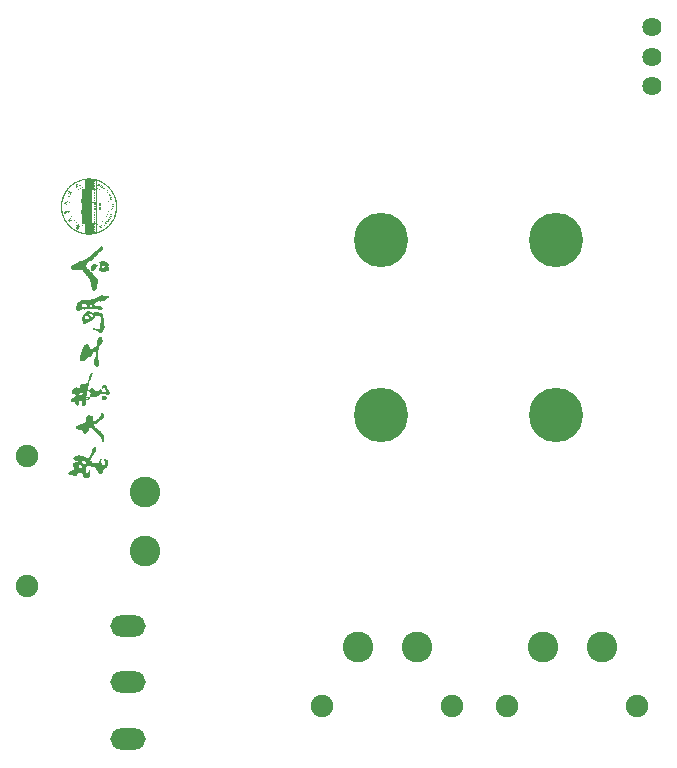
<source format=gbs>
G04 Layer: BottomSolderMaskLayer*
G04 EasyEDA Pro v2.1.21.9b64d12f.b3811b, 2024-07-11 20:19:00*
G04 Gerber Generator version 0.3*
G04 Scale: 100 percent, Rotated: No, Reflected: No*
G04 Dimensions in millimeters*
G04 Leading zeros omitted, absolute positions, 3 integers and 3 decimals*
%FSLAX33Y33*%
%MOMM*%
%ADD10C,1.626*%
%ADD11C,2.602*%
%ADD12C,1.902*%
%ADD13C,4.602*%
%ADD14O,3.0X1.8*%
G75*


G04 Image Start*
G36*
G01X42649Y-43180D02*
G01X42604Y-43181D01*
G01X42559Y-43182D01*
G01X42525Y-43184D01*
G01X42490Y-43186D01*
G01X42458Y-43188D01*
G01X42426Y-43190D01*
G01X42375Y-43195D01*
G01X42337Y-43200D01*
G01X42299Y-43205D01*
G01X42262Y-43211D01*
G01X42225Y-43217D01*
G01X42183Y-43225D01*
G01X42141Y-43233D01*
G01X42112Y-43239D01*
G01X42084Y-43246D01*
G01X42051Y-43254D01*
G01X42018Y-43263D01*
G01X41946Y-43283D01*
G01X41936Y-43286D01*
G01X42678D01*
G01X42690Y-43288D01*
G01X42703Y-43289D01*
G01X42736D01*
G01Y-43293D01*
G01X42817D01*
G01X42822Y-43294D01*
G01X42828Y-43295D01*
G01X42875Y-43299D01*
G01Y-43310D01*
G01X42958D01*
G01X42964D01*
G01X43007Y-43316D01*
G01X43011Y-43317D01*
G01X43015Y-43318D01*
G01Y-43326D01*
G01X43063D01*
G01X43066Y-43327D01*
G01X43069Y-43328D01*
G01X43083Y-43330D01*
G01X43098Y-43333D01*
G01Y-43362D01*
G01X43155D01*
G01Y-43346D01*
G01X43162Y-43348D01*
G01X43174Y-43350D01*
G01X43186Y-43353D01*
G01Y-43358D01*
G01X43204D01*
G01X43251Y-43370D01*
G01Y-43378D01*
G01X43281D01*
G01X43283Y-43379D01*
G01X43285Y-43380D01*
G01X43331Y-43394D01*
G01X43369Y-43407D01*
G01X43407Y-43419D01*
G01X43460Y-43440D01*
G01X43489Y-43451D01*
G01X43518Y-43462D01*
G01X43581Y-43490D01*
G01X43619Y-43508D01*
G01X43657Y-43526D01*
G01X43726Y-43563D01*
G01X43748Y-43575D01*
G01X43770Y-43587D01*
G01X43807Y-43609D01*
G01X43843Y-43631D01*
G01X43871Y-43649D01*
G01X43900Y-43668D01*
G01X43929Y-43687D01*
G01X43957Y-43707D01*
G01X43982Y-43725D01*
G01X44007Y-43743D01*
G01X44031Y-43762D01*
G01X44056Y-43781D01*
G01X44084Y-43805D01*
G01X44113Y-43828D01*
G01X44131Y-43844D01*
G01X44149Y-43860D01*
G01X44169Y-43877D01*
G01X44188Y-43896D01*
G01X44220Y-43926D01*
G01X44252Y-43957D01*
G01X44284Y-43990D01*
G01X44316Y-44023D01*
G01X44336Y-44047D01*
G01X44357Y-44070D01*
G01X44378Y-44094D01*
G01X44399Y-44119D01*
G01X44418Y-44143D01*
G01X44438Y-44168D01*
G01X44451Y-44185D01*
G01X44464Y-44203D01*
G01X44481Y-44226D01*
G01X44498Y-44250D01*
G01X44535Y-44303D01*
G01X44552Y-44329D01*
G01X44568Y-44355D01*
G01X44584Y-44379D01*
G01X44598Y-44404D01*
G01X44615Y-44433D01*
G01X44631Y-44462D01*
G01X44643Y-44484D01*
G01X44655Y-44506D01*
G01X44697Y-44589D01*
G01X44711Y-44619D01*
G01X44724Y-44648D01*
G01X44751Y-44713D01*
G01X44765Y-44750D01*
G01X44779Y-44786D01*
G01X44790Y-44819D01*
G01X44802Y-44852D01*
G01X44814Y-44889D01*
G01X44825Y-44928D01*
G01X44836Y-44966D01*
G01X44846Y-45005D01*
G01X44865Y-45083D01*
G01X44870Y-45112D01*
G01X44876Y-45142D01*
G01X44883Y-45179D01*
G01X44889Y-45217D01*
G01X44899Y-45291D01*
G01X44902Y-45322D01*
G01X44906Y-45353D01*
G01X44908Y-45385D01*
G01X44910Y-45417D01*
G01X44912Y-45451D01*
G01X44914Y-45484D01*
G01X44915Y-45528D01*
G01X44916Y-45571D01*
G01X44914Y-45626D01*
G01X44912Y-45679D01*
G01X44910Y-45717D01*
G01X44907Y-45755D01*
G01X44899Y-45835D01*
G01X44895Y-45866D01*
G01X44891Y-45896D01*
G01X44884Y-45936D01*
G01X44877Y-45976D01*
G01X44871Y-46009D01*
G01X44865Y-46042D01*
G01X44855Y-46081D01*
G01X44846Y-46120D01*
G01X44835Y-46162D01*
G01X44823Y-46203D01*
G01X44799Y-46281D01*
G01X44789Y-46309D01*
G01X44780Y-46337D01*
G01X44770Y-46364D01*
G01X44759Y-46391D01*
G01X44749Y-46417D01*
G01X44739Y-46442D01*
G01X44724Y-46474D01*
G01X44711Y-46506D01*
G01X44674Y-46583D01*
G01X44639Y-46649D01*
G01X44625Y-46675D01*
G01X44610Y-46701D01*
G01X44590Y-46733D01*
G01X44571Y-46766D01*
G01X44529Y-46830D01*
G01X44508Y-46861D01*
G01X44487Y-46891D01*
G01X44464Y-46922D01*
G01X44440Y-46953D01*
G01X44416Y-46984D01*
G01X44392Y-47014D01*
G01X44344Y-47070D01*
G01X44319Y-47097D01*
G01X44295Y-47124D01*
G01X44248Y-47171D01*
G01X44202Y-47218D01*
G01X44173Y-47243D01*
G01X44145Y-47268D01*
G01X44121Y-47289D01*
G01X44096Y-47311D01*
G01X44064Y-47336D01*
G01X44033Y-47362D01*
G01X44007Y-47381D01*
G01X43980Y-47401D01*
G01X43957Y-47418D01*
G01X43934Y-47434D01*
G01X43902Y-47455D01*
G01X43870Y-47477D01*
G01X43843Y-47493D01*
G01X43817Y-47510D01*
G01X43751Y-47549D01*
G01X43679Y-47587D01*
G01X43638Y-47608D01*
G01X43597Y-47628D01*
G01X43562Y-47643D01*
G01X43526Y-47659D01*
G01X43496Y-47671D01*
G01X43465Y-47683D01*
G01X43430Y-47697D01*
G01X43395Y-47709D01*
G01X43336Y-47730D01*
G01X43312Y-47737D01*
G01X43287Y-47744D01*
G01X43284Y-47745D01*
G01X43281Y-47746D01*
G01Y-47145D01*
G01X43299Y-47138D01*
G01X43316Y-47131D01*
G01X43377Y-47103D01*
G01X43416Y-47083D01*
G01X43456Y-47063D01*
G01X43488Y-47044D01*
G01X43521Y-47025D01*
G01X43567Y-46997D01*
G01X43595Y-46977D01*
G01X43623Y-46959D01*
G01X43644Y-46943D01*
G01X43666Y-46928D01*
G01X43687Y-46911D01*
G01X43708Y-46894D01*
G01X43733Y-46874D01*
G01X43757Y-46853D01*
G01X43782Y-46832D01*
G01X43806Y-46809D01*
G01X43849Y-46767D01*
G01X43890Y-46725D01*
G01X43911Y-46702D01*
G01X43932Y-46678D01*
G01X43952Y-46655D01*
G01X43970Y-46632D01*
G01X44010Y-46581D01*
G01X44028Y-46557D01*
G01X44046Y-46532D01*
G01X44065Y-46502D01*
G01X44085Y-46471D01*
G01X44097Y-46452D01*
G01X44109Y-46433D01*
G01X44125Y-46404D01*
G01X44142Y-46375D01*
G01X44159Y-46342D01*
G01X44176Y-46309D01*
G01X44191Y-46276D01*
G01X44206Y-46244D01*
G01X44231Y-46185D01*
G01X44242Y-46152D01*
G01X44254Y-46119D01*
G01X44264Y-46091D01*
G01X44273Y-46062D01*
G01X44281Y-46034D01*
G01X44289Y-46006D01*
G01X44297Y-45976D01*
G01X44304Y-45947D01*
G01X44309Y-45920D01*
G01X44315Y-45893D01*
G01X44321Y-45860D01*
G01X44327Y-45827D01*
G01X44335Y-45768D01*
G01X44338Y-45734D01*
G01X44342Y-45701D01*
G01X44346Y-45647D01*
G01Y-45560D01*
G01X44345Y-45475D01*
G01X44343Y-45440D01*
G01X44340Y-45404D01*
G01X44337Y-45374D01*
G01X44333Y-45344D01*
G01X44329Y-45311D01*
G01X44324Y-45278D01*
G01X44318Y-45251D01*
G01X44314Y-45224D01*
G01X44308Y-45198D01*
G01X44302Y-45171D01*
G01X44297Y-45148D01*
G01X44290Y-45126D01*
G01X44282Y-45094D01*
G01X44273Y-45062D01*
G01X44261Y-45026D01*
G01X44249Y-44989D01*
G01X44226Y-44931D01*
G01X44212Y-44897D01*
G01X44198Y-44863D01*
G01X44173Y-44809D01*
G01X44158Y-44782D01*
G01X44145Y-44755D01*
G01X44130Y-44729D01*
G01X44115Y-44702D01*
G01X44103Y-44682D01*
G01X44090Y-44661D01*
G01X44076Y-44639D01*
G01X44061Y-44617D01*
G01X44047Y-44595D01*
G01X44031Y-44573D01*
G01X44006Y-44538D01*
G01X43980Y-44504D01*
G01X43945Y-44462D01*
G01X43905Y-44416D01*
G01X43880Y-44389D01*
G01X43854Y-44362D01*
G01X43830Y-44339D01*
G01X43806Y-44316D01*
G01X43782Y-44295D01*
G01X43759Y-44273D01*
G01X43719Y-44240D01*
G01X43687Y-44214D01*
G01X43664Y-44197D01*
G01X43641Y-44179D01*
G01X43612Y-44159D01*
G01X43583Y-44139D01*
G01X43551Y-44119D01*
G01X43518Y-44098D01*
G01X43486Y-44080D01*
G01X43454Y-44061D01*
G01X43424Y-44045D01*
G01X43393Y-44030D01*
G01X43364Y-44016D01*
G01X43334Y-44002D01*
G01X43308Y-43991D01*
G01X43281Y-43980D01*
G01Y-43378D01*
G01X43251D01*
G01Y-43997D01*
G01X43281D01*
G01X43295Y-44002D01*
G01X43308Y-44009D01*
G01X43333Y-44019D01*
G01X43357Y-44030D01*
G01X43401Y-44052D01*
G01X43446Y-44075D01*
G01X43475Y-44091D01*
G01X43503Y-44108D01*
G01X43528Y-44123D01*
G01X43552Y-44138D01*
G01X43584Y-44159D01*
G01X43616Y-44181D01*
G01X43675Y-44225D01*
G01X43696Y-44242D01*
G01X43716Y-44258D01*
G01X43738Y-44277D01*
G01X43761Y-44296D01*
G01X43778Y-44312D01*
G01X43797Y-44329D01*
G01X43826Y-44358D01*
G01X43855Y-44386D01*
G01X43880Y-44412D01*
G01X43903Y-44438D01*
G01X43921Y-44459D01*
G01X43938Y-44479D01*
G01X43958Y-44503D01*
G01X43977Y-44527D01*
G01X43992Y-44547D01*
G01X44007Y-44566D01*
G01X44035Y-44606D01*
G01X44054Y-44634D01*
G01X44073Y-44663D01*
G01X44105Y-44717D01*
G01X44131Y-44765D01*
G01X44144Y-44788D01*
G01X44156Y-44812D01*
G01X44185Y-44873D01*
G01X44211Y-44935D01*
G01X44221Y-44963D01*
G01X44232Y-44991D01*
G01X44256Y-45063D01*
G01X44264Y-45089D01*
G01X44271Y-45114D01*
G01X44277Y-45139D01*
G01X44284Y-45165D01*
G01X44292Y-45198D01*
G01X44299Y-45232D01*
G01X44305Y-45265D01*
G01X44310Y-45297D01*
G01X44314Y-45321D01*
G01X44317Y-45344D01*
G01X44320Y-45373D01*
G01X44324Y-45402D01*
G01X44327Y-45437D01*
G01X44329Y-45471D01*
G01Y-45655D01*
G01X44327Y-45690D01*
G01X44324Y-45724D01*
G01X44320Y-45753D01*
G01X44317Y-45781D01*
G01X44313Y-45810D01*
G01X44309Y-45838D01*
G01X44303Y-45870D01*
G01X44297Y-45901D01*
G01X44290Y-45934D01*
G01X44282Y-45966D01*
G01X44274Y-45997D01*
G01X44267Y-46027D01*
G01X44256Y-46059D01*
G01X44246Y-46092D01*
G01X44236Y-46123D01*
G01X44225Y-46153D01*
G01X44213Y-46184D01*
G01X44201Y-46216D01*
G01X44189Y-46242D01*
G01X44177Y-46268D01*
G01X44156Y-46311D01*
G01X44135Y-46353D01*
G01X44121Y-46379D01*
G01X44107Y-46404D01*
G01X44090Y-46432D01*
G01X44074Y-46459D01*
G01X44029Y-46527D01*
G01X44012Y-46552D01*
G01X43994Y-46575D01*
G01X43975Y-46601D01*
G01X43955Y-46626D01*
G01X43918Y-46669D01*
G01X43899Y-46691D01*
G01X43880Y-46712D01*
G01X43844Y-46749D01*
G01X43808Y-46786D01*
G01X43778Y-46812D01*
G01X43749Y-46839D01*
G01X43694Y-46885D01*
G01X43671Y-46903D01*
G01X43647Y-46921D01*
G01X43623Y-46939D01*
G01X43598Y-46956D01*
G01X43571Y-46975D01*
G01X43543Y-46993D01*
G01X43510Y-47013D01*
G01X43477Y-47032D01*
G01X43425Y-47061D01*
G01X43396Y-47075D01*
G01X43367Y-47090D01*
G01X43313Y-47114D01*
G01X43297Y-47121D01*
G01X43281Y-47128D01*
G01Y-43997D01*
G01X43251D01*
G01Y-47755D01*
G01X43231Y-47760D01*
G01X43211Y-47765D01*
G01X43208Y-47766D01*
G01X43204Y-47767D01*
G01Y-43358D01*
G01X43186D01*
G01Y-44108D01*
G01X43063D01*
G01Y-43326D01*
G01X43015D01*
G01Y-43362D01*
G01X42958D01*
G01Y-43310D01*
G01X42875D01*
G01Y-43362D01*
G01X42817D01*
G01Y-43293D01*
G01X42736D01*
G01Y-43362D01*
G01X42678D01*
G01Y-43286D01*
G01X41936D01*
G01X41913Y-43294D01*
G01X41879Y-43305D01*
G01X41839Y-43319D01*
G01X41800Y-43333D01*
G01X41758Y-43350D01*
G01X41715Y-43367D01*
G01X41640Y-43400D01*
G01X41528Y-43455D01*
G01X41482Y-43481D01*
G01X41453Y-43497D01*
G01X41425Y-43514D01*
G01X41399Y-43529D01*
G01X41374Y-43545D01*
G01X41345Y-43564D01*
G01X41315Y-43583D01*
G01X41285Y-43604D01*
G01X41254Y-43625D01*
G01X41214Y-43655D01*
G01X41172Y-43686D01*
G01X41144Y-43709D01*
G01X41117Y-43732D01*
G01X41089Y-43756D01*
G01X41061Y-43779D01*
G01X41034Y-43804D01*
G01X41007Y-43829D01*
G01X40969Y-43866D01*
G01X40932Y-43902D01*
G01X40875Y-43963D01*
G01X40842Y-44001D01*
G01X40814Y-44034D01*
G01X40785Y-44068D01*
G01X40764Y-44095D01*
G01X40743Y-44122D01*
G01X40721Y-44152D01*
G01X40698Y-44183D01*
G01X40669Y-44225D01*
G01X40642Y-44266D01*
G01X40620Y-44301D01*
G01X40598Y-44335D01*
G01X40569Y-44386D01*
G01X40557Y-44408D01*
G01X40544Y-44430D01*
G01X40526Y-44465D01*
G01X40508Y-44500D01*
G01X40491Y-44535D01*
G01X40475Y-44569D01*
G01X40444Y-44638D01*
G01X40431Y-44671D01*
G01X40417Y-44705D01*
G01X40408Y-44731D01*
G01X40398Y-44758D01*
G01X40384Y-44799D01*
G01X40370Y-44840D01*
G01X40350Y-44904D01*
G01X40344Y-44928D01*
G01X40337Y-44951D01*
G01X40330Y-44982D01*
G01X40323Y-45012D01*
G01X40315Y-45045D01*
G01X40308Y-45077D01*
G01X40301Y-45111D01*
G01X40295Y-45145D01*
G01X40285Y-45206D01*
G01X40281Y-45236D01*
G01X40277Y-45266D01*
G01X40273Y-45295D01*
G01X40270Y-45324D01*
G01X40267Y-45363D01*
G01X40264Y-45402D01*
G01X40262Y-45439D01*
G01X40260Y-45475D01*
G01Y-45486D01*
G01X40259Y-45497D01*
G01X40260Y-45622D01*
G01X40365D01*
G01Y-45556D01*
G01X40366Y-45489D01*
G01X40367Y-45461D01*
G01X40368Y-45432D01*
G01X40370Y-45407D01*
G01X40372Y-45381D01*
G01X40374Y-45354D01*
G01X40377Y-45327D01*
G01X40379Y-45305D01*
G01X40382Y-45283D01*
G01X40385Y-45253D01*
G01X40390Y-45222D01*
G01X40401Y-45153D01*
G01X40414Y-45086D01*
G01X40422Y-45054D01*
G01X40429Y-45022D01*
G01X40445Y-44960D01*
G01X40464Y-44896D01*
G01X40478Y-44853D01*
G01X40492Y-44811D01*
G01X40503Y-44780D01*
G01X40514Y-44750D01*
G01X40527Y-44717D01*
G01X40540Y-44684D01*
G01X40555Y-44652D01*
G01X40568Y-44619D01*
G01X40587Y-44582D01*
G01X40605Y-44543D01*
G01X40615Y-44525D01*
G01X40625Y-44506D01*
G01X40637Y-44483D01*
G01X40649Y-44460D01*
G01X40668Y-44427D01*
G01X40687Y-44394D01*
G01X40706Y-44364D01*
G01X40725Y-44334D01*
G01X40750Y-44295D01*
G01X40776Y-44256D01*
G01X40800Y-44224D01*
G01X40823Y-44192D01*
G01X40845Y-44163D01*
G01X40868Y-44136D01*
G01X40892Y-44106D01*
G01X40917Y-44076D01*
G01X40940Y-44051D01*
G01X40962Y-44025D01*
G01X40997Y-43989D01*
G01X41032Y-43953D01*
G01X41068Y-43919D01*
G01X41103Y-43884D01*
G01X41129Y-43861D01*
G01X41155Y-43839D01*
G01X41182Y-43816D01*
G01X41210Y-43792D01*
G01X41230Y-43777D01*
G01X41250Y-43761D01*
G01X41295Y-43727D01*
G01X41320Y-43709D01*
G01X41345Y-43692D01*
G01X41385Y-43665D01*
G01X41425Y-43638D01*
G01X41451Y-43622D01*
G01X41477Y-43606D01*
G01X41509Y-43587D01*
G01X41541Y-43570D01*
G01X41566Y-43556D01*
G01X41590Y-43543D01*
G01X41633Y-43522D01*
G01X41676Y-43501D01*
G01X41712Y-43484D01*
G01X41748Y-43469D01*
G01X41794Y-43450D01*
G01X41839Y-43431D01*
G01X41879Y-43417D01*
G01X41919Y-43404D01*
G01X41958Y-43391D01*
G01X41998Y-43379D01*
G01X42039Y-43367D01*
G01X42081Y-43356D01*
G01X42116Y-43348D01*
G01X42151Y-43340D01*
G01X42188Y-43332D01*
G01X42225Y-43325D01*
G01X42303Y-43312D01*
G01X42307D01*
G01Y-43600D01*
G01Y-43888D01*
G01X42281Y-43893D01*
G01X42256Y-43898D01*
G01X42219Y-43907D01*
G01X42183Y-43917D01*
G01X42108Y-43939D01*
G01X42077Y-43950D01*
G01X42046Y-43961D01*
G01X41977Y-43988D01*
G01X41946Y-44002D01*
G01X41914Y-44016D01*
G01X41830Y-44059D01*
G01X41799Y-44077D01*
G01X41767Y-44094D01*
G01X41743Y-44109D01*
G01X41720Y-44124D01*
G01X41661Y-44163D01*
G01X41638Y-44180D01*
G01X41615Y-44197D01*
G01X41574Y-44229D01*
G01X41526Y-44268D01*
G01X41504Y-44287D01*
G01X41482Y-44307D01*
G01X41458Y-44331D01*
G01X41433Y-44354D01*
G01X41406Y-44382D01*
G01X41379Y-44411D01*
G01X41359Y-44434D01*
G01X41339Y-44457D01*
G01X41310Y-44492D01*
G01X41277Y-44534D01*
G01X41258Y-44559D01*
G01X41240Y-44585D01*
G01X41217Y-44619D01*
G01X41194Y-44653D01*
G01X41174Y-44687D01*
G01X41154Y-44721D01*
G01X41120Y-44783D01*
G01X41104Y-44816D01*
G01X41089Y-44848D01*
G01X41076Y-44875D01*
G01X41065Y-44903D01*
G01X41051Y-44937D01*
G01X41037Y-44971D01*
G01X41028Y-45000D01*
G01X41017Y-45029D01*
G01X41006Y-45066D01*
G01X40995Y-45104D01*
G01X40973Y-45188D01*
G01X40960Y-45254D01*
G01X40955Y-45284D01*
G01X40950Y-45314D01*
G01X40942Y-45378D01*
G01X40937Y-45432D01*
G01X40935Y-45462D01*
G01X40933Y-45492D01*
G01Y-45601D01*
G01X40949D01*
G01Y-45556D01*
G01Y-45511D01*
G01X40950Y-45499D01*
G01Y-45488D01*
G01X40952Y-45458D01*
G01X40954Y-45429D01*
G01X40956Y-45404D01*
G01X40959Y-45378D01*
G01X40962Y-45351D01*
G01X40965Y-45324D01*
G01X40970Y-45293D01*
G01X40975Y-45263D01*
G01X40981Y-45234D01*
G01X40986Y-45204D01*
G01X40993Y-45176D01*
G01X41000Y-45148D01*
G01X41006Y-45124D01*
G01X41013Y-45099D01*
G01X41024Y-45064D01*
G01X41034Y-45029D01*
G01X41047Y-44994D01*
G01X41060Y-44958D01*
G01X41072Y-44928D01*
G01X41085Y-44898D01*
G01X41094Y-44876D01*
G01X41103Y-44855D01*
G01X41123Y-44816D01*
G01X41142Y-44776D01*
G01X41155Y-44753D01*
G01X41167Y-44730D01*
G01X41188Y-44695D01*
G01X41209Y-44660D01*
G01X41231Y-44627D01*
G01X41253Y-44594D01*
G01X41269Y-44572D01*
G01X41285Y-44550D01*
G01X41303Y-44527D01*
G01X41321Y-44504D01*
G01X41358Y-44458D01*
G01X41384Y-44430D01*
G01X41410Y-44401D01*
G01X41477Y-44334D01*
G01X41504Y-44310D01*
G01X41530Y-44287D01*
G01X41557Y-44264D01*
G01X41585Y-44240D01*
G01X41610Y-44221D01*
G01X41635Y-44202D01*
G01X41677Y-44172D01*
G01X41710Y-44150D01*
G01X41743Y-44128D01*
G01X41766Y-44114D01*
G01X41789Y-44100D01*
G01X41818Y-44084D01*
G01X41848Y-44067D01*
G01X41886Y-44049D01*
G01X41923Y-44030D01*
G01X41980Y-44004D01*
G01X42028Y-43985D01*
G01X42066Y-43971D01*
G01X42104Y-43958D01*
G01X42162Y-43939D01*
G01X42180Y-43934D01*
G01X42197Y-43930D01*
G01X42230Y-43922D01*
G01X42263Y-43914D01*
G01X42283Y-43909D01*
G01X42303Y-43905D01*
G01X42305Y-43904D01*
G01X42307Y-43903D01*
G01Y-44108D01*
G01X42347D01*
G01Y-43305D01*
G01X42365Y-43303D01*
G01X42382Y-43301D01*
G01X42390Y-43300D01*
G01X42398Y-43299D01*
G01Y-43362D01*
G01X42455D01*
G01Y-43295D01*
G01X42458Y-43294D01*
G01X42461D01*
G01X42482Y-43293D01*
G01Y-43362D01*
G01X42537D01*
G01Y-43290D01*
G01X42539Y-43289D01*
G01X42541D01*
G01X42568Y-43288D01*
G01X42594Y-43287D01*
G01Y-43362D01*
G01X42537D01*
G01X42482D01*
G01Y-43424D01*
G01X42537D01*
G01X42594D01*
G01X42678D01*
G01X42817D01*
G01X42875D01*
G01X42958D01*
G01X43015D01*
G01Y-43508D01*
G01X42958D01*
G01Y-43424D01*
G01X42875D01*
G01Y-43508D01*
G01X42817D01*
G01Y-43424D01*
G01X42678D01*
G01X42706Y-43425D01*
G01X42734D01*
G01X42735Y-43467D01*
G01X42736Y-43508D01*
G01X42678D01*
G01Y-43424D01*
G01X42594D01*
G01Y-43508D01*
G01X42537D01*
G01Y-43424D01*
G01X42482D01*
G01X42483Y-43571D01*
G01X42537D01*
G01X42594D01*
G01X42678D01*
G01X42736D01*
G01X42817D01*
G01X42875D01*
G01X42958D01*
G01X43015D01*
G01Y-43652D01*
G01X42958D01*
G01Y-43571D01*
G01X42875D01*
G01Y-43652D01*
G01X42817D01*
G01Y-43571D01*
G01X42736D01*
G01Y-43652D01*
G01X42678D01*
G01Y-43571D01*
G01X42594D01*
G01Y-43652D01*
G01X42537D01*
G01Y-43571D01*
G01X42483D01*
G01Y-43701D01*
G01Y-43715D01*
G01X42537D01*
G01X42594D01*
G01X42678D01*
G01X42736D01*
G01X42817D01*
G01X42875D01*
G01X42958D01*
G01X43015D01*
G01Y-43798D01*
G01X42958D01*
G01Y-43715D01*
G01X42875D01*
G01Y-43798D01*
G01X42817D01*
G01Y-43715D01*
G01X42736D01*
G01X42735Y-43756D01*
G01X42734Y-43798D01*
G01X42706D01*
G01X42678D01*
G01Y-43715D01*
G01X42594D01*
G01Y-43798D01*
G01X42537D01*
G01Y-43715D01*
G01X42483D01*
G01Y-43861D01*
G01X42537D01*
G01X42594D01*
G01X42678D01*
G01X42736D01*
G01X42817D01*
G01X42875D01*
G01X42958D01*
G01X43015D01*
G01Y-43943D01*
G01X42958D01*
G01Y-43861D01*
G01X42875D01*
G01Y-43943D01*
G01X42817D01*
G01Y-43861D01*
G01X42736D01*
G01Y-43943D01*
G01X42678D01*
G01Y-43861D01*
G01X42594D01*
G01Y-43943D01*
G01X42537D01*
G01Y-43861D01*
G01X42483D01*
G01Y-44005D01*
G01X42537D01*
G01X42594D01*
G01X42678D01*
G01X42736D01*
G01X42817D01*
G01X42875D01*
G01X42958D01*
G01X43016D01*
G01X43015Y-44046D01*
G01Y-44088D01*
G01X42958Y-44089D01*
G01Y-44005D01*
G01X42875D01*
G01Y-44089D01*
G01X42846Y-44088D01*
G01X42818D01*
G01Y-44046D01*
G01X42817Y-44005D01*
G01X42736D01*
G01X42735Y-44046D01*
G01X42734Y-44088D01*
G01X42706D01*
G01X42678Y-44089D01*
G01Y-44005D01*
G01X42594D01*
G01Y-44089D01*
G01X42566Y-44088D01*
G01X42538D01*
G01X42537Y-44046D01*
G01Y-44005D01*
G01X42483D01*
G01Y-44108D01*
G01X42347D01*
G01X42307D01*
G01X42236D01*
G01X42167Y-44107D01*
G01X42097Y-44106D01*
G01Y-44080D01*
G01X42047D01*
G01Y-44124D01*
G01X42097D01*
G01X42150Y-44125D01*
G01X42204Y-44126D01*
G01X42240D01*
G01X42901D01*
G01X43186D01*
G01Y-44972D01*
G01X42901D01*
G01Y-44126D01*
G01X42240D01*
G01Y-44151D01*
G01X42311D01*
G01X42368D01*
G01X42465D01*
G01X42522D01*
G01X42621D01*
G01X42678D01*
G01X42775D01*
G01X42832D01*
G01Y-44235D01*
G01X42804Y-44234D01*
G01X42776D01*
G01X42775Y-44192D01*
G01Y-44151D01*
G01X42678D01*
G01Y-44192D01*
G01X42677Y-44234D01*
G01X42649D01*
G01X42621Y-44235D01*
G01Y-44151D01*
G01X42522D01*
G01Y-44235D01*
G01X42494Y-44234D01*
G01X42466D01*
G01X42465Y-44192D01*
G01Y-44151D01*
G01X42368D01*
G01Y-44192D01*
G01X42367Y-44234D01*
G01X42339D01*
G01X42311Y-44235D01*
G01Y-44151D01*
G01X42240D01*
G01Y-44295D01*
G01X42311D01*
G01X42368D01*
G01X42465D01*
G01X42522D01*
G01X42621D01*
G01X42678D01*
G01X42775D01*
G01X42832D01*
G01Y-44379D01*
G01X42804Y-44378D01*
G01X42776D01*
G01X42775Y-44336D01*
G01Y-44295D01*
G01X42678D01*
G01Y-44336D01*
G01X42677Y-44378D01*
G01X42649D01*
G01X42621Y-44379D01*
G01Y-44295D01*
G01X42522D01*
G01Y-44379D01*
G01X42494Y-44378D01*
G01X42466D01*
G01X42465Y-44336D01*
G01Y-44295D01*
G01X42368D01*
G01Y-44336D01*
G01X42367Y-44378D01*
G01X42339D01*
G01X42311Y-44379D01*
G01Y-44295D01*
G01X42240D01*
G01Y-44439D01*
G01X42311D01*
G01X42368D01*
G01X42465D01*
G01X42522D01*
G01X42621D01*
G01X42678D01*
G01X42775D01*
G01X42832D01*
G01Y-44521D01*
G01X42775D01*
G01Y-44439D01*
G01X42678D01*
G01Y-44521D01*
G01X42621D01*
G01Y-44439D01*
G01X42522D01*
G01Y-44521D01*
G01X42465D01*
G01Y-44439D01*
G01X42368D01*
G01Y-44521D01*
G01X42311D01*
G01Y-44439D01*
G01X42240D01*
G01Y-44584D01*
G01X42311D01*
G01X42368D01*
G01X42465D01*
G01X42522D01*
G01X42621D01*
G01X42678D01*
G01X42775D01*
G01X42832D01*
G01Y-44665D01*
G01X42775D01*
G01Y-44584D01*
G01X42678D01*
G01Y-44665D01*
G01X42621D01*
G01Y-44584D01*
G01X42522D01*
G01Y-44665D01*
G01X42465D01*
G01Y-44584D01*
G01X42368D01*
G01Y-44665D01*
G01X42311D01*
G01Y-44584D01*
G01X42240D01*
G01Y-44728D01*
G01X42311D01*
G01X42368D01*
G01X42465D01*
G01X42522D01*
G01X42621D01*
G01X42678D01*
G01X42775D01*
G01X42832D01*
G01Y-44810D01*
G01X42775D01*
G01Y-44728D01*
G01X42678D01*
G01Y-44810D01*
G01X42621D01*
G01Y-44728D01*
G01X42522D01*
G01Y-44810D01*
G01X42465D01*
G01Y-44728D01*
G01X42368D01*
G01Y-44810D01*
G01X42311D01*
G01Y-44728D01*
G01X42240D01*
G01Y-44872D01*
G01X42311D01*
G01X42368D01*
G01X42465D01*
G01X42522D01*
G01X42621D01*
G01X42678D01*
G01X42775D01*
G01X42832D01*
G01Y-44954D01*
G01X42775D01*
G01Y-44872D01*
G01X42678D01*
G01Y-44954D01*
G01X42621D01*
G01Y-44872D01*
G01X42522D01*
G01Y-44954D01*
G01X42465D01*
G01Y-44872D01*
G01X42368D01*
G01Y-44954D01*
G01X42311D01*
G01Y-44872D01*
G01X42240D01*
G01Y-44972D01*
G01X42097D01*
G01Y-44124D01*
G01X42047D01*
G01Y-44952D01*
G01X41993D01*
G01Y-44969D01*
G01X42011D01*
G01X42047D01*
G01Y-44990D01*
G01X42097D01*
G01X42240D01*
G01X42901D01*
G01X43186D01*
G01Y-45193D01*
G01X42901D01*
G01Y-44990D01*
G01X42240D01*
G01Y-45051D01*
G01X42311D01*
G01X42368D01*
G01X42465D01*
G01X42522D01*
G01X42621D01*
G01X42678D01*
G01X42775D01*
G01X42832D01*
G01Y-45133D01*
G01X42775D01*
G01Y-45051D01*
G01X42678D01*
G01Y-45133D01*
G01X42621D01*
G01Y-45051D01*
G01X42522D01*
G01Y-45133D01*
G01X42465D01*
G01Y-45051D01*
G01X42368D01*
G01Y-45133D01*
G01X42311D01*
G01Y-45051D01*
G01X42240D01*
G01Y-45193D01*
G01X42097D01*
G01Y-44990D01*
G01X42047D01*
G01Y-45215D01*
G01X42011D01*
G01Y-44969D01*
G01X41993D01*
G01Y-45233D01*
G01X42047D01*
G01Y-45892D01*
G01X41993D01*
G01Y-45910D01*
G01X42011D01*
G01X42047D01*
G01Y-45912D01*
G01X42097D01*
G01Y-45213D01*
G01X42100Y-45212D01*
G01X42102Y-45211D01*
G01X42240Y-45213D01*
G01Y-45223D01*
G01X42901D01*
G01X43186D01*
G01Y-45259D01*
G01X43078D01*
G01X43079Y-45406D01*
G01X43132D01*
G01X43186Y-45407D01*
G01Y-45429D01*
G01X42901D01*
G01Y-45223D01*
G01X42240D01*
G01Y-45259D01*
G01X42311D01*
G01X42368D01*
G01X42465D01*
G01X42522D01*
G01X42621D01*
G01X42678D01*
G01X42775D01*
G01X42832D01*
G01Y-45407D01*
G01X42804Y-45406D01*
G01X42776D01*
G01X42775Y-45259D01*
G01X42678D01*
G01X42677Y-45406D01*
G01X42649D01*
G01X42621Y-45407D01*
G01Y-45259D01*
G01X42522D01*
G01Y-45407D01*
G01X42494Y-45406D01*
G01X42466D01*
G01X42465Y-45259D01*
G01X42368D01*
G01X42367Y-45406D01*
G01X42339D01*
G01X42311Y-45407D01*
G01Y-45259D01*
G01X42240D01*
G01Y-45459D01*
G01X42901D01*
G01X43186D01*
G01Y-45490D01*
G01X43078D01*
G01Y-45636D01*
G01X43186D01*
G01Y-45666D01*
G01X42901D01*
G01Y-45459D01*
G01X42240D01*
G01Y-45490D01*
G01X42311D01*
G01X42368D01*
G01X42465D01*
G01X42522D01*
G01X42621D01*
G01X42678D01*
G01X42775D01*
G01X42832D01*
G01Y-45636D01*
G01X42775D01*
G01Y-45490D01*
G01X42678D01*
G01Y-45636D01*
G01X42621D01*
G01Y-45490D01*
G01X42522D01*
G01Y-45636D01*
G01X42465D01*
G01Y-45490D01*
G01X42368D01*
G01Y-45636D01*
G01X42311D01*
G01Y-45490D01*
G01X42240D01*
G01Y-45562D01*
G01Y-45694D01*
G01X42901D01*
G01X43186D01*
G01Y-45722D01*
G01X43078D01*
G01Y-45867D01*
G01X43186D01*
G01Y-45902D01*
G01X42901D01*
G01Y-45694D01*
G01X42240D01*
G01Y-45722D01*
G01X42311D01*
G01X42368D01*
G01X42465D01*
G01X42522D01*
G01X42621D01*
G01X42678D01*
G01X42775D01*
G01X42832D01*
G01Y-45867D01*
G01X42775D01*
G01Y-45722D01*
G01X42678D01*
G01Y-45867D01*
G01X42621D01*
G01Y-45722D01*
G01X42522D01*
G01Y-45867D01*
G01X42465D01*
G01Y-45722D01*
G01X42368D01*
G01Y-45867D01*
G01X42311D01*
G01Y-45722D01*
G01X42240D01*
G01Y-45912D01*
G01X42097D01*
G01X42047D01*
G01Y-45930D01*
G01X42097D01*
G01X42240D01*
G01X42901D01*
G01X43186D01*
G01Y-46135D01*
G01X42901D01*
G01Y-45930D01*
G01X42240D01*
G01Y-45990D01*
G01X42311D01*
G01X42368D01*
G01X42465D01*
G01X42522D01*
G01X42621D01*
G01X42678D01*
G01X42775D01*
G01X42832D01*
G01Y-46074D01*
G01X42775D01*
G01Y-45990D01*
G01X42678D01*
G01Y-46074D01*
G01X42621D01*
G01Y-45990D01*
G01X42522D01*
G01Y-46074D01*
G01X42465D01*
G01Y-45990D01*
G01X42368D01*
G01Y-46074D01*
G01X42311D01*
G01Y-45990D01*
G01X42240D01*
G01Y-46031D01*
G01Y-46134D01*
G01X42098D01*
G01Y-46031D01*
G01X42097Y-45930D01*
G01X42047D01*
G01Y-46152D01*
G01X42097D01*
G01X42240D01*
G01X42901D01*
G01X43186D01*
G01Y-46997D01*
G01X42901D01*
G01Y-46152D01*
G01X42240D01*
G01Y-46169D01*
G01X42311D01*
G01X42339D01*
G01X42465D01*
G01X42522D01*
G01X42621D01*
G01X42678D01*
G01Y-46252D01*
G01X42775D01*
G01Y-46171D01*
G01X42777Y-46169D01*
G01X42832D01*
G01Y-46252D01*
G01X42775D01*
G01X42678D01*
G01X42621D01*
G01Y-46169D01*
G01X42522D01*
G01Y-46252D01*
G01X42465D01*
G01Y-46169D01*
G01X42339D01*
G01X42367Y-46170D01*
G01X42368Y-46211D01*
G01Y-46252D01*
G01X42311D01*
G01Y-46169D01*
G01X42240D01*
G01Y-46313D01*
G01X42311D01*
G01X42368D01*
G01X42465D01*
G01X42522D01*
G01X42621D01*
G01X42678D01*
G01X42775D01*
G01X42832D01*
G01Y-46397D01*
G01X42775D01*
G01Y-46313D01*
G01X42678D01*
G01Y-46397D01*
G01X42621D01*
G01Y-46313D01*
G01X42522D01*
G01Y-46397D01*
G01X42465D01*
G01Y-46313D01*
G01X42368D01*
G01Y-46397D01*
G01X42311D01*
G01Y-46313D01*
G01X42240D01*
G01Y-46458D01*
G01X42311D01*
G01X42368D01*
G01X42465D01*
G01X42522D01*
G01X42621D01*
G01X42678D01*
G01X42775D01*
G01X42832D01*
G01Y-46541D01*
G01X42775D01*
G01Y-46458D01*
G01X42678D01*
G01Y-46541D01*
G01X42621D01*
G01Y-46458D01*
G01X42522D01*
G01Y-46541D01*
G01X42465D01*
G01Y-46458D01*
G01X42368D01*
G01Y-46541D01*
G01X42311D01*
G01Y-46458D01*
G01X42240D01*
G01Y-46602D01*
G01X42311D01*
G01X42368D01*
G01X42465D01*
G01X42522D01*
G01X42621D01*
G01X42678D01*
G01X42775D01*
G01X42832D01*
G01Y-46685D01*
G01X42775D01*
G01Y-46602D01*
G01X42678D01*
G01Y-46685D01*
G01X42621D01*
G01Y-46602D01*
G01X42522D01*
G01Y-46685D01*
G01X42465D01*
G01Y-46602D01*
G01X42368D01*
G01Y-46685D01*
G01X42311D01*
G01Y-46602D01*
G01X42240D01*
G01Y-46746D01*
G01X42311D01*
G01X42368D01*
G01X42465D01*
G01X42522D01*
G01X42621D01*
G01X42678D01*
G01X42775D01*
G01X42832D01*
G01Y-46829D01*
G01X42804D01*
G01X42776D01*
G01X42775Y-46787D01*
G01Y-46746D01*
G01X42678D01*
G01Y-46829D01*
G01X42621D01*
G01Y-46746D01*
G01X42522D01*
G01Y-46829D01*
G01X42465D01*
G01Y-46746D01*
G01X42368D01*
G01Y-46787D01*
G01X42367Y-46829D01*
G01X42339D01*
G01X42311D01*
G01Y-46746D01*
G01X42240D01*
G01Y-46890D01*
G01X42311D01*
G01X42368D01*
G01X42465D01*
G01X42522D01*
G01X42621D01*
G01X42678D01*
G01X42775D01*
G01X42832D01*
G01Y-46974D01*
G01X42804Y-46973D01*
G01X42776D01*
G01X42775Y-46932D01*
G01Y-46890D01*
G01X42678D01*
G01Y-46932D01*
G01X42677Y-46973D01*
G01X42649D01*
G01X42621Y-46974D01*
G01Y-46890D01*
G01X42522D01*
G01Y-46974D01*
G01X42494Y-46973D01*
G01X42466D01*
G01X42465Y-46932D01*
G01Y-46890D01*
G01X42368D01*
G01Y-46932D01*
G01X42367Y-46973D01*
G01X42339D01*
G01X42311Y-46974D01*
G01Y-46890D01*
G01X42240D01*
G01Y-46997D01*
G01X42097D01*
G01Y-46152D01*
G01X42047D01*
G01Y-46154D01*
G01X42011D01*
G01Y-45910D01*
G01X41993D01*
G01Y-46172D01*
G01X42047D01*
G01Y-47043D01*
G01X42097D01*
G01Y-47015D01*
G01X42307D01*
G01X42347D01*
G01X42483D01*
G01X43063D01*
G01X43186D01*
G01Y-47772D01*
G01X43171Y-47775D01*
G01X43156Y-47779D01*
G01X43155D01*
G01Y-47758D01*
G01X43098D01*
G01Y-47792D01*
G01X43096D01*
G01X43080Y-47795D01*
G01X43064Y-47798D01*
G01X43063D01*
G01Y-47015D01*
G01X42483D01*
G01Y-47033D01*
G01X42537D01*
G01X42594D01*
G01X42678D01*
G01X42736D01*
G01X42817D01*
G01X42875D01*
G01X42958D01*
G01X43015D01*
G01Y-47115D01*
G01X42958D01*
G01Y-47033D01*
G01X42875D01*
G01Y-47115D01*
G01X42817D01*
G01Y-47033D01*
G01X42736D01*
G01Y-47115D01*
G01X42678D01*
G01Y-47033D01*
G01X42594D01*
G01Y-47115D01*
G01X42537D01*
G01Y-47033D01*
G01X42483D01*
G01Y-47177D01*
G01X42537D01*
G01X42594D01*
G01X42678D01*
G01X42736D01*
G01X42817D01*
G01X42875D01*
G01X42958D01*
G01X43016D01*
G01X43015Y-47219D01*
G01Y-47260D01*
G01X42958Y-47261D01*
G01Y-47177D01*
G01X42875D01*
G01Y-47261D01*
G01X42846Y-47260D01*
G01X42818D01*
G01Y-47219D01*
G01X42817Y-47177D01*
G01X42736D01*
G01X42735Y-47219D01*
G01X42734Y-47260D01*
G01X42706D01*
G01X42678Y-47261D01*
G01Y-47177D01*
G01X42594D01*
G01Y-47261D01*
G01X42566Y-47260D01*
G01X42538D01*
G01X42537Y-47219D01*
G01Y-47177D01*
G01X42483D01*
G01Y-47323D01*
G01X42537D01*
G01X42594D01*
G01X42678D01*
G01X42736D01*
G01X42817D01*
G01X42875D01*
G01X42958D01*
G01X43015D01*
G01Y-47405D01*
G01X42958D01*
G01Y-47323D01*
G01X42875D01*
G01Y-47405D01*
G01X42817D01*
G01Y-47323D01*
G01X42736D01*
G01Y-47405D01*
G01X42678D01*
G01Y-47323D01*
G01X42594D01*
G01Y-47405D01*
G01X42537D01*
G01Y-47323D01*
G01X42483D01*
G01Y-47467D01*
G01X42537D01*
G01X42594D01*
G01X42678D01*
G01X42736D01*
G01X42817D01*
G01X42875D01*
G01X42958D01*
G01X43015D01*
G01Y-47549D01*
G01X42958D01*
G01Y-47467D01*
G01X42875D01*
G01Y-47549D01*
G01X42817D01*
G01Y-47467D01*
G01X42736D01*
G01Y-47549D01*
G01X42678D01*
G01Y-47467D01*
G01X42594D01*
G01Y-47549D01*
G01X42537D01*
G01Y-47467D01*
G01X42483D01*
G01Y-47611D01*
G01X42537D01*
G01X42594D01*
G01X42678D01*
G01X42706Y-47612D01*
G01X42734D01*
G01X42735Y-47654D01*
G01X42736Y-47695D01*
G01X42817D01*
G01Y-47614D01*
G01X42818Y-47613D01*
G01X42819Y-47611D01*
G01X42875D01*
G01X42958D01*
G01X43015D01*
G01Y-47695D01*
G01X42958D01*
G01Y-47611D01*
G01X42875D01*
G01Y-47695D01*
G01X42817D01*
G01X42736D01*
G01X42678D01*
G01Y-47611D01*
G01X42594D01*
G01Y-47695D01*
G01X42537D01*
G01Y-47611D01*
G01X42483D01*
G01Y-47758D01*
G01X42537D01*
G01X42594D01*
G01X42678D01*
G01X42736D01*
G01X42817D01*
G01X42875D01*
G01X42958D01*
G01X43015D01*
G01Y-47806D01*
G01X43008Y-47808D01*
G01X42986Y-47811D01*
G01X42965Y-47815D01*
G01X42958D01*
G01Y-47758D01*
G01X42875D01*
G01Y-47826D01*
G01X42869D01*
G01X42851Y-47828D01*
G01X42835Y-47830D01*
G01X42826D01*
G01X42817Y-47831D01*
G01Y-47758D01*
G01X42736D01*
G01Y-47836D01*
G01X42715D01*
G01X42678Y-47838D01*
G01Y-47758D01*
G01X42594D01*
G01Y-47838D01*
G01X42581Y-47837D01*
G01X42567Y-47836D01*
G01X42537D01*
G01Y-47758D01*
G01X42483D01*
G01Y-47831D01*
G01X42482Y-47832D01*
G01X42480D01*
G01X42468D01*
G01X42455Y-47831D01*
G01Y-47758D01*
G01X42398D01*
G01Y-47825D01*
G01X42394D01*
G01X42370Y-47822D01*
G01X42347Y-47819D01*
G01Y-47015D01*
G01X42307D01*
G01Y-47221D01*
G01X42285Y-47216D01*
G01X42263Y-47211D01*
G01X42236Y-47205D01*
G01X42208Y-47198D01*
G01X42176Y-47189D01*
G01X42144Y-47180D01*
G01X42104Y-47166D01*
G01X42062Y-47153D01*
G01X42003Y-47130D01*
G01X41975Y-47118D01*
G01X41946Y-47105D01*
G01X41915Y-47091D01*
G01X41883Y-47075D01*
G01X41853Y-47060D01*
G01X41824Y-47044D01*
G01X41797Y-47029D01*
G01X41769Y-47013D01*
G01X41750Y-47001D01*
G01X41731Y-46989D01*
G01X41714Y-46978D01*
G01X41697Y-46967D01*
G01X41672Y-46949D01*
G01X41648Y-46932D01*
G01X41619Y-46911D01*
G01X41590Y-46889D01*
G01X41570Y-46872D01*
G01X41549Y-46855D01*
G01X41530Y-46838D01*
G01X41510Y-46821D01*
G01X41448Y-46763D01*
G01X41421Y-46734D01*
G01X41394Y-46706D01*
G01X41375Y-46685D01*
G01X41356Y-46663D01*
G01X41331Y-46634D01*
G01X41293Y-46585D01*
G01X41272Y-46557D01*
G01X41252Y-46529D01*
G01X41230Y-46496D01*
G01X41208Y-46463D01*
G01X41188Y-46430D01*
G01X41169Y-46398D01*
G01X41136Y-46339D01*
G01X41119Y-46303D01*
G01X41101Y-46267D01*
G01X41090Y-46240D01*
G01X41078Y-46214D01*
G01X41057Y-46160D01*
G01X41046Y-46130D01*
G01X41036Y-46100D01*
G01X41025Y-46065D01*
G01X41014Y-46031D01*
G01X41005Y-45997D01*
G01X40996Y-45963D01*
G01X40983Y-45902D01*
G01X40978Y-45878D01*
G01X40973Y-45853D01*
G01X40969Y-45821D01*
G01X40964Y-45790D01*
G01X40960Y-45761D01*
G01X40957Y-45732D01*
G01X40952Y-45671D01*
G01X40950Y-45636D01*
G01X40949Y-45601D01*
G01X40933D01*
G01Y-45632D01*
G01X40935Y-45662D01*
G01X40937Y-45693D01*
G01X40940Y-45719D01*
G01X40942Y-45747D01*
G01X40946Y-45779D01*
G01X40950Y-45812D01*
G01X40957Y-45850D01*
G01X40963Y-45888D01*
G01X40970Y-45919D01*
G01X40977Y-45950D01*
G01X40984Y-45980D01*
G01X40992Y-46009D01*
G01X41005Y-46055D01*
G01X41021Y-46108D01*
G01X41032Y-46136D01*
G01X41042Y-46165D01*
G01X41051Y-46188D01*
G01X41060Y-46211D01*
G01X41070Y-46234D01*
G01X41079Y-46256D01*
G01X41092Y-46284D01*
G01X41104Y-46311D01*
G01X41122Y-46343D01*
G01X41138Y-46376D01*
G01X41172Y-46435D01*
G01X41201Y-46483D01*
G01X41223Y-46515D01*
G01X41245Y-46547D01*
G01X41279Y-46594D01*
G01X41328Y-46655D01*
G01X41365Y-46698D01*
G01X41384Y-46719D01*
G01X41404Y-46740D01*
G01X41468Y-46804D01*
G01X41496Y-46830D01*
G01X41525Y-46856D01*
G01X41547Y-46874D01*
G01X41570Y-46893D01*
G01X41618Y-46931D01*
G01X41637Y-46944D01*
G01X41655Y-46957D01*
G01X41715Y-46998D01*
G01X41763Y-47028D01*
G01X41788Y-47042D01*
G01X41814Y-47058D01*
G01X41845Y-47074D01*
G01X41876Y-47091D01*
G01X41939Y-47120D01*
G01X41973Y-47134D01*
G01X42007Y-47149D01*
G01X42042Y-47162D01*
G01X42077Y-47175D01*
G01X42108Y-47185D01*
G01X42138Y-47195D01*
G01X42164Y-47202D01*
G01X42190Y-47210D01*
G01X42219Y-47218D01*
G01X42248Y-47225D01*
G01X42275Y-47230D01*
G01X42302Y-47236D01*
G01X42305Y-47237D01*
G01X42307Y-47238D01*
G01Y-47813D01*
G01X42292Y-47811D01*
G01X42263Y-47806D01*
G01X42233Y-47802D01*
G01X42180Y-47792D01*
G01X42151Y-47785D01*
G01X42122Y-47779D01*
G01X42083Y-47769D01*
G01X42043Y-47759D01*
G01X42007Y-47748D01*
G01X41970Y-47738D01*
G01X41932Y-47726D01*
G01X41894Y-47713D01*
G01X41863Y-47702D01*
G01X41833Y-47691D01*
G01X41771Y-47666D01*
G01X41747Y-47656D01*
G01X41724Y-47646D01*
G01X41696Y-47633D01*
G01X41669Y-47621D01*
G01X41624Y-47599D01*
G01X41579Y-47576D01*
G01X41553Y-47561D01*
G01X41526Y-47547D01*
G01X41500Y-47532D01*
G01X41472Y-47516D01*
G01X41442Y-47497D01*
G01X41412Y-47478D01*
G01X41348Y-47436D01*
G01X41322Y-47418D01*
G01X41297Y-47399D01*
G01X41277Y-47385D01*
G01X41258Y-47370D01*
G01X41235Y-47352D01*
G01X41212Y-47334D01*
G01X41184Y-47311D01*
G01X41156Y-47287D01*
G01X41105Y-47242D01*
G01X41068Y-47207D01*
G01X41031Y-47172D01*
G01X40996Y-47135D01*
G01X40961Y-47098D01*
G01X40938Y-47072D01*
G01X40915Y-47047D01*
G01X40892Y-47019D01*
G01X40869Y-46991D01*
G01X40851Y-46968D01*
G01X40833Y-46945D01*
G01X40811Y-46916D01*
G01X40790Y-46888D01*
G01X40769Y-46857D01*
G01X40748Y-46827D01*
G01X40730Y-46799D01*
G01X40712Y-46772D01*
G01X40682Y-46722D01*
G01X40666Y-46695D01*
G01X40651Y-46667D01*
G01X40630Y-46630D01*
G01X40611Y-46593D01*
G01X40593Y-46558D01*
G01X40577Y-46522D01*
G01X40561Y-46488D01*
G01X40546Y-46454D01*
G01X40534Y-46426D01*
G01X40523Y-46398D01*
G01X40514Y-46373D01*
G01X40504Y-46348D01*
G01X40480Y-46281D01*
G01X40460Y-46217D01*
G01X40452Y-46186D01*
G01X40442Y-46155D01*
G01X40434Y-46122D01*
G01X40426Y-46089D01*
G01X40420Y-46064D01*
G01X40414Y-46039D01*
G01X40401Y-45971D01*
G01X40390Y-45902D01*
G01X40385Y-45872D01*
G01X40382Y-45842D01*
G01X40379Y-45820D01*
G01X40377Y-45798D01*
G01X40374Y-45770D01*
G01X40372Y-45743D01*
G01X40370Y-45719D01*
G01X40368Y-45694D01*
G01X40365Y-45622D01*
G01X40260D01*
G01Y-45663D01*
G01X40262Y-45690D01*
G01X40264Y-45717D01*
G01X40265Y-45741D01*
G01X40267Y-45765D01*
G01X40269Y-45790D01*
G01X40272Y-45816D01*
G01X40275Y-45844D01*
G01X40278Y-45873D01*
G01X40284Y-45912D01*
G01X40290Y-45950D01*
G01X40296Y-45987D01*
G01X40303Y-46024D01*
G01X40319Y-46101D01*
G01X40330Y-46143D01*
G01X40340Y-46184D01*
G01X40362Y-46258D01*
G01X40373Y-46294D01*
G01X40384Y-46329D01*
G01X40406Y-46390D01*
G01X40419Y-46423D01*
G01X40432Y-46457D01*
G01X40443Y-46483D01*
G01X40454Y-46509D01*
G01X40468Y-46541D01*
G01X40483Y-46573D01*
G01X40503Y-46614D01*
G01X40522Y-46653D01*
G01X40538Y-46683D01*
G01X40554Y-46712D01*
G01X40589Y-46773D01*
G01X40609Y-46806D01*
G01X40629Y-46840D01*
G01X40653Y-46876D01*
G01X40678Y-46912D01*
G01X40696Y-46939D01*
G01X40715Y-46965D01*
G01X40738Y-46995D01*
G01X40761Y-47026D01*
G01X40782Y-47052D01*
G01X40804Y-47080D01*
G01X40831Y-47111D01*
G01X40857Y-47142D01*
G01X40881Y-47168D01*
G01X40905Y-47194D01*
G01X40956Y-47246D01*
G01X41008Y-47298D01*
G01X41036Y-47322D01*
G01X41063Y-47347D01*
G01X41091Y-47371D01*
G01X41119Y-47395D01*
G01X41157Y-47426D01*
G01X41196Y-47457D01*
G01X41226Y-47479D01*
G01X41256Y-47501D01*
G01X41286Y-47522D01*
G01X41317Y-47543D01*
G01X41380Y-47584D01*
G01X41453Y-47628D01*
G01X41487Y-47647D01*
G01X41521Y-47666D01*
G01X41580Y-47695D01*
G01X41638Y-47724D01*
G01X41670Y-47738D01*
G01X41703Y-47753D01*
G01X41736Y-47766D01*
G01X41769Y-47780D01*
G01X41839Y-47806D01*
G01X41873Y-47818D01*
G01X41907Y-47829D01*
G01X41934Y-47838D01*
G01X41961Y-47846D01*
G01X41989Y-47854D01*
G01X42018Y-47862D01*
G01X42069Y-47875D01*
G01X42102Y-47883D01*
G01X42135Y-47891D01*
G01X42207Y-47905D01*
G01X42246Y-47912D01*
G01X42285Y-47918D01*
G01X42316Y-47922D01*
G01X42346Y-47926D01*
G01X42376Y-47929D01*
G01X42407Y-47933D01*
G01X42435Y-47935D01*
G01X42464Y-47938D01*
G01X42515Y-47941D01*
G01X42640Y-47945D01*
G01X42703Y-47943D01*
G01X42765Y-47941D01*
G01X42801Y-47938D01*
G01X42836Y-47936D01*
G01X42863Y-47933D01*
G01X42890Y-47931D01*
G01X42946Y-47925D01*
G01X42975Y-47921D01*
G01X43005Y-47916D01*
G01X43035Y-47912D01*
G01X43064Y-47906D01*
G01X43102Y-47899D01*
G01X43139Y-47892D01*
G01X43171Y-47885D01*
G01X43203Y-47877D01*
G01X43267Y-47861D01*
G01X43334Y-47841D01*
G01X43369Y-47830D01*
G01X43405Y-47819D01*
G01X43435Y-47808D01*
G01X43465Y-47797D01*
G01X43495Y-47786D01*
G01X43524Y-47774D01*
G01X43549Y-47764D01*
G01X43574Y-47754D01*
G01X43609Y-47738D01*
G01X43644Y-47723D01*
G01X43692Y-47699D01*
G01X43739Y-47676D01*
G01X43767Y-47661D01*
G01X43795Y-47646D01*
G01X43831Y-47624D01*
G01X43868Y-47604D01*
G01X43892Y-47588D01*
G01X43916Y-47573D01*
G01X43972Y-47537D01*
G01X44028Y-47498D01*
G01X44062Y-47472D01*
G01X44096Y-47447D01*
G01X44125Y-47424D01*
G01X44154Y-47400D01*
G01X44176Y-47382D01*
G01X44198Y-47363D01*
G01X44246Y-47321D01*
G01X44284Y-47284D01*
G01X44324Y-47248D01*
G01X44360Y-47208D01*
G01X44397Y-47170D01*
G01X44421Y-47143D01*
G01X44444Y-47118D01*
G01X44469Y-47087D01*
G01X44494Y-47057D01*
G01X44519Y-47026D01*
G01X44543Y-46994D01*
G01X44566Y-46963D01*
G01X44590Y-46931D01*
G01X44624Y-46878D01*
G01X44659Y-46825D01*
G01X44678Y-46794D01*
G01X44697Y-46763D01*
G01X44734Y-46696D01*
G01X44772Y-46624D01*
G01X44788Y-46591D01*
G01X44804Y-46558D01*
G01X44815Y-46534D01*
G01X44825Y-46509D01*
G01X44840Y-46475D01*
G01X44854Y-46440D01*
G01X44886Y-46356D01*
G01X44900Y-46314D01*
G01X44913Y-46273D01*
G01X44923Y-46239D01*
G01X44933Y-46206D01*
G01X44941Y-46176D01*
G01X44949Y-46145D01*
G01X44957Y-46110D01*
G01X44966Y-46075D01*
G01X44973Y-46039D01*
G01X44981Y-46002D01*
G01X44987Y-45963D01*
G01X44994Y-45924D01*
G01X45002Y-45865D01*
G01X45006Y-45828D01*
G01X45010Y-45791D01*
G01X45013Y-45750D01*
G01X45017Y-45709D01*
G01X45019Y-45666D01*
G01X45020Y-45622D01*
G01Y-45534D01*
G01X45019Y-45445D01*
G01X45017Y-45420D01*
G01X45015Y-45396D01*
G01X45013Y-45365D01*
G01X45010Y-45333D01*
G01X45006Y-45297D01*
G01X45002Y-45260D01*
G01X44994Y-45201D01*
G01X44988Y-45166D01*
G01X44982Y-45132D01*
G01X44974Y-45092D01*
G01X44966Y-45051D01*
G01X44960Y-45023D01*
G01X44953Y-44994D01*
G01X44945Y-44962D01*
G01X44936Y-44931D01*
G01X44922Y-44880D01*
G01X44911Y-44845D01*
G01X44901Y-44811D01*
G01X44887Y-44775D01*
G01X44875Y-44739D01*
G01X44864Y-44710D01*
G01X44853Y-44681D01*
G01X44839Y-44648D01*
G01X44825Y-44616D01*
G01X44809Y-44580D01*
G01X44792Y-44543D01*
G01X44771Y-44500D01*
G01X44749Y-44457D01*
G01X44738Y-44435D01*
G01X44726Y-44414D01*
G01X44709Y-44383D01*
G01X44692Y-44353D01*
G01X44671Y-44319D01*
G01X44651Y-44286D01*
G01X44623Y-44245D01*
G01X44596Y-44204D01*
G01X44579Y-44180D01*
G01X44561Y-44155D01*
G01X44526Y-44109D01*
G01X44498Y-44074D01*
G01X44470Y-44039D01*
G01X44426Y-43988D01*
G01X44404Y-43963D01*
G01X44382Y-43939D01*
G01X44353Y-43909D01*
G01X44325Y-43879D01*
G01X44296Y-43852D01*
G01X44267Y-43824D01*
G01X44247Y-43806D01*
G01X44227Y-43788D01*
G01X44188Y-43753D01*
G01X44131Y-43705D01*
G01X44072Y-43660D01*
G01X44008Y-43613D01*
G01X43960Y-43580D01*
G01X43912Y-43548D01*
G01X43880Y-43530D01*
G01X43849Y-43510D01*
G01X43821Y-43494D01*
G01X43792Y-43478D01*
G01X43769Y-43465D01*
G01X43746Y-43453D01*
G01X43726Y-43442D01*
G01X43705Y-43431D01*
G01X43668Y-43414D01*
G01X43631Y-43396D01*
G01X43596Y-43381D01*
G01X43560Y-43365D01*
G01X43528Y-43352D01*
G01X43495Y-43339D01*
G01X43467Y-43328D01*
G01X43438Y-43318D01*
G01X43404Y-43306D01*
G01X43371Y-43295D01*
G01X43336Y-43285D01*
G01X43301Y-43274D01*
G01X43281Y-43268D01*
G01X43261Y-43262D01*
G01X43210Y-43249D01*
G01X43177Y-43242D01*
G01X43145Y-43234D01*
G01X43108Y-43227D01*
G01X43072Y-43220D01*
G01X43003Y-43208D01*
G01X42975Y-43204D01*
G01X42946Y-43200D01*
G01X42909Y-43196D01*
G01X42872Y-43192D01*
G01X42843Y-43190D01*
G01X42813Y-43187D01*
G01X42787Y-43185D01*
G01X42761Y-43184D01*
G01X42705Y-43182D01*
G37*
G36*
G01X42398Y-43424D02*
G01X42398Y-43508D01*
G01X42426D01*
G01X42454Y-43507D01*
G01Y-43425D01*
G01X42426D01*
G37*
G36*
G01X43100Y-43424D02*
G01X43099Y-43426D01*
G01X43098Y-43427D01*
G01Y-43508D01*
G01X43155D01*
G01Y-43424D01*
G37*
G36*
G01X42398Y-43571D02*
G01X42398Y-43652D01*
G01X42455D01*
G01Y-43571D01*
G37*
G36*
G01X43098Y-43571D02*
G01X43098Y-43652D01*
G01X43155D01*
G01Y-43571D01*
G37*
G36*
G01X41542Y-43621D02*
G01X41537Y-43623D01*
G01X41531Y-43626D01*
G01X41525Y-43631D01*
G01X41519Y-43637D01*
G01X41516Y-43641D01*
G01X41512Y-43646D01*
G01X41517Y-43658D01*
G01X41521Y-43671D01*
G01X41526Y-43681D01*
G01X41532Y-43693D01*
G01X41540Y-43704D01*
G01X41548Y-43715D01*
G01X41557Y-43726D01*
G01X41567Y-43736D01*
G01Y-43737D01*
G01X41571Y-43750D01*
G01X41576Y-43764D01*
G01X41565Y-43791D01*
G01X41555Y-43819D01*
G01X41547Y-43850D01*
G01X41538Y-43881D01*
G01X41533Y-43902D01*
G01X41499Y-43935D01*
G01X41464Y-43967D01*
G01X41453Y-43980D01*
G01X41443Y-43992D01*
G01X41439Y-43999D01*
G01X41434Y-44008D01*
G01Y-44019D01*
G01X41437Y-44025D01*
G01X41440Y-44030D01*
G01X41447Y-44034D01*
G01X41454Y-44038D01*
G01X41477D01*
G01X41490Y-44032D01*
G01X41505Y-44026D01*
G01X41543Y-44007D01*
G01X41560Y-43995D01*
G01X41578Y-43984D01*
G01X41580Y-43981D01*
G01X41581Y-43978D01*
G01X41594Y-43938D01*
G01X41607Y-43899D01*
G01X41620Y-43869D01*
G01X41618Y-43853D01*
G01X41622Y-43847D01*
G01X41627Y-43842D01*
G01X41628Y-43822D01*
G01X41629Y-43802D01*
G01X41635Y-43782D01*
G01X41639Y-43776D01*
G01X41644Y-43770D01*
G01X41651Y-43767D01*
G01X41658Y-43763D01*
G01X41708Y-43764D01*
G01X41715Y-43769D01*
G01X41722Y-43774D01*
G01X41737Y-43782D01*
G01X41749D01*
G01X41755Y-43786D01*
G01X41761Y-43790D01*
G01X41772Y-43793D01*
G01X41784Y-43796D01*
G01X41790D01*
G01X41796Y-43795D01*
G01X41805Y-43798D01*
G01X41815Y-43801D01*
G01X41853Y-43803D01*
G01X41887Y-43813D01*
G01X41890Y-43816D01*
G01X41894Y-43818D01*
G01X41907D01*
G01X41911Y-43823D01*
G01X41916Y-43827D01*
G01X41927Y-43829D01*
G01X41938Y-43830D01*
G01X41952Y-43822D01*
G01X41957Y-43816D01*
G01X41963Y-43810D01*
G01Y-43806D01*
G01X41964Y-43802D01*
G01X41963Y-43795D01*
G01Y-43788D01*
G01X41962Y-43785D01*
G01X41961Y-43782D01*
G01X41956Y-43781D01*
G01X41951Y-43780D01*
G01X41929Y-43778D01*
G01X41907Y-43775D01*
G01X41893Y-43770D01*
G01X41878Y-43766D01*
G01X41869Y-43761D01*
G01X41861Y-43756D01*
G01X41839Y-43751D01*
G01X41817Y-43747D01*
G01X41797Y-43742D01*
G01X41778Y-43738D01*
G01X41745Y-43727D01*
G01X41712Y-43716D01*
G01X41700Y-43710D01*
G01X41689Y-43704D01*
G01X41672Y-43688D01*
G01X41656Y-43671D01*
G01X41610Y-43646D01*
G01X41597Y-43640D01*
G01X41584Y-43633D01*
G01X41571Y-43629D01*
G01X41557Y-43624D01*
G37*
G36*
G01X43424Y-43626D02*
G01X43422Y-43633D01*
G01Y-43634D01*
G01X43423D01*
G01X43429Y-43638D01*
G01X43436Y-43641D01*
G01X43439Y-43647D01*
G01Y-43652D01*
G01X43384Y-43774D01*
G01X43379Y-43780D01*
G01X43367D01*
G01X43355Y-43779D01*
G01X43354Y-43781D01*
G01Y-43785D01*
G01X43353Y-43786D01*
G01Y-43787D01*
G01X43386Y-43801D01*
G01X43419Y-43817D01*
G01X43422Y-43812D01*
G01Y-43806D01*
G01X43419D01*
G01X43408Y-43796D01*
G01Y-43787D01*
G01X43419Y-43761D01*
G01X43431Y-43735D01*
G01X43439Y-43738D01*
G01X43448Y-43742D01*
G01X43506Y-43768D01*
G01Y-43771D01*
G01X43483Y-43820D01*
G01X43479Y-43824D01*
G01X43475Y-43827D01*
G01X43456Y-43824D01*
G01X43455Y-43827D01*
G01X43453Y-43830D01*
G01X43456Y-43833D01*
G01X43487Y-43847D01*
G01X43519Y-43861D01*
G01X43521Y-43859D01*
G01X43522Y-43857D01*
G01Y-43853D01*
G01X43515Y-43848D01*
G01X43507Y-43842D01*
G01Y-43832D01*
G01X43535Y-43771D01*
G01X43562Y-43711D01*
G01X43564Y-43708D01*
G01X43567Y-43705D01*
G01X43579D01*
G01X43583Y-43706D01*
G01X43588Y-43708D01*
G01X43589Y-43704D01*
G01X43591Y-43700D01*
G01X43590Y-43699D01*
G01X43525Y-43670D01*
G01X43523Y-43672D01*
G01X43522Y-43675D01*
G01Y-43676D01*
G01Y-43678D01*
G01X43527Y-43681D01*
G01X43532Y-43684D01*
G01X43535Y-43687D01*
G01X43539Y-43690D01*
G01Y-43697D01*
G01X43525Y-43727D01*
G01X43512Y-43758D01*
G01X43509D01*
G01X43446Y-43729D01*
G01X43441Y-43727D01*
G01X43436Y-43725D01*
G01X43444Y-43706D01*
G01X43452Y-43687D01*
G01X43458Y-43675D01*
G01X43463Y-43663D01*
G01X43473Y-43660D01*
G01X43488Y-43663D01*
G01X43489Y-43661D01*
G01X43491Y-43658D01*
G01Y-43654D01*
G01X43428Y-43626D01*
G37*
G36*
G01X42398Y-43715D02*
G01X42398Y-43798D01*
G01X42426D01*
G01X42454D01*
G01Y-43715D01*
G01X42426D01*
G37*
G36*
G01X43098Y-43715D02*
G01X43098Y-43756D01*
G01Y-43798D01*
G01X43127D01*
G01X43155D01*
G01Y-43715D01*
G37*
G36*
G01X43623Y-43720D02*
G01X43621Y-43722D01*
G01X43619Y-43724D01*
G01Y-43727D01*
G01X43626Y-43733D01*
G01X43634Y-43739D01*
G01Y-43749D01*
G01X43601Y-43805D01*
G01X43568Y-43861D01*
G01X43563Y-43867D01*
G01X43552D01*
G01X43545Y-43865D01*
G01X43539Y-43863D01*
G01X43535Y-43866D01*
G01X43536Y-43868D01*
G01Y-43871D01*
G01X43593Y-43904D01*
G01X43650Y-43938D01*
G01X43651Y-43937D01*
G01X43671Y-43902D01*
G01X43668Y-43900D01*
G01X43665Y-43897D01*
G01X43658Y-43901D01*
G01X43651Y-43906D01*
G01X43644Y-43909D01*
G01X43637Y-43912D01*
G01X43627D01*
G01X43618Y-43907D01*
G01X43610Y-43903D01*
G01X43597Y-43895D01*
G01X43583Y-43887D01*
G01X43600Y-43859D01*
G01X43616Y-43830D01*
G01X43618Y-43828D01*
G01X43641Y-43841D01*
G01X43645Y-43844D01*
G01X43648Y-43849D01*
G01X43649Y-43854D01*
G01X43650Y-43860D01*
G01X43649Y-43866D01*
G01X43647Y-43871D01*
G01X43645Y-43876D01*
G01X43649Y-43878D01*
G01X43653Y-43880D01*
G01X43654Y-43878D01*
G01X43656Y-43876D01*
G01X43686Y-43824D01*
G01X43687Y-43822D01*
G01X43683Y-43820D01*
G01X43680Y-43818D01*
G01X43675Y-43823D01*
G01X43670Y-43829D01*
G01X43664Y-43832D01*
G01X43658Y-43835D01*
G01X43647Y-43833D01*
G01X43636Y-43826D01*
G01X43623Y-43819D01*
G01X43625Y-43817D01*
G01X43626Y-43814D01*
G01X43641Y-43789D01*
G01X43655Y-43764D01*
G01X43661Y-43761D01*
G01X43666Y-43759D01*
G01X43697Y-43774D01*
G01X43704Y-43779D01*
G01X43712Y-43785D01*
G01X43715Y-43790D01*
G01X43718Y-43794D01*
G01Y-43835D01*
G01X43724Y-43838D01*
G01X43725Y-43837D01*
G01X43736Y-43815D01*
G01X43747Y-43793D01*
G01X43744Y-43791D01*
G01X43683Y-43755D01*
G37*
G36*
G01X43768Y-43808D02*
G01X43766Y-43811D01*
G01X43765Y-43814D01*
G01X43772Y-43822D01*
G01X43779Y-43829D01*
G01Y-43835D01*
G01X43775Y-43842D01*
G01X43741Y-43892D01*
G01X43707Y-43942D01*
G01X43703Y-43947D01*
G01X43698Y-43951D01*
G01X43692Y-43950D01*
G01X43685Y-43949D01*
G01X43680Y-43947D01*
G01X43676Y-43944D01*
G01X43673Y-43947D01*
G01X43671Y-43950D01*
G01X43672Y-43951D01*
G01Y-43952D01*
G01X43726Y-43989D01*
G01X43780Y-44027D01*
G01X43782D01*
G01X43784Y-44028D01*
G01X43795Y-44010D01*
G01X43807Y-43993D01*
G01X43804Y-43990D01*
G01X43800Y-43987D01*
G01X43793Y-43992D01*
G01X43785Y-43997D01*
G01X43775Y-43999D01*
G01X43766Y-44001D01*
G01X43760Y-43999D01*
G01X43754Y-43997D01*
G01X43736Y-43985D01*
G01X43719Y-43973D01*
G01Y-43970D01*
G01X43737Y-43944D01*
G01X43756Y-43917D01*
G01X43757Y-43916D01*
G01X43758Y-43915D01*
G01X43779Y-43930D01*
G01X43784Y-43935D01*
G01X43788Y-43939D01*
G01Y-43954D01*
G01X43785Y-43960D01*
G01X43782Y-43966D01*
G01X43786Y-43968D01*
G01X43789Y-43970D01*
G01X43790D01*
G01X43791Y-43969D01*
G01X43829Y-43916D01*
G01X43822Y-43909D01*
G01X43817Y-43914D01*
G01X43813Y-43918D01*
G01X43802Y-43925D01*
G01X43792D01*
G01X43787Y-43922D01*
G01X43782Y-43919D01*
G01X43772Y-43913D01*
G01X43763Y-43906D01*
G01X43779Y-43883D01*
G01X43795Y-43860D01*
G01X43803Y-43851D01*
G01X43812D01*
G01X43819Y-43854D01*
G01X43826Y-43858D01*
G01X43830Y-43852D01*
G01X43829Y-43850D01*
G01X43800Y-43829D01*
G01X43770Y-43808D01*
G37*
G36*
G01X41695Y-43823D02*
G01X41685Y-43825D01*
G01X41676Y-43826D01*
G01X41660Y-43835D01*
G01X41644Y-43844D01*
G01X41639Y-43847D01*
G01X41634Y-43850D01*
G01X41636Y-43863D01*
G01X41643Y-43872D01*
G01X41649Y-43881D01*
G01X41654Y-43883D01*
G01X41662Y-43887D01*
G01X41669Y-43890D01*
G01X41686Y-43892D01*
G01X41708Y-43881D01*
G01X41734Y-43888D01*
G01X41735Y-43886D01*
G01X41736Y-43884D01*
G01X41733Y-43879D01*
G01X41729Y-43874D01*
G01X41728Y-43869D01*
G01X41726Y-43863D01*
G01X41729Y-43858D01*
G01X41732Y-43853D01*
G01X41726Y-43835D01*
G01X41721Y-43832D01*
G01X41715Y-43830D01*
G37*
G36*
G01X42398Y-43861D02*
G01X42398Y-43943D01*
G01X42455D01*
G01Y-43861D01*
G37*
G36*
G01X43098Y-43861D02*
G01X43098Y-43943D01*
G01X43155D01*
G01Y-43861D01*
G37*
G36*
G01X41773Y-43880D02*
G01X41771Y-43882D01*
G01X41770Y-43885D01*
G01Y-43888D01*
G01X41752Y-43901D01*
G01X41735Y-43915D01*
G01X41729Y-43917D01*
G01X41723Y-43919D01*
G01X41704Y-43923D01*
G01X41695Y-43931D01*
G01X41686Y-43940D01*
G01Y-43949D01*
G01X41738D01*
G01X41744Y-43944D01*
G01X41750Y-43938D01*
G01X41754Y-43937D01*
G01X41759Y-43936D01*
G01X41763Y-43938D01*
G01X41768Y-43941D01*
G01X41771Y-43948D01*
G01X41775Y-43954D01*
G01Y-43958D01*
G01X41772Y-43961D01*
G01X41769Y-43964D01*
G01X41774D01*
G01X41769Y-43969D01*
G01X41758Y-43968D01*
G01X41746Y-43966D01*
G01X41740Y-43958D01*
G01X41738Y-43949D01*
G01X41686D01*
G01Y-43953D01*
G01X41693Y-43976D01*
G01X41712Y-44003D01*
G01X41717Y-44008D01*
G01X41723Y-44011D01*
G01X41731Y-44020D01*
G01X41738Y-44025D01*
G01X41745Y-44030D01*
G01X41752D01*
G01X41758D01*
G01X41766Y-44025D01*
G01X41774Y-44020D01*
G01X41779Y-44015D01*
G01X41786Y-44010D01*
G01X41784Y-44008D01*
G01X41781Y-44005D01*
G01X41787Y-44002D01*
G01X41793Y-44000D01*
G01X41797Y-44002D01*
G01X41801Y-44005D01*
G01X41807D01*
G01X41816Y-44001D01*
G01X41821Y-43991D01*
G01X41823Y-43980D01*
G01X41825Y-43968D01*
G01X41824Y-43947D01*
G01X41823Y-43927D01*
G01X41819Y-43918D01*
G01X41816Y-43910D01*
G01X41801Y-43893D01*
G01Y-43889D01*
G01X41787Y-43885D01*
G37*
G36*
G01X43902Y-43900D02*
G01X43900Y-43901D01*
G01X43898Y-43903D01*
G01X43897Y-43906D01*
G01X43909Y-43920D01*
G01Y-43929D01*
G01X43897Y-43944D01*
G01X43885Y-43959D01*
G01X43855Y-43996D01*
G01X43825Y-44032D01*
G01X43816Y-44036D01*
G01X43806Y-44032D01*
G01X43797Y-44028D01*
G01X43794Y-44030D01*
G01X43791Y-44033D01*
G01X43793Y-44035D01*
G01X43795Y-44037D01*
G01X43894Y-44118D01*
G01X43895D01*
G01X43897D01*
G01X43909Y-44103D01*
G01X43922Y-44088D01*
G01X43919Y-44085D01*
G01X43916Y-44082D01*
G01X43905Y-44086D01*
G01X43894Y-44090D01*
G01X43876D01*
G01X43869Y-44085D01*
G01X43862Y-44080D01*
G01X43850Y-44069D01*
G01X43837Y-44059D01*
G01X43839Y-44056D01*
G01X43841Y-44053D01*
G01X43860Y-44030D01*
G01X43880Y-44007D01*
G01X43883D01*
G01X43892Y-44015D01*
G01X43902Y-44023D01*
G01X43905Y-44026D01*
G01X43907Y-44030D01*
G01Y-44041D01*
G01X43904Y-44050D01*
G01X43901Y-44058D01*
G01X43904Y-44061D01*
G01X43907Y-44064D01*
G01X43928Y-44038D01*
G01X43950Y-44011D01*
G01X43948Y-44009D01*
G01X43946Y-44007D01*
G01X43940D01*
G01X43936Y-44012D01*
G01X43930Y-44015D01*
G01X43924Y-44018D01*
G01X43915D01*
G01X43907Y-44013D01*
G01X43900Y-44009D01*
G01X43893Y-44003D01*
G01X43887Y-43997D01*
G01X43907Y-43973D01*
G01X43927Y-43949D01*
G01X43930Y-43948D01*
G01X43933Y-43946D01*
G01X43941D01*
G01X43951Y-43953D01*
G01X43960Y-43960D01*
G01X43980Y-43978D01*
G01X43982Y-43982D01*
G01X43984Y-43987D01*
G01Y-43996D01*
G01X43982Y-44008D01*
G01X43979Y-44019D01*
G01Y-44024D01*
G01X43978Y-44029D01*
G01X43981Y-44030D01*
G01X43984Y-44032D01*
G01X43998Y-44013D01*
G01X44012Y-43993D01*
G01X44013Y-43991D01*
G01X43903Y-43900D01*
G37*
G36*
G01X42398Y-44005D02*
G01X42398Y-44089D01*
G01X42426Y-44088D01*
G01X42454D01*
G01X42455Y-44046D01*
G01Y-44005D01*
G37*
G36*
G01X43098Y-44005D02*
G01X43098Y-44046D01*
G01Y-44088D01*
G01X43155Y-44089D01*
G01Y-44005D01*
G37*
G36*
G01X44033Y-44008D02*
G01X44030Y-44011D01*
G01X44027Y-44014D01*
G01X44040Y-44030D01*
G01Y-44039D01*
G01X43993Y-44089D01*
G01X43947Y-44139D01*
G01X43936D01*
G01X43928Y-44135D01*
G01X43920Y-44129D01*
G01X43917Y-44132D01*
G01X43914Y-44135D01*
G01X43925Y-44146D01*
G01X43936Y-44156D01*
G01X43954Y-44173D01*
G01X43971Y-44189D01*
G01X43975Y-44186D01*
G01X43978Y-44183D01*
G01X43972Y-44177D01*
G01X43966Y-44170D01*
G01X43965Y-44166D01*
G01X43964Y-44162D01*
G01X43966Y-44159D01*
G01X43967Y-44156D01*
G01X44005Y-44115D01*
G01X44043Y-44075D01*
G01X44051Y-44066D01*
G01X44059Y-44057D01*
G01X44068D01*
G01X44085Y-44067D01*
G01X44088Y-44064D01*
G01X44090Y-44061D01*
G01X44062Y-44035D01*
G37*
G36*
G01X43078Y-44151D02*
G01X43078Y-44192D01*
G01X43079Y-44234D01*
G01X43149D01*
G01Y-44152D01*
G37*
G36*
G01X42945Y-44151D02*
G01X42945Y-44235D01*
G01X43015D01*
G01Y-44151D01*
G37*
G36*
G01X42145Y-44151D02*
G01X42145Y-44235D01*
G01X42174Y-44234D01*
G01X42202D01*
G01Y-44192D01*
G01X42203Y-44151D01*
G37*
G36*
G01X44169Y-44180D02*
G01X44160Y-44184D01*
G01X44152Y-44188D01*
G01X44096Y-44236D01*
G01X44068Y-44261D01*
G01X44059D01*
G01X44051Y-44256D01*
G01X44044Y-44251D01*
G01X44041Y-44253D01*
G01X44039Y-44256D01*
G01X44043Y-44262D01*
G01X44062Y-44284D01*
G01X44082Y-44307D01*
G01X44083Y-44309D01*
G01X44085Y-44311D01*
G01X44088Y-44309D01*
G01X44092Y-44306D01*
G01X44087Y-44299D01*
G01X44083Y-44290D01*
G01Y-44284D01*
G01X44090Y-44278D01*
G01X44096Y-44271D01*
G01X44133Y-44241D01*
G01X44168Y-44210D01*
G01X44176Y-44206D01*
G01X44183Y-44203D01*
G01X44202D01*
G01X44209Y-44207D01*
G01X44217Y-44211D01*
G01X44229Y-44225D01*
G01X44232Y-44232D01*
G01X44236Y-44238D01*
G01Y-44247D01*
G01X44237Y-44256D01*
G01X44235Y-44263D01*
G01X44232Y-44270D01*
G01X44224Y-44280D01*
G01X44192Y-44308D01*
G01X44159Y-44336D01*
G01X44151Y-44341D01*
G01X44143Y-44346D01*
G01X44134D01*
G01X44129Y-44344D01*
G01X44126Y-44342D01*
G01X44120Y-44338D01*
G01X44114Y-44333D01*
G01X44112Y-44336D01*
G01X44109Y-44339D01*
G01X44133Y-44367D01*
G01X44156Y-44394D01*
G01X44169Y-44413D01*
G01X44183Y-44432D01*
G01X44248Y-44433D01*
G01X44313Y-44435D01*
G01X44329Y-44436D01*
G01X44344Y-44437D01*
G01X44308Y-44462D01*
G01X44272Y-44488D01*
G01X44263Y-44492D01*
G01X44254Y-44497D01*
G01X44248D01*
G01X44244Y-44495D01*
G01X44241Y-44493D01*
G01X44234Y-44487D01*
G01X44227Y-44481D01*
G01X44222Y-44486D01*
G01X44223Y-44488D01*
G01Y-44491D01*
G01X44242Y-44517D01*
G01X44261Y-44542D01*
G01X44263D01*
G01X44265Y-44540D01*
G01X44268Y-44538D01*
G01X44265Y-44531D01*
G01X44262Y-44524D01*
G01Y-44513D01*
G01X44269Y-44506D01*
G01X44276Y-44499D01*
G01X44384Y-44423D01*
G01X44386Y-44420D01*
G01X44383Y-44416D01*
G01X44381Y-44412D01*
G01X44317Y-44411D01*
G01X44254Y-44409D01*
G01X44231Y-44408D01*
G01X44207Y-44407D01*
G01X44245Y-44380D01*
G01X44283Y-44353D01*
G01X44305Y-44342D01*
G01X44310Y-44343D01*
G01X44314Y-44344D01*
G01X44322Y-44351D01*
G01X44330Y-44358D01*
G01X44334Y-44356D01*
G01X44337Y-44354D01*
G01Y-44352D01*
G01X44300Y-44301D01*
G01X44296Y-44297D01*
G01X44293Y-44298D01*
G01X44289Y-44300D01*
G01X44293Y-44308D01*
G01X44296Y-44315D01*
G01Y-44326D01*
G01X44291Y-44332D01*
G01X44286Y-44337D01*
G01X44243Y-44368D01*
G01X44200Y-44398D01*
G01X44193Y-44400D01*
G01X44187Y-44402D01*
G01X44178Y-44400D01*
G01X44171Y-44395D01*
G01X44163Y-44390D01*
G01X44155Y-44378D01*
G01X44151Y-44366D01*
G01X44156Y-44357D01*
G01X44177Y-44336D01*
G01X44206Y-44312D01*
G01X44235Y-44287D01*
G01X44244Y-44274D01*
G01X44246Y-44267D01*
G01X44249Y-44259D01*
G01X44248Y-44247D01*
G01X44247Y-44235D01*
G01X44237Y-44214D01*
G01X44227Y-44203D01*
G01X44217Y-44192D01*
G01X44192Y-44180D01*
G37*
G36*
G01X40909Y-44255D02*
G01X40904Y-44257D01*
G01X40900Y-44259D01*
G01X40890Y-44272D01*
G01X40881Y-44285D01*
G01X40875D01*
G01X40869D01*
G01X40859Y-44294D01*
G01X40850Y-44302D01*
G01X40848Y-44306D01*
G01X40846Y-44309D01*
G01X40845Y-44317D01*
G01X40843Y-44324D01*
G01X40925D01*
G01Y-44320D01*
G01X40929Y-44315D01*
G01X40932Y-44310D01*
G01X40938Y-44308D01*
G01X40945Y-44305D01*
G01X40950Y-44307D01*
G01X40956Y-44308D01*
G01X40962Y-44310D01*
G01X40968Y-44312D01*
G01X40975Y-44321D01*
G01X40981Y-44330D01*
G01X40983Y-44335D01*
G01X40984Y-44340D01*
G01X40983Y-44356D01*
G01X40975Y-44359D01*
G01X40968Y-44363D01*
G01X40961Y-44361D01*
G01X40953Y-44359D01*
G01X40942Y-44349D01*
G01X40931Y-44339D01*
G01X40928Y-44332D01*
G01X40925Y-44324D01*
G01X40843D01*
G01Y-44326D01*
G01X40842D01*
G01Y-44327D01*
G01X40848Y-44339D01*
G01X40859Y-44347D01*
G01X40871Y-44353D01*
G01X40882Y-44352D01*
G01X40893D01*
G01X40910Y-44364D01*
G01X40917Y-44369D01*
G01X40924Y-44375D01*
G01X40932Y-44377D01*
G01X40940Y-44379D01*
G01X41004D01*
G01Y-44378D01*
G01X41009Y-44371D01*
G01X41014Y-44365D01*
G01Y-44359D01*
G01X41016Y-44358D01*
G01X41019Y-44357D01*
G01X41027Y-44359D01*
G01X41028Y-44363D01*
G01X41029Y-44366D01*
G01X41028Y-44368D01*
G01X41026Y-44370D01*
G01X41029Y-44373D01*
G01X41032Y-44375D01*
G01Y-44381D01*
G01X41026Y-44391D01*
G01X41019Y-44394D01*
G01X41012Y-44397D01*
G01X41008Y-44394D01*
G01X41005Y-44390D01*
G01X41006Y-44387D01*
G01X41007Y-44384D01*
G01X41004Y-44379D01*
G01X40940D01*
G01X40954Y-44390D01*
G01X40969Y-44400D01*
G01X40975D01*
G01X40996Y-44416D01*
G01X41016Y-44433D01*
G01X41030Y-44436D01*
G01X41036Y-44440D01*
G01X41043Y-44443D01*
G01X41050Y-44449D01*
G01X41057Y-44456D01*
G01X41061Y-44467D01*
G01X41065Y-44478D01*
G01X41072Y-44485D01*
G01X41078Y-44492D01*
G01X41088Y-44496D01*
G01X41098Y-44500D01*
G01X41105Y-44501D01*
G01X41113Y-44502D01*
G01X41118Y-44500D01*
G01X41123Y-44498D01*
G01Y-44490D01*
G01X41111Y-44464D01*
G01X41108Y-44456D01*
G01X41106Y-44447D01*
G01X41104Y-44445D01*
G01X41102Y-44442D01*
G01X41088D01*
G01X41065Y-44428D01*
G01X41061Y-44422D01*
G01X41057Y-44415D01*
G01X41059Y-44397D01*
G01X41061Y-44392D01*
G01X41063Y-44387D01*
G01X41069Y-44385D01*
G01X41075Y-44383D01*
G01X41083D01*
G01X41092D01*
G01X41103Y-44384D01*
G01X41113Y-44385D01*
G01X41119Y-44388D01*
G01X41125Y-44389D01*
G01X41135Y-44399D01*
G01X41144Y-44408D01*
G01X41179Y-44415D01*
G01X41182Y-44417D01*
G01X41189Y-44423D01*
G01X41196Y-44428D01*
G01X41203D01*
G01X41206Y-44430D01*
G01X41209Y-44431D01*
G01X41215Y-44427D01*
G01X41220Y-44424D01*
G01X41228Y-44421D01*
G01X41236Y-44418D01*
G01X41246Y-44419D01*
G01X41255Y-44420D01*
G01X41260Y-44417D01*
G01X41265Y-44415D01*
G01X41266Y-44410D01*
G01X41268Y-44405D01*
G01X41260Y-44399D01*
G01X41253Y-44393D01*
G01X41240Y-44383D01*
G01X41228Y-44375D01*
G01X41216Y-44365D01*
G01X41204Y-44354D01*
G01X41198Y-44351D01*
G01X41192Y-44347D01*
G01X41178Y-44342D01*
G01X41166Y-44337D01*
G01X41155Y-44339D01*
G01X41144Y-44340D01*
G01X41135Y-44335D01*
G01X41130Y-44336D01*
G01X41126Y-44338D01*
G01X41122Y-44336D01*
G01X41117Y-44334D01*
G01X41112Y-44337D01*
G01X41107Y-44335D01*
G01X41101Y-44333D01*
G01X41092D01*
G01X41087Y-44330D01*
G01X41080Y-44327D01*
G01X41049Y-44310D01*
G01X41033Y-44299D01*
G01X41017Y-44288D01*
G01X41016Y-44287D01*
G01Y-44285D01*
G01X41011Y-44287D01*
G01X40996Y-44274D01*
G01X40984Y-44268D01*
G01X40972Y-44263D01*
G01X40965Y-44260D01*
G01X40958Y-44257D01*
G37*
G36*
G01X42145Y-44295D02*
G01X42145Y-44379D01*
G01X42174Y-44378D01*
G01X42202D01*
G01Y-44336D01*
G01X42203Y-44295D01*
G37*
G36*
G01X43078Y-44297D02*
G01X43078Y-44379D01*
G01X43150D01*
G01Y-44297D01*
G37*
G36*
G01X42945Y-44297D02*
G01X42945Y-44379D01*
G01X43015D01*
G01Y-44297D01*
G37*
G36*
G01X40925Y-44411D02*
G01X40914Y-44414D01*
G01X40904Y-44416D01*
G01X40887Y-44423D01*
G01X40871Y-44429D01*
G01X40858Y-44435D01*
G01X40846Y-44442D01*
G01X40841Y-44448D01*
G01X40836Y-44453D01*
G01X40826Y-44467D01*
G01X40824Y-44473D01*
G01X40870D01*
G01X40878Y-44452D01*
G01X40884Y-44445D01*
G01X40898Y-44452D01*
G01X40901Y-44454D01*
G01X40903Y-44457D01*
G01X40906Y-44465D01*
G01X40907Y-44468D01*
G01X40933D01*
G01X40937Y-44462D01*
G01X40942Y-44457D01*
G01X40949Y-44464D01*
G01X40957Y-44471D01*
G01Y-44474D01*
G01X40962Y-44480D01*
G01X40963Y-44493D01*
G01X40967Y-44502D01*
G01X40964Y-44504D01*
G01X40961Y-44506D01*
G01X40952D01*
G01X40948Y-44502D01*
G01X40944Y-44499D01*
G01Y-44492D01*
G01X40941Y-44488D01*
G01X40938Y-44483D01*
G01X40933Y-44468D01*
G01X40907D01*
G01X40909Y-44474D01*
G01X40908Y-44476D01*
G01X40906Y-44478D01*
G01X40907Y-44482D01*
G01X40908Y-44486D01*
G01X40903Y-44494D01*
G01X40899Y-44502D01*
G01X40896D01*
G01X40893Y-44503D01*
G01X40885Y-44498D01*
G01X40877Y-44493D01*
G01X40871Y-44487D01*
G01X40870Y-44473D01*
G01X40824D01*
G01X40821Y-44481D01*
G01X40817Y-44494D01*
G01X40814Y-44501D01*
G01X40811Y-44507D01*
G01Y-44520D01*
G01X40819Y-44528D01*
G01X40827Y-44529D01*
G01X40835D01*
G01X40845Y-44531D01*
G01X40856Y-44533D01*
G01X40885Y-44537D01*
G01X40914Y-44541D01*
G01X40935Y-44534D01*
G01X40951D01*
G01X40967Y-44530D01*
G01X40982Y-44525D01*
G01X40999D01*
G01X41018Y-44539D01*
G01X41023Y-44547D01*
G01X41027Y-44555D01*
G01Y-44573D01*
G01X41019Y-44586D01*
G01X41010Y-44597D01*
G01X40996Y-44615D01*
G01X40982Y-44632D01*
G01X40963Y-44655D01*
G01X40943Y-44677D01*
G01X40940Y-44679D01*
G01X40937Y-44681D01*
G01X40924Y-44677D01*
G01X40912Y-44673D01*
G01X40900Y-44663D01*
G01X40888Y-44652D01*
G01Y-44645D01*
G01X40884Y-44640D01*
G01X40874Y-44633D01*
G01X40864Y-44635D01*
G01Y-44643D01*
G01X40868Y-44651D01*
G01X40872Y-44660D01*
G01X40876Y-44664D01*
G01X40880Y-44668D01*
G01X40884Y-44676D01*
G01X40888Y-44683D01*
G01X40892Y-44691D01*
G01X40897Y-44699D01*
G01X40899Y-44710D01*
G01X40901Y-44722D01*
G01X40905Y-44726D01*
G01X40908Y-44731D01*
G01X40914Y-44733D01*
G01X40920Y-44736D01*
G01X40930D01*
G01X40939Y-44737D01*
G01X40963Y-44723D01*
G01X40987Y-44709D01*
G01X40996Y-44700D01*
G01X41004Y-44691D01*
G01X41012Y-44674D01*
G01X41019Y-44656D01*
G01X41027Y-44649D01*
G01X41029Y-44640D01*
G01X41031Y-44631D01*
G01X41038Y-44621D01*
G01X41045Y-44611D01*
G01X41052Y-44599D01*
G01X41059Y-44588D01*
G01X41067Y-44575D01*
G01X41075Y-44564D01*
G01X41073Y-44553D01*
G01X41072Y-44541D01*
G01X41064Y-44524D01*
G01X41056Y-44515D01*
G01X41047Y-44505D01*
G01X41024Y-44490D01*
G01X41009Y-44475D01*
G01X40997Y-44472D01*
G01X40984Y-44468D01*
G01X40983Y-44465D01*
G01X40981Y-44462D01*
G01X40975Y-44455D01*
G01X40973Y-44442D01*
G01X40971Y-44430D01*
G01X40967Y-44424D01*
G01X40963Y-44418D01*
G01X40956Y-44414D01*
G01X40950Y-44411D01*
G37*
G36*
G01X42145Y-44439D02*
G01X42145Y-44521D01*
G01X42203D01*
G01Y-44439D01*
G37*
G36*
G01X43078Y-44441D02*
G01X43078Y-44483D01*
G01X43079Y-44524D01*
G01X43149D01*
G01X43150Y-44483D01*
G01Y-44441D01*
G37*
G36*
G01X42945Y-44441D02*
G01X42945Y-44525D01*
G01X42980Y-44524D01*
G01X43015D01*
G01Y-44483D01*
G01X43016Y-44441D01*
G37*
G36*
G01X44415Y-44463D02*
G01X44411Y-44464D01*
G01X44407Y-44466D01*
G01X44408Y-44468D01*
G01X44409Y-44470D01*
G01X44416Y-44487D01*
G01X44410Y-44495D01*
G01X44357Y-44526D01*
G01X44305Y-44556D01*
G01X44299Y-44559D01*
G01X44292Y-44563D01*
G01X44287Y-44561D01*
G01X44282Y-44559D01*
G01X44271Y-44546D01*
G01X44268Y-44547D01*
G01X44265Y-44548D01*
G01Y-44551D01*
G01X44301Y-44614D01*
G01X44304Y-44617D01*
G01X44307Y-44615D01*
G01X44310Y-44613D01*
G01X44304Y-44597D01*
G01Y-44589D01*
G01X44308Y-44586D01*
G01X44311Y-44583D01*
G01X44367Y-44550D01*
G01X44423Y-44518D01*
G01X44432D01*
G01X44447Y-44534D01*
G01X44454Y-44530D01*
G01X44453Y-44528D01*
G01Y-44527D01*
G37*
G36*
G01X42145Y-44584D02*
G01X42145Y-44665D01*
G01X42203D01*
G01Y-44584D01*
G37*
G36*
G01X43082Y-44585D02*
G01X43080Y-44586D01*
G01X43078Y-44587D01*
G01Y-44669D01*
G01X43149Y-44668D01*
G01Y-44586D01*
G37*
G36*
G01X42945Y-44585D02*
G01X42945Y-44669D01*
G01X43016D01*
G01X43015Y-44627D01*
G01Y-44586D01*
G01X42980D01*
G37*
G36*
G01X44496Y-44614D02*
G01X44420Y-44622D01*
G01X44343Y-44630D01*
G01X44329D01*
G01X44319Y-44625D01*
G01X44315Y-44620D01*
G01X44312Y-44615D01*
G01X44308Y-44617D01*
G01X44304Y-44619D01*
G01Y-44620D01*
G01X44319Y-44651D01*
G01X44335Y-44682D01*
G01X44339D01*
G01X44343Y-44679D01*
G01X44338Y-44667D01*
G01Y-44657D01*
G01X44340Y-44656D01*
G01X44342D01*
G01X44405Y-44649D01*
G01X44467Y-44643D01*
G01Y-44644D01*
G01X44468D01*
G01X44438Y-44677D01*
G01X44408Y-44711D01*
G01X44388Y-44730D01*
G01X44384Y-44732D01*
G01X44379Y-44735D01*
G01X44375Y-44732D01*
G01X44371Y-44729D01*
G01X44367Y-44723D01*
G01X44362Y-44717D01*
G01X44359D01*
G01X44357Y-44718D01*
G01X44354Y-44720D01*
G01X44367Y-44746D01*
G01X44380Y-44773D01*
G01X44381Y-44774D01*
G01X44382Y-44776D01*
G01X44385Y-44775D01*
G01X44389Y-44774D01*
G01X44388Y-44764D01*
G01X44387Y-44755D01*
G01X44390Y-44749D01*
G01X44393Y-44744D01*
G01X44410Y-44724D01*
G01X44428Y-44705D01*
G01X44464Y-44664D01*
G01X44501Y-44624D01*
G01Y-44620D01*
G01X44498Y-44617D01*
G37*
G36*
G01X44546Y-44717D02*
G01X44542Y-44718D01*
G01X44539Y-44719D01*
G01Y-44722D01*
G01X44540Y-44725D01*
G01X44542Y-44742D01*
G01X44539Y-44745D01*
G01X44536Y-44747D01*
G01X44475Y-44771D01*
G01X44413Y-44795D01*
G01X44406D01*
G01X44401Y-44791D01*
G01X44397Y-44784D01*
G01X44392Y-44778D01*
G01Y-44777D01*
G01X44391D01*
G01X44388Y-44779D01*
G01X44384Y-44781D01*
G01Y-44782D01*
G01X44408Y-44843D01*
G01X44432Y-44904D01*
G01X44433Y-44905D01*
G01Y-44906D01*
G01X44452Y-44899D01*
G01X44470Y-44891D01*
G01X44471D01*
G01Y-44890D01*
G01X44470Y-44886D01*
G01X44469Y-44882D01*
G01X44457D01*
G01X44448Y-44880D01*
G01X44440Y-44877D01*
G01X44432Y-44872D01*
G01X44427Y-44862D01*
G01X44423Y-44853D01*
G01X44417Y-44839D01*
G01X44412Y-44824D01*
G01X44413Y-44823D01*
G01X44476Y-44799D01*
G01X44481Y-44812D01*
G01X44486Y-44825D01*
G01Y-44835D01*
G01X44483Y-44841D01*
G01X44479Y-44846D01*
G01X44474Y-44849D01*
G01X44468Y-44853D01*
G01Y-44858D01*
G01X44471Y-44862D01*
G01X44531Y-44839D01*
G01X44532Y-44838D01*
G01X44533D01*
G01X44532Y-44834D01*
G01X44531Y-44830D01*
G01X44506Y-44832D01*
G01X44501Y-44827D01*
G01X44496Y-44823D01*
G01X44491Y-44810D01*
G01X44486Y-44796D01*
G01X44488Y-44794D01*
G01X44514Y-44784D01*
G01X44539Y-44774D01*
G01X44546Y-44773D01*
G01X44552Y-44772D01*
G01X44556Y-44777D01*
G01X44560Y-44782D01*
G01X44567Y-44797D01*
G01X44573Y-44813D01*
G01X44576Y-44829D01*
G01X44574Y-44834D01*
G01X44572Y-44839D01*
G01X44567Y-44846D01*
G01X44561Y-44853D01*
G01X44555Y-44859D01*
G01X44550Y-44865D01*
G01X44552Y-44872D01*
G01X44555D01*
G01X44597Y-44852D01*
G01Y-44848D01*
G01X44572Y-44783D01*
G37*
G36*
G01X42145Y-44728D02*
G01X42145Y-44810D01*
G01X42203D01*
G01Y-44728D01*
G37*
G36*
G01X43078Y-44731D02*
G01X43078Y-44813D01*
G01X43150D01*
G01Y-44731D01*
G37*
G36*
G01X42945Y-44731D02*
G01X42945Y-44813D01*
G01X43015D01*
G01Y-44731D01*
G37*
G36*
G01X42145Y-44872D02*
G01X42145Y-44954D01*
G01X42203D01*
G01Y-44872D01*
G37*
G36*
G01X43082Y-44875D02*
G01X43080Y-44876D01*
G01X43078Y-44877D01*
G01Y-44959D01*
G01X43149Y-44958D01*
G01Y-44876D01*
G37*
G36*
G01X42945Y-44875D02*
G01X42945Y-44959D01*
G01X43015D01*
G01Y-44875D01*
G37*
G36*
G01X44614Y-44877D02*
G01X44610Y-44878D01*
G01X44605Y-44879D01*
G01X44607Y-44900D01*
G01X44599Y-44906D01*
G01X44534Y-44924D01*
G01X44469Y-44943D01*
G01X44465Y-44942D01*
G01X44462Y-44941D01*
G01X44453Y-44923D01*
G01X44450Y-44924D01*
G01X44448D01*
G01X44445D01*
G01Y-44929D01*
G01X44457Y-44969D01*
G01X44458Y-44973D01*
G01X44468D01*
G01Y-44971D01*
G01X44471Y-44970D01*
G01X44473Y-44969D01*
G01X44538Y-44951D01*
G01X44540D01*
G01X44541Y-44952D01*
G01X44544Y-44965D01*
G01X44547Y-44976D01*
G01X44546Y-44984D01*
G01X44545Y-44991D01*
G01X44541Y-44998D01*
G01X44537Y-45004D01*
G01X44522Y-45014D01*
G01X44513Y-45016D01*
G01X44504Y-45018D01*
G01X44490Y-45014D01*
G01X44486Y-45011D01*
G01X44481Y-45008D01*
G01X44474Y-44995D01*
G01X44471Y-44983D01*
G01X44468Y-44973D01*
G01X44458D01*
G01X44468Y-45010D01*
G01X44472Y-45019D01*
G01X44476Y-45029D01*
G01X44492Y-45044D01*
G01X44499Y-45046D01*
G01X44507Y-45048D01*
G01X44516Y-45047D01*
G01X44523Y-45046D01*
G01X44537Y-45039D01*
G01X44541Y-45036D01*
G01X44545Y-45032D01*
G01X44549Y-45024D01*
G01X44553Y-45016D01*
G01X44555Y-45004D01*
G01X44557Y-44992D01*
G01X44561Y-44994D01*
G01X44565Y-44996D01*
G01X44598Y-45008D01*
G01X44631Y-45020D01*
G01X44637Y-45025D01*
G01X44645Y-45029D01*
G01X44648Y-45037D01*
G01X44652Y-45044D01*
G01X44656D01*
G01X44658Y-45043D01*
G01X44661Y-45042D01*
G01X44654Y-45020D01*
G01X44648Y-44997D01*
G01X44587Y-44977D01*
G01X44571Y-44971D01*
G01X44556Y-44965D01*
G01X44554Y-44958D01*
G01X44551Y-44951D01*
G01X44552Y-44949D01*
G01X44553Y-44947D01*
G01X44610Y-44931D01*
G01X44618Y-44934D01*
G01X44626Y-44951D01*
G01X44632D01*
G01X44633Y-44948D01*
G01Y-44946D01*
G01X44615Y-44881D01*
G37*
G36*
G01X43078Y-45051D02*
G01X43078Y-45133D01*
G01X43150D01*
G01Y-45051D01*
G37*
G36*
G01X42945Y-45051D02*
G01X42945Y-45133D01*
G01X43015D01*
G01Y-45051D01*
G37*
G36*
G01X42145Y-45051D02*
G01X42145Y-45133D01*
G01X42203D01*
G01Y-45051D01*
G37*
G36*
G01X43537Y-45058D02*
G01X43537Y-45230D01*
G01X43555D01*
G01Y-45058D01*
G37*
G36*
G01X44664Y-45059D02*
G01X44652Y-45061D01*
G01X44605Y-45068D01*
G01Y-45075D01*
G01X44607Y-45077D01*
G01X44610Y-45078D01*
G01X44618Y-45079D01*
G01X44627Y-45080D01*
G01X44646Y-45088D01*
G01X44664Y-45106D01*
G01X44666Y-45113D01*
G01X44668Y-45121D01*
G01X44667Y-45132D01*
G01Y-45142D01*
G01X44662Y-45147D01*
G01X44657Y-45153D01*
G01X44652Y-45155D01*
G01X44647Y-45157D01*
G01X44628D01*
G01X44623Y-45155D01*
G01X44618Y-45152D01*
G01X44609Y-45143D01*
G01X44587Y-45108D01*
G01X44574Y-45094D01*
G01X44566Y-45090D01*
G01X44557Y-45085D01*
G01X44546Y-45086D01*
G01X44534D01*
G01X44526Y-45089D01*
G01X44518Y-45093D01*
G01X44511Y-45100D01*
G01X44505Y-45107D01*
G01X44503Y-45113D01*
G01X44500Y-45119D01*
G01X44499Y-45125D01*
G01X44498Y-45132D01*
G01Y-45134D01*
G01X44497Y-45135D01*
G01X44499Y-45145D01*
G01X44501Y-45155D01*
G01X44507Y-45168D01*
G01X44518Y-45182D01*
G01X44511Y-45189D01*
G01X44512Y-45198D01*
G01X44516D01*
G01X44520Y-45197D01*
G01X44568Y-45189D01*
G01X44570Y-45187D01*
G01X44569Y-45183D01*
G01X44567Y-45179D01*
G01X44556Y-45177D01*
G01X44543Y-45175D01*
G01X44534Y-45172D01*
G01X44526Y-45169D01*
G01X44512Y-45155D01*
G01X44508Y-45140D01*
G01X44509Y-45133D01*
G01X44510Y-45126D01*
G01X44514Y-45122D01*
G01X44517Y-45117D01*
G01X44522Y-45113D01*
G01X44527Y-45110D01*
G01X44543D01*
G01X44548Y-45111D01*
G01X44552Y-45113D01*
G01X44557Y-45118D01*
G01X44562Y-45122D01*
G01X44577Y-45145D01*
G01X44592Y-45168D01*
G01X44598Y-45173D01*
G01X44603Y-45177D01*
G01X44616Y-45184D01*
G01X44638D01*
G01X44646Y-45181D01*
G01X44653Y-45178D01*
G01X44668Y-45165D01*
G01X44673Y-45155D01*
G01X44679Y-45143D01*
G01Y-45115D01*
G01X44675Y-45106D01*
G01X44672Y-45096D01*
G01X44658Y-45075D01*
G01X44661Y-45072D01*
G01X44664Y-45069D01*
G37*
G36*
G01X40819Y-45069D02*
G01X40812Y-45074D01*
G01X40805Y-45078D01*
G01X40803Y-45082D01*
G01X40801Y-45086D01*
G01X40794Y-45105D01*
G01X40788Y-45124D01*
G01X40786Y-45130D01*
G01X40785Y-45137D01*
G01X40773Y-45177D01*
G01X40766Y-45186D01*
G01X40760Y-45193D01*
G01X40755Y-45195D01*
G01X40750Y-45197D01*
G01X40736Y-45199D01*
G01X40724Y-45206D01*
G01X40714Y-45213D01*
G01X40706D01*
G01X40701Y-45216D01*
G01X40696Y-45219D01*
G01X40694Y-45218D01*
G01X40692Y-45217D01*
G01X40688Y-45207D01*
G01X40684Y-45197D01*
G01X40686Y-45195D01*
G01X40687Y-45193D01*
G01X40685Y-45182D01*
G01X40683Y-45170D01*
G01X40679Y-45164D01*
G01X40675Y-45158D01*
G01X40667Y-45152D01*
G01X40648Y-45147D01*
G01X40638Y-45148D01*
G01X40628Y-45149D01*
G01X40626D01*
G01X40612Y-45171D01*
G01X40605Y-45183D01*
G01X40598Y-45194D01*
G01X40592Y-45213D01*
G01X40586Y-45224D01*
G01X40580Y-45235D01*
G01X40576Y-45249D01*
G01X40572Y-45252D01*
G01X40559Y-45297D01*
G01X40554Y-45329D01*
G01X40553Y-45333D01*
G01Y-45338D01*
G01X40552Y-45341D01*
G01Y-45343D01*
G01X40555Y-45348D01*
G01X40557Y-45352D01*
G01X40562Y-45355D01*
G01X40567Y-45358D01*
G01X40598Y-45356D01*
G01X40615Y-45353D01*
G01X40620Y-45347D01*
G01X40625Y-45341D01*
G01X40634Y-45331D01*
G01X40644Y-45321D01*
G01X40653Y-45318D01*
G01X40661Y-45315D01*
G01X40676Y-45310D01*
G01X40690Y-45305D01*
G01X40697Y-45299D01*
G01X40703Y-45294D01*
G01Y-45289D01*
G01X40707Y-45285D01*
G01X40711Y-45282D01*
G01X40713Y-45275D01*
G01X40715Y-45270D01*
G01X40728Y-45256D01*
G01X40732D01*
G01X40737Y-45252D01*
G01X40742Y-45248D01*
G01X40762Y-45250D01*
G01Y-45255D01*
G01X40758Y-45272D01*
G01X40755Y-45289D01*
G01X40746Y-45312D01*
G01X40741Y-45321D01*
G01X40736Y-45329D01*
G01X40728Y-45351D01*
G01X40721Y-45374D01*
G01Y-45408D01*
G01X40726Y-45427D01*
G01X40733Y-45437D01*
G01X40743Y-45444D01*
G01X40759Y-45447D01*
G01X40764Y-45442D01*
G01X40770Y-45437D01*
G01X40773Y-45427D01*
G01X40776Y-45417D01*
G01X40778Y-45406D01*
G01X40780Y-45394D01*
G01Y-45377D01*
G01X40776Y-45360D01*
G01X40773Y-45344D01*
G01X40774Y-45325D01*
G01X40775Y-45308D01*
G01X40777Y-45295D01*
G01X40780Y-45283D01*
G01X40778Y-45279D01*
G01X40777Y-45275D01*
G01X40780Y-45274D01*
G01X40783Y-45272D01*
G01X40784Y-45269D01*
G01X40785Y-45266D01*
G01X40790Y-45238D01*
G01X40798Y-45211D01*
G01X40801Y-45210D01*
G01X40803Y-45209D01*
G01Y-45197D01*
G01X40815Y-45182D01*
G01X40818Y-45172D01*
G01X40821D01*
G01X40836Y-45165D01*
G01X40842Y-45156D01*
G01X40848Y-45146D01*
G01X40851Y-45136D01*
G01X40854Y-45127D01*
G01X40853Y-45112D01*
G01X40852Y-45098D01*
G01X40848Y-45080D01*
G01X40845Y-45077D01*
G01X40841Y-45074D01*
G01X40831Y-45072D01*
G37*
G36*
G01X44696Y-45200D02*
G01X44687Y-45201D01*
G01Y-45221D01*
G01X44680Y-45228D01*
G01X44612Y-45236D01*
G01X44543Y-45245D01*
G01X44540Y-45242D01*
G01X44537Y-45238D01*
G01X44531Y-45221D01*
G01X44522D01*
G01Y-45222D01*
G01X44527Y-45260D01*
G01X44532Y-45297D01*
G01Y-45299D01*
G01X44536D01*
G01X44540Y-45298D01*
G01Y-45286D01*
G01X44541Y-45281D01*
G01X44542Y-45275D01*
G01X44549Y-45271D01*
G01X44616Y-45262D01*
G01X44683Y-45254D01*
G01X44687Y-45256D01*
G01X44691Y-45259D01*
G01X44693Y-45268D01*
G01X44696Y-45278D01*
G01X44697Y-45279D01*
G01X44705Y-45277D01*
G01X44696Y-45206D01*
G37*
G36*
G01X43483Y-45239D02*
G01X43482Y-45251D01*
G01X43481Y-45261D01*
G01X43475Y-45283D01*
G01X43470Y-45289D01*
G01X43464Y-45295D01*
G01X43458Y-45298D01*
G01X43452Y-45302D01*
G01Y-45320D01*
G01X43645D01*
G01Y-45285D01*
G01X43496D01*
G01Y-45239D01*
G37*
G36*
G01X42145Y-45259D02*
G01X42145Y-45407D01*
G01X42174Y-45406D01*
G01X42202D01*
G01X42203Y-45259D01*
G37*
G36*
G01X42945Y-45259D02*
G01X42945Y-45407D01*
G01X43011Y-45406D01*
G01X43012Y-45259D01*
G37*
G36*
G01X44584Y-45304D02*
G01X44563Y-45305D01*
G01X44542Y-45307D01*
G01X44539Y-45308D01*
G01X44537Y-45309D01*
G01Y-45312D01*
G01X44541Y-45380D01*
G01X44547Y-45448D01*
G01X44549Y-45529D01*
G01X44556D01*
G01X44557Y-45522D01*
G01X44558Y-45514D01*
G01X44559Y-45512D01*
G01Y-45509D01*
G01X44561Y-45508D01*
G01X44564Y-45506D01*
G01X44633Y-45542D01*
G01Y-45543D01*
G01X44634Y-45545D01*
G01X44618Y-45555D01*
G01X44601Y-45566D01*
G01X44587Y-45575D01*
G01X44571Y-45584D01*
G01X44563D01*
G01X44561Y-45580D01*
G01X44560Y-45577D01*
G01X44559Y-45570D01*
G01X44558Y-45563D01*
G01X44548D01*
G01X44549Y-45566D01*
G01X44550Y-45570D01*
G01Y-45597D01*
G01Y-45623D01*
G01X44558Y-45622D01*
G01X44561Y-45616D01*
G01X44563Y-45609D01*
G01X44566Y-45605D01*
G01X44569Y-45601D01*
G01X44582Y-45591D01*
G01X44595Y-45582D01*
G01X44618Y-45568D01*
G01X44641Y-45554D01*
G01X44648Y-45551D01*
G01X44654Y-45549D01*
G01X44675Y-45548D01*
G01X44695Y-45547D01*
G01X44701Y-45548D01*
G01X44707Y-45549D01*
G01X44710Y-45554D01*
G01X44712Y-45558D01*
G01X44714Y-45567D01*
G01X44716Y-45575D01*
G01X44724D01*
G01Y-45538D01*
G01X44722Y-45516D01*
G01X44721Y-45493D01*
G01X44714D01*
G01X44713Y-45504D01*
G01X44712Y-45513D01*
G01X44709Y-45517D01*
G01X44706Y-45520D01*
G01X44681Y-45521D01*
G01X44656Y-45522D01*
G01X44644Y-45518D01*
G01X44633Y-45513D01*
G01X44601Y-45496D01*
G01X44570Y-45480D01*
G01X44561Y-45471D01*
G01X44559Y-45467D01*
G01X44556Y-45462D01*
G01X44557Y-45460D01*
G01X44558Y-45459D01*
G01X44574D01*
G01X44594Y-45457D01*
G01Y-45449D01*
G01X44588Y-45447D01*
G01X44578Y-45442D01*
G01X44566Y-45438D01*
G01X44556Y-45426D01*
G01X44553Y-45412D01*
G01Y-45397D01*
G01X44562Y-45396D01*
G01X44570Y-45395D01*
G01X44697Y-45386D01*
G01X44702Y-45390D01*
G01X44707Y-45393D01*
G01X44712Y-45412D01*
G01X44721Y-45413D01*
G01X44719Y-45393D01*
G01X44717Y-45362D01*
G01X44715Y-45331D01*
G01X44706D01*
G01Y-45347D01*
G01X44704Y-45352D01*
G01X44702Y-45356D01*
G01X44698Y-45358D01*
G01X44695Y-45360D01*
G01X44631Y-45364D01*
G01X44567Y-45369D01*
G01X44558Y-45370D01*
G01X44550Y-45371D01*
G01Y-45339D01*
G01X44557Y-45331D01*
G01X44565Y-45323D01*
G01X44584Y-45313D01*
G37*
G36*
G01X43513Y-45349D02*
G01X43502Y-45351D01*
G01X43490Y-45354D01*
G01X43483Y-45357D01*
G01X43476Y-45361D01*
G01X43463Y-45374D01*
G01X43459Y-45381D01*
G01X43456Y-45388D01*
G01X43454Y-45395D01*
G01X43452Y-45402D01*
G01Y-45412D01*
G01X43471D01*
G01X43475Y-45405D01*
G01X43478Y-45398D01*
G01X43483Y-45394D01*
G01X43488Y-45391D01*
G01X43501Y-45387D01*
G01X43530D01*
G01X43537Y-45389D01*
G01X43543Y-45392D01*
G01X43548Y-45398D01*
G01X43553Y-45404D01*
G01X43555Y-45410D01*
G01X43557Y-45417D01*
G01X43555Y-45437D01*
G01X43546Y-45453D01*
G01X43540Y-45457D01*
G01X43533Y-45461D01*
G01X43500D01*
G01X43482Y-45451D01*
G01X43473Y-45436D01*
G01X43472Y-45424D01*
G01X43471Y-45412D01*
G01X43452D01*
G01Y-45439D01*
G01X43455Y-45449D01*
G01X43458Y-45459D01*
G01X43463Y-45468D01*
G01X43469Y-45476D01*
G01X43475Y-45481D01*
G01X43482Y-45487D01*
G01X43501Y-45495D01*
G01X43513Y-45497D01*
G01X43525Y-45500D01*
G01X43565D01*
G01X43577Y-45497D01*
G01X43590Y-45495D01*
G01X43602Y-45489D01*
G01X43614Y-45484D01*
G01X43623Y-45475D01*
G01X43634Y-45465D01*
G01X43638Y-45455D01*
G01X43643Y-45446D01*
G01X43645Y-45437D01*
G01X43647Y-45427D01*
G01X43646Y-45396D01*
G01X43641Y-45386D01*
G01X43636Y-45375D01*
G01X43627Y-45366D01*
G01X43617Y-45357D01*
G01X43609Y-45355D01*
G01X43600Y-45353D01*
G01X43598D01*
G01Y-45387D01*
G01X43603Y-45388D01*
G01X43609Y-45390D01*
G01X43615Y-45394D01*
G01X43620Y-45398D01*
G01X43622Y-45404D01*
G01X43626Y-45410D01*
G01Y-45428D01*
G01X43618Y-45443D01*
G01X43613Y-45448D01*
G01X43607Y-45452D01*
G01X43597Y-45456D01*
G01X43586Y-45460D01*
G01X43572Y-45463D01*
G01X43558Y-45465D01*
G01X43552D01*
G01X43566Y-45452D01*
G01X43571Y-45442D01*
G01X43575Y-45432D01*
G01Y-45394D01*
G01X43569Y-45382D01*
G01X43563Y-45369D01*
G01X43556Y-45363D01*
G01X43549Y-45357D01*
G01X43541Y-45354D01*
G01X43533Y-45351D01*
G37*
G36*
G01X42145Y-45490D02*
G01X42145Y-45636D01*
G01X42203D01*
G01Y-45490D01*
G37*
G36*
G01X42945Y-45490D02*
G01X42945Y-45636D01*
G01X43012D01*
G01Y-45490D01*
G37*
G36*
G01X43596Y-45519D02*
G01X43573Y-45520D01*
G01X43452Y-45619D01*
G01X43493D01*
G01X43533Y-45586D01*
G01X43574Y-45553D01*
G01Y-45585D01*
G01X43575Y-45618D01*
G01X43573Y-45620D01*
G01X43493Y-45619D01*
G01X43452D01*
G01Y-45654D01*
G01X43574Y-45655D01*
G01Y-45671D01*
G01X43575Y-45687D01*
G01X43596D01*
G01Y-45654D01*
G01X43645D01*
G01Y-45620D01*
G01X43596D01*
G37*
G36*
G01X43589Y-45700D02*
G01X43589Y-45734D01*
G01X43594Y-45735D01*
G01X43598Y-45736D01*
G01X43607Y-45739D01*
G01X43617Y-45746D01*
G01X43621Y-45755D01*
G01X43626Y-45763D01*
G01Y-45788D01*
G01X43619Y-45801D01*
G01X43614Y-45806D01*
G01X43608Y-45811D01*
G01X43601Y-45814D01*
G01X43594Y-45817D01*
G01X43567Y-45819D01*
G01X43557Y-45816D01*
G01X43548Y-45813D01*
G01X43543Y-45808D01*
G01X43537Y-45803D01*
G01X43534Y-45796D01*
G01X43532Y-45789D01*
G01Y-45777D01*
G01X43533Y-45765D01*
G01X43537Y-45758D01*
G01X43540Y-45751D01*
G01X43546Y-45745D01*
G01X43551Y-45739D01*
G01Y-45710D01*
G01X43546D01*
G01X43460Y-45718D01*
G01X43453D01*
G01Y-45848D01*
G01X43475D01*
G01Y-45748D01*
G01X43484Y-45746D01*
G01X43499Y-45744D01*
G01X43515Y-45742D01*
G01X43520D01*
G01X43525Y-45741D01*
G01X43520Y-45750D01*
G01X43516Y-45760D01*
G01X43512Y-45783D01*
G01X43513Y-45795D01*
G01X43514Y-45808D01*
G01X43517Y-45816D01*
G01X43520Y-45825D01*
G01X43525Y-45831D01*
G01X43530Y-45838D01*
G01X43536Y-45843D01*
G01X43543Y-45848D01*
G01X43553Y-45851D01*
G01X43564Y-45854D01*
G01X43587D01*
G01X43594Y-45853D01*
G01X43601Y-45851D01*
G01X43616Y-45843D01*
G01X43625Y-45835D01*
G01X43633Y-45827D01*
G01X43638Y-45819D01*
G01X43642Y-45810D01*
G01X43647Y-45790D01*
G01Y-45761D01*
G01X43643Y-45743D01*
G01X43639Y-45735D01*
G01X43635Y-45727D01*
G01X43622Y-45711D01*
G01X43612Y-45707D01*
G01X43602Y-45702D01*
G37*
G36*
G01X44604Y-45702D02*
G01X44595Y-45704D01*
G01X44586Y-45707D01*
G01X44575Y-45712D01*
G01X44566Y-45717D01*
G01X44547Y-45735D01*
G01X44542Y-45743D01*
G01X44537Y-45751D01*
G01X44534Y-45760D01*
G01X44532Y-45768D01*
G01X44531Y-45772D01*
G01X44530Y-45776D01*
G01X44531Y-45790D01*
G01Y-45791D01*
G01X44541D01*
G01X44542Y-45783D01*
G01Y-45775D01*
G01X44547Y-45759D01*
G01X44555Y-45750D01*
G01X44564Y-45741D01*
G01X44573Y-45738D01*
G01X44584Y-45734D01*
G01X44592Y-45733D01*
G01X44601Y-45731D01*
G01X44641Y-45733D01*
G01X44652Y-45736D01*
G01X44664Y-45739D01*
G01X44671Y-45742D01*
G01X44680Y-45746D01*
G01X44687Y-45754D01*
G01X44695Y-45761D01*
G01X44699Y-45768D01*
G01X44703Y-45776D01*
G01Y-45799D01*
G01X44699Y-45807D01*
G01X44695Y-45816D01*
G01X44689Y-45822D01*
G01X44683Y-45828D01*
G01X44675Y-45832D01*
G01X44666Y-45836D01*
G01X44653Y-45839D01*
G01X44639Y-45841D01*
G01X44623Y-45840D01*
G01X44606Y-45839D01*
G01X44594Y-45836D01*
G01X44582Y-45833D01*
G01X44571Y-45828D01*
G01X44562Y-45823D01*
G01X44554Y-45814D01*
G01X44547Y-45806D01*
G01X44544Y-45799D01*
G01X44541Y-45791D01*
G01X44531D01*
G01X44532Y-45802D01*
G01X44535Y-45812D01*
G01X44538Y-45822D01*
G01X44546Y-45834D01*
G01X44559Y-45848D01*
G01X44568Y-45855D01*
G01X44578Y-45861D01*
G01X44603Y-45869D01*
G01X44618Y-45870D01*
G01X44632Y-45871D01*
G01X44657Y-45866D01*
G01X44666Y-45862D01*
G01X44675Y-45857D01*
G01X44684Y-45851D01*
G01X44692Y-45844D01*
G01X44699Y-45834D01*
G01X44706Y-45825D01*
G01X44709Y-45815D01*
G01X44713Y-45806D01*
G01Y-45791D01*
G01X44714Y-45777D01*
G01X44712Y-45767D01*
G01X44710Y-45758D01*
G01X44705Y-45748D01*
G01X44700Y-45739D01*
G01X44690Y-45729D01*
G01X44680Y-45719D01*
G01X44670Y-45713D01*
G01X44660Y-45708D01*
G01X44647Y-45705D01*
G01X44634Y-45702D01*
G37*
G36*
G01X42145Y-45722D02*
G01X42145Y-45867D01*
G01X42203D01*
G01Y-45722D01*
G37*
G36*
G01X42945Y-45722D02*
G01X42945Y-45867D01*
G01X43012D01*
G01Y-45722D01*
G37*
G36*
G01X40675Y-45783D02*
G01X40670Y-45785D01*
G01X40665Y-45786D01*
G01X40661Y-45790D01*
G01X40657Y-45795D01*
G01X40654Y-45805D01*
G01X40651Y-45816D01*
G01X40647Y-45840D01*
G01X40649Y-45863D01*
G01Y-45924D01*
G01X40643Y-45932D01*
G01X40634Y-45936D01*
G01X40627Y-45939D01*
G01X40617Y-45949D01*
G01X40610Y-45953D01*
G01X40606Y-45947D01*
G01X40592Y-45949D01*
G01X40587Y-45951D01*
G01X40582Y-45954D01*
G01X40577D01*
G01X40573Y-45959D01*
G01X40569Y-45965D01*
G01X40567Y-45968D01*
G01X40565Y-45971D01*
G01Y-45978D01*
G01X40629D01*
G01X40632Y-45970D01*
G01X40634Y-45963D01*
G01X40635Y-45959D01*
G01X40637Y-45956D01*
G01X40642D01*
G01X40644Y-45959D01*
G01X40646Y-45962D01*
G01X40645Y-45993D01*
G01X40631Y-45995D01*
G01Y-45994D01*
G01X40629Y-45978D01*
G01X40565D01*
G01Y-45986D01*
G01X40567Y-45991D01*
G01X40569Y-45996D01*
G01X40562Y-46008D01*
G01X40551Y-46010D01*
G01X40539Y-46012D01*
G01X40523D01*
G01X40512Y-46020D01*
G01X40502Y-46027D01*
G01X40496Y-46033D01*
G01X40491Y-46040D01*
G01X40489Y-46045D01*
G01X40487Y-46050D01*
G01Y-46080D01*
G01X40490Y-46088D01*
G01X40491Y-46093D01*
G01X40580D01*
G01Y-46082D01*
G01X40584Y-46077D01*
G01X40589Y-46072D01*
G01X40602Y-46065D01*
G01X40612D01*
G01X40616Y-46070D01*
G01X40619Y-46073D01*
G01Y-46081D01*
G01X40613Y-46088D01*
G01X40609Y-46090D01*
G01X40603Y-46091D01*
G01X40600Y-46098D01*
G01X40595Y-46100D01*
G01X40590Y-46102D01*
G01X40586Y-46101D01*
G01X40582Y-46100D01*
G01X40580Y-46093D01*
G01X40491D01*
G01X40492Y-46096D01*
G01X40497Y-46099D01*
G01X40501Y-46102D01*
G01X40516Y-46104D01*
G01X40531Y-46105D01*
G01X40538Y-46106D01*
G01X40544Y-46107D01*
G01X40546Y-46111D01*
G01X40549Y-46116D01*
G01X40537Y-46128D01*
G01X40527Y-46140D01*
G01X40517Y-46150D01*
G01X40508Y-46160D01*
G01X40500Y-46178D01*
G01X40499Y-46186D01*
G01Y-46195D01*
G01X40508Y-46201D01*
G01X40554D01*
G01X40558Y-46207D01*
G01X40562Y-46214D01*
G01X40564Y-46223D01*
G01X40566Y-46232D01*
G01X40571Y-46234D01*
G01X40575Y-46237D01*
G01X40583D01*
G01X40589D01*
G01X40594Y-46232D01*
G01X40599Y-46227D01*
G01X40601Y-46223D01*
G01X40603Y-46218D01*
G01X40600Y-46199D01*
G01X40598Y-46178D01*
G01Y-46172D01*
G01X40603Y-46166D01*
G01X40609Y-46161D01*
G01X40621D01*
G01X40625Y-46164D01*
G01X40630Y-46169D01*
G01X40631Y-46177D01*
G01X40632Y-46186D01*
G01X40637Y-46196D01*
G01X40642Y-46206D01*
G01Y-46219D01*
G01X40644Y-46224D01*
G01X40646Y-46230D01*
G01X40650Y-46231D01*
G01X40653Y-46233D01*
G01X40667Y-46230D01*
G01X40673Y-46226D01*
G01X40678Y-46222D01*
G01X40681Y-46219D01*
G01X40683Y-46216D01*
G01X40682Y-46181D01*
G01X40678Y-46146D01*
G01X40679Y-46145D01*
G01X40680Y-46144D01*
G01X40693Y-46143D01*
G01X40707Y-46141D01*
G01X40710Y-46139D01*
G01X40713Y-46136D01*
G01Y-46119D01*
G01X40715Y-46110D01*
G01X40718Y-46101D01*
G01X40722Y-46095D01*
G01X40726Y-46089D01*
G01X40732Y-46085D01*
G01X40737Y-46082D01*
G01X40743Y-46080D01*
G01X40750Y-46079D01*
G01X40759Y-46081D01*
G01X40770Y-46084D01*
G01X40777Y-46082D01*
G01X40784Y-46080D01*
G01X40796Y-46074D01*
G01X40801Y-46068D01*
G01X40806Y-46062D01*
G01X40809Y-46057D01*
G01X40811Y-46052D01*
G01X40818Y-46044D01*
G01X40825Y-46037D01*
G01X40833Y-46031D01*
G01X40842Y-46025D01*
G01X40853Y-46023D01*
G01X40864Y-46021D01*
G01X40894Y-46020D01*
G01X40923Y-46019D01*
G01X40929Y-46016D01*
G01X40934Y-46013D01*
G01X40938Y-46006D01*
G01Y-45989D01*
G01X40936Y-45983D01*
G01X40934Y-45976D01*
G01X40919Y-45962D01*
G01X40905Y-45949D01*
G01X40892Y-45943D01*
G01X40883Y-45916D01*
G01X40880Y-45914D01*
G01X40878Y-45912D01*
G01X40874Y-45909D01*
G01X40869Y-45907D01*
G01X40863Y-45905D01*
G01X40856Y-45903D01*
G01X40848Y-45907D01*
G01X40840Y-45911D01*
G01X40834Y-45918D01*
G01X40829Y-45924D01*
G01X40830Y-45946D01*
G01X40833Y-45950D01*
G01X40836Y-45954D01*
G01X40838Y-45955D01*
G01X40841Y-45956D01*
G01X40843Y-45954D01*
G01X40845Y-45951D01*
G01X40852Y-45949D01*
G01X40860Y-45948D01*
G01X40869Y-45947D01*
G01X40874Y-45952D01*
G01X40879Y-45958D01*
G01X40882Y-45966D01*
G01X40886Y-45975D01*
G01Y-45981D01*
G01X40867Y-45995D01*
G01X40858D01*
G01X40849D01*
G01X40846Y-45994D01*
G01X40842Y-45993D01*
G01X40841Y-45986D01*
G01X40839Y-45979D01*
G01X40834Y-45974D01*
G01X40829Y-45969D01*
G01X40820D01*
G01X40815Y-45974D01*
G01X40810Y-45980D01*
G01X40805Y-45986D01*
G01X40800Y-45993D01*
G01X40792Y-45996D01*
G01X40786Y-45998D01*
G01X40776Y-46000D01*
G01X40765Y-46001D01*
G01X40751Y-45994D01*
G01X40748Y-45993D01*
G01X40745D01*
G01X40737Y-45986D01*
G01X40727Y-45979D01*
G01X40718D01*
G01X40712Y-45981D01*
G01X40706Y-45982D01*
G01X40697Y-45991D01*
G01X40688Y-45999D01*
G01X40685Y-46011D01*
G01X40686Y-46017D01*
G01X40687Y-46024D01*
G01X40693Y-46032D01*
G01X40702Y-46035D01*
G01X40712Y-46038D01*
G01X40718Y-46043D01*
G01Y-46050D01*
G01X40713Y-46060D01*
G01X40708Y-46072D01*
G01X40701Y-46097D01*
G01X40696Y-46105D01*
G01X40691Y-46112D01*
G01Y-46120D01*
G01X40686Y-46133D01*
G01X40679D01*
G01X40676Y-46124D01*
G01X40674Y-46116D01*
G01Y-46112D01*
G01X40675Y-46108D01*
G01X40672Y-46098D01*
G01X40668Y-46089D01*
G01Y-46078D01*
G01X40667Y-46066D01*
G01X40669Y-46061D01*
G01X40671Y-46055D01*
G01X40669Y-46037D01*
G01X40667Y-46021D01*
G01X40662Y-45992D01*
G01X40658Y-45963D01*
G01X40661Y-45956D01*
G01X40665Y-45949D01*
G01Y-45940D01*
G01X40667Y-45932D01*
G01X40670Y-45924D01*
G01X40665Y-45909D01*
G01Y-45897D01*
G01X40669Y-45888D01*
G01X40674Y-45878D01*
G01X40673Y-45873D01*
G01X40671Y-45868D01*
G01Y-45863D01*
G01X40676Y-45840D01*
G01X40680Y-45817D01*
G01Y-45803D01*
G01X40681Y-45789D01*
G01X40678Y-45786D01*
G37*
G36*
G01X44523Y-45873D02*
G01X44522Y-45874D01*
G01X44511Y-45938D01*
G01X44499Y-46001D01*
G01Y-46004D01*
G01Y-46008D01*
G01X44500D01*
G01X44518Y-46012D01*
G01X44536Y-46015D01*
G01X44541D01*
G01X44542Y-46011D01*
G01X44543Y-46007D01*
G01X44539Y-46004D01*
G01X44536Y-46003D01*
G01X44528Y-45995D01*
G01X44520Y-45988D01*
G01X44518Y-45983D01*
G01X44516Y-45979D01*
G01Y-45970D01*
G01X44523Y-45926D01*
G01X44528D01*
G01X44590Y-45937D01*
G01Y-45938D01*
G01X44591Y-45939D01*
G01X44589Y-45951D01*
G01X44587Y-45963D01*
G01X44585Y-45969D01*
G01X44582Y-45975D01*
G01X44578Y-45978D01*
G01X44573Y-45981D01*
G01X44564Y-45982D01*
G01X44555D01*
G01X44554Y-45986D01*
G01Y-45990D01*
G01X44555Y-45991D01*
G01X44557Y-45992D01*
G01X44588Y-45997D01*
G01X44620Y-46003D01*
G01X44621Y-46001D01*
G01X44622Y-45999D01*
G01Y-45994D01*
G01X44615Y-45991D01*
G01X44607Y-45988D01*
G01X44597Y-45977D01*
G01Y-45961D01*
G01X44601Y-45940D01*
G01X44605D01*
G01X44610Y-45941D01*
G01X44636Y-45946D01*
G01X44663Y-45951D01*
G01X44666Y-45953D01*
G01X44669Y-45954D01*
G01X44671Y-45961D01*
G01X44673Y-45968D01*
G01Y-45972D01*
G01X44671Y-45977D01*
G01X44680Y-45979D01*
G01X44681Y-45978D01*
G01X44687Y-45942D01*
G01X44693Y-45906D01*
G01X44692Y-45904D01*
G01X44690Y-45903D01*
G01X44685D01*
G01X44681Y-45919D01*
G01X44676Y-45925D01*
G01X44665D01*
G01X44546Y-45903D01*
G01X44540Y-45901D01*
G01X44535Y-45900D01*
G01X44532Y-45894D01*
G01X44531Y-45875D01*
G01X44527Y-45874D01*
G37*
G36*
G01X43537Y-45893D02*
G01X43537Y-46064D01*
G01X43555D01*
G01Y-45893D01*
G37*
G36*
G01X43078Y-45990D02*
G01X43078Y-46031D01*
G01X43079Y-46073D01*
G01X43149D01*
G01Y-45991D01*
G37*
G36*
G01X42945Y-45990D02*
G01X42945Y-46074D01*
G01X43015D01*
G01Y-45990D01*
G37*
G36*
G01X42145Y-45990D02*
G01X42145Y-46074D01*
G01X42203D01*
G01Y-45990D01*
G37*
G36*
G01X40897Y-46036D02*
G01X40892Y-46041D01*
G01X40868Y-46046D01*
G01X40863Y-46048D01*
G01X40858Y-46049D01*
G01Y-46055D01*
G01X40861Y-46064D01*
G01X40864Y-46072D01*
G01X40860Y-46077D01*
G01X40857Y-46081D01*
G01Y-46084D01*
G01X40858Y-46087D01*
G01X40860Y-46090D01*
G01X40864D01*
G01X40872Y-46094D01*
G01X40879Y-46099D01*
G01X40892Y-46098D01*
G01X40896Y-46096D01*
G01X40899Y-46094D01*
G01X40906Y-46089D01*
G01X40912Y-46084D01*
G01X40913Y-46081D01*
G01X40915Y-46078D01*
G01X40919Y-46073D01*
G01X40920Y-46067D01*
G01X40922Y-46061D01*
G01X40920Y-46053D01*
G01X40915Y-46048D01*
G01X40910Y-46042D01*
G01X40904Y-46039D01*
G37*
G36*
G01X44466Y-46121D02*
G01X44464Y-46123D01*
G01X44439Y-46192D01*
G01X44414Y-46262D01*
G01Y-46264D01*
G01Y-46266D01*
G01X44436Y-46274D01*
G01X44458Y-46281D01*
G01X44459Y-46278D01*
G01X44461Y-46274D01*
G01X44453Y-46266D01*
G01X44443Y-46257D01*
G01X44439Y-46249D01*
G01X44435Y-46241D01*
G01X44436Y-46234D01*
G01X44437Y-46228D01*
G01X44440Y-46219D01*
G01X44443Y-46210D01*
G01X44446D01*
G01X44512Y-46234D01*
G01X44579Y-46257D01*
G01X44582Y-46262D01*
G01X44586Y-46266D01*
G01X44585Y-46274D01*
G01X44584Y-46283D01*
G01X44583Y-46286D01*
G01Y-46288D01*
G01X44586Y-46290D01*
G01X44590Y-46291D01*
G01X44591Y-46289D01*
G01X44592Y-46288D01*
G01X44605Y-46251D01*
G01X44619Y-46214D01*
G01X44617Y-46213D01*
G01X44615Y-46212D01*
G01X44611D01*
G01X44607Y-46218D01*
G01X44603Y-46225D01*
G01X44600Y-46229D01*
G01X44597Y-46233D01*
G01X44588D01*
G01X44521Y-46209D01*
G01X44454Y-46185D01*
G01X44453Y-46184D01*
G01X44457Y-46172D01*
G01X44462Y-46161D01*
G01X44465Y-46157D01*
G01X44468Y-46153D01*
G01X44490Y-46146D01*
G01X44507D01*
G01X44508Y-46142D01*
G01X44509Y-46138D01*
G01X44508Y-46137D01*
G01X44487Y-46129D01*
G37*
G36*
G01X43078Y-46169D02*
G01X43078Y-46251D01*
G01X43150D01*
G01Y-46169D01*
G37*
G36*
G01X42945Y-46169D02*
G01X42945Y-46251D01*
G01X43015D01*
G01Y-46169D01*
G37*
G36*
G01X42145Y-46169D02*
G01X42145Y-46252D01*
G01X42203D01*
G01Y-46169D01*
G37*
G36*
G01X44411Y-46272D02*
G01X44383Y-46333D01*
G01X44355Y-46393D01*
G01Y-46395D01*
G01X44373Y-46403D01*
G01X44392Y-46411D01*
G01X44394D01*
G01X44396Y-46403D01*
G01X44387Y-46392D01*
G01X44383Y-46384D01*
G01X44379Y-46377D01*
G01X44380Y-46369D01*
G01Y-46362D01*
G01X44389Y-46342D01*
G01X44398Y-46323D01*
G01X44400D01*
G01X44430Y-46337D01*
G01X44460Y-46351D01*
G01X44461D01*
G01X44462Y-46352D01*
G01X44448Y-46378D01*
G01X44439Y-46385D01*
G01X44427D01*
G01X44415Y-46384D01*
G01X44413Y-46388D01*
G01X44412Y-46391D01*
G01X44414Y-46393D01*
G01X44444Y-46406D01*
G01X44473Y-46420D01*
G01X44474Y-46419D01*
G01X44476Y-46415D01*
G01X44477Y-46412D01*
G01X44465Y-46403D01*
G01X44462Y-46399D01*
G01X44460Y-46395D01*
G01X44458Y-46384D01*
G01X44464Y-46370D01*
G01X44470Y-46356D01*
G01X44471D01*
G01X44500Y-46369D01*
G01X44529Y-46382D01*
G01X44531Y-46386D01*
G01X44534Y-46390D01*
G01X44533Y-46396D01*
G01X44532Y-46402D01*
G01X44524Y-46420D01*
G01X44515Y-46437D01*
G01X44511Y-46441D01*
G01X44506Y-46446D01*
G01X44500Y-46447D01*
G01X44494Y-46449D01*
G01X44464Y-46451D01*
G01X44461Y-46458D01*
G01X44462D01*
G01Y-46459D01*
G01X44485Y-46467D01*
G01X44507Y-46476D01*
G01X44510Y-46473D01*
G01X44563Y-46358D01*
G01X44569Y-46345D01*
G01X44565Y-46343D01*
G01X44561Y-46341D01*
G01X44557Y-46348D01*
G01X44553Y-46356D01*
G01X44550Y-46358D01*
G01X44547Y-46359D01*
G01X44541D01*
G01X44479Y-46331D01*
G01X44418Y-46303D01*
G01X44415Y-46294D01*
G01X44416Y-46285D01*
G01X44419Y-46276D01*
G01X44416Y-46274D01*
G01X44413Y-46272D01*
G37*
G36*
G01X43078Y-46313D02*
G01X43078Y-46395D01*
G01X43150D01*
G01Y-46313D01*
G37*
G36*
G01X42945Y-46313D02*
G01X42945Y-46395D01*
G01X43015D01*
G01Y-46313D01*
G37*
G36*
G01X42145Y-46313D02*
G01X42145Y-46397D01*
G01X42203D01*
G01Y-46313D01*
G37*
G36*
G01X44357Y-46445D02*
G01X44347Y-46449D01*
G01X44336Y-46453D01*
G01X44328Y-46459D01*
G01X44319Y-46464D01*
G01X44314Y-46470D01*
G01X44308Y-46476D01*
G01X44304Y-46484D01*
G01X44299Y-46491D01*
G01X44296Y-46501D01*
G01X44293Y-46510D01*
G01X44292Y-46521D01*
G01Y-46531D01*
G01X44285D01*
G01X44283Y-46532D01*
G01X44281Y-46534D01*
G01X44280Y-46537D01*
G01X44278Y-46540D01*
G01X44279Y-46541D01*
G01X44280Y-46542D01*
G01X44298Y-46552D01*
G01X44314Y-46561D01*
G01X44323Y-46566D01*
G01X44332Y-46571D01*
G01X44334Y-46566D01*
G01X44336Y-46562D01*
G01X44326Y-46551D01*
G01X44315Y-46540D01*
G01X44305Y-46520D01*
G01X44306Y-46509D01*
G01X44307Y-46499D01*
G01X44313Y-46489D01*
G01X44319Y-46479D01*
G01X44342Y-46468D01*
G01X44366D01*
G01X44374Y-46470D01*
G01X44383Y-46473D01*
G01X44406Y-46482D01*
G01X44417Y-46490D01*
G01X44429Y-46497D01*
G01X44435Y-46505D01*
G01X44442Y-46512D01*
G01X44447Y-46523D01*
G01X44452Y-46533D01*
G01Y-46547D01*
G01X44453Y-46560D01*
G01X44447Y-46569D01*
G01X44443Y-46579D01*
G01X44436Y-46585D01*
G01X44430Y-46591D01*
G01X44423Y-46594D01*
G01X44415Y-46597D01*
G01X44402Y-46598D01*
G01X44389Y-46599D01*
G01Y-46608D01*
G01X44405D01*
G01X44421Y-46607D01*
G01X44431Y-46602D01*
G01X44441Y-46597D01*
G01X44451Y-46587D01*
G01X44460Y-46577D01*
G01X44464Y-46567D01*
G01X44469Y-46557D01*
G01X44471Y-46545D01*
G01X44473Y-46534D01*
G01X44471Y-46517D01*
G01X44468Y-46508D01*
G01X44465Y-46499D01*
G01X44455Y-46484D01*
G01X44434Y-46465D01*
G01X44421Y-46458D01*
G01X44408Y-46451D01*
G01X44398Y-46448D01*
G01X44389Y-46445D01*
G37*
G36*
G01X43082Y-46457D02*
G01X43078Y-46459D01*
G01Y-46541D01*
G01X43113Y-46540D01*
G01X43149D01*
G01Y-46458D01*
G37*
G36*
G01X42945Y-46457D02*
G01X42945Y-46541D01*
G01X43016D01*
G01X43015Y-46500D01*
G01Y-46458D01*
G01X42980D01*
G37*
G36*
G01X42145Y-46458D02*
G01X42145Y-46541D01*
G01X42203D01*
G01Y-46458D01*
G37*
G36*
G01X41040Y-46488D02*
G01X41034Y-46494D01*
G01X41028Y-46500D01*
G01X41031Y-46506D01*
G01X41034Y-46511D01*
G01Y-46523D01*
G01X41036Y-46527D01*
G01X41037Y-46531D01*
G01X41033Y-46539D01*
G01X41037Y-46550D01*
G01X41035Y-46556D01*
G01X41032Y-46563D01*
G01Y-46585D01*
G01X41029Y-46591D01*
G01X41026Y-46597D01*
G01X41022Y-46609D01*
G01X41017Y-46621D01*
G01X41012Y-46626D01*
G01X41007Y-46631D01*
G01X40999Y-46633D01*
G01X40994Y-46630D01*
G01X40988Y-46627D01*
G01X40980Y-46615D01*
G01X40972Y-46602D01*
G01X40966Y-46597D01*
G01X40960Y-46592D01*
G01X40946Y-46594D01*
G01X40935Y-46596D01*
G01X40924Y-46598D01*
G01X40917Y-46603D01*
G01X40910Y-46608D01*
G01X40906Y-46615D01*
G01X40903Y-46622D01*
G01X40902Y-46626D01*
G01X40901Y-46629D01*
G01X40914Y-46664D01*
G01Y-46677D01*
G01X40918Y-46682D01*
G01X40922Y-46688D01*
G01X40919Y-46706D01*
G01X40916Y-46723D01*
G01X40895Y-46745D01*
G01X40885Y-46761D01*
G01X40875Y-46776D01*
G01X40869Y-46789D01*
G01X40862Y-46803D01*
G01X40861Y-46806D01*
G01X40860Y-46809D01*
G01X40861Y-46814D01*
G01X40862Y-46819D01*
G01X40866Y-46822D01*
G01X40869Y-46826D01*
G01X40875Y-46828D01*
G01X40881Y-46829D01*
G01X40895D01*
G01X40907Y-46825D01*
G01X40919Y-46821D01*
G01X40933Y-46815D01*
G01X40947Y-46808D01*
G01X40954D01*
G01X40960Y-46815D01*
G01X40966Y-46822D01*
G01X40972Y-46828D01*
G01X40978Y-46835D01*
G01X40984Y-46834D01*
G01X40990Y-46833D01*
G01X40996Y-46829D01*
G01X41001Y-46825D01*
G01X41005Y-46819D01*
G01X41009Y-46814D01*
G01X41012Y-46805D01*
G01X41014Y-46796D01*
G01Y-46775D01*
G01X41007Y-46748D01*
G01Y-46740D01*
G01X41010Y-46735D01*
G01X41013Y-46731D01*
G01X41023Y-46725D01*
G01X41036Y-46723D01*
G01X41087Y-46733D01*
G01X41108Y-46739D01*
G01X41130Y-46745D01*
G01X41158Y-46753D01*
G01X41186Y-46762D01*
G01X41198Y-46771D01*
G01X41211Y-46779D01*
G01X41216Y-46789D01*
G01X41221Y-46798D01*
G01X41225Y-46802D01*
G01X41229Y-46805D01*
G01X41241D01*
G01X41245Y-46802D01*
G01X41248Y-46798D01*
G01Y-46782D01*
G01X41235Y-46758D01*
G01X41224Y-46734D01*
G01X41214Y-46724D01*
G01X41190Y-46711D01*
G01X41167Y-46705D01*
G01X41144Y-46698D01*
G01X41125D01*
G01X41119Y-46697D01*
G01X41113Y-46695D01*
G01X41103Y-46693D01*
G01X41092Y-46691D01*
G01X41058Y-46689D01*
G01X41048Y-46685D01*
G01X41039Y-46681D01*
G01X41034Y-46671D01*
G01X41030Y-46662D01*
G01X41032Y-46661D01*
G01X41034Y-46660D01*
G01X41037Y-46658D01*
G01X41041Y-46655D01*
G01X41056Y-46613D01*
G01X41072Y-46570D01*
G01X41077Y-46556D01*
G01X41081Y-46542D01*
G01Y-46518D01*
G01X41078Y-46511D01*
G01X41075Y-46504D01*
G01X41069Y-46498D01*
G01X41062Y-46492D01*
G01X41051Y-46490D01*
G37*
G36*
G01X44270Y-46554D02*
G01X44251Y-46583D01*
G01X44231Y-46612D01*
G01X44230Y-46615D01*
G01X44234Y-46617D01*
G01X44237Y-46618D01*
G01X44244Y-46612D01*
G01X44252Y-46604D01*
G01X44256Y-46606D01*
G01X44260D01*
G01X44284Y-46623D01*
G01X44307Y-46639D01*
G01X44305Y-46644D01*
G01X44302Y-46649D01*
G01X44261Y-46708D01*
G01X44260D01*
G01X44238Y-46692D01*
G01X44215Y-46677D01*
G01X44211Y-46671D01*
G01Y-46661D01*
G01X44216Y-46649D01*
G01X44210Y-46645D01*
G01X44208D01*
G01X44188Y-46674D01*
G01X44168Y-46702D01*
G01X44169Y-46706D01*
G01X44172Y-46707D01*
G01X44175Y-46709D01*
G01X44177Y-46706D01*
G01X44179Y-46702D01*
G01X44185Y-46698D01*
G01X44191Y-46695D01*
G01X44195Y-46696D01*
G01X44200Y-46698D01*
G01X44310Y-46775D01*
G01Y-46782D01*
G01X44311Y-46788D01*
G01X44308Y-46793D01*
G01X44305Y-46798D01*
G01X44309Y-46804D01*
G01X44313D01*
G01X44332Y-46776D01*
G01X44351Y-46748D01*
G01X44352Y-46746D01*
G01X44353Y-46744D01*
G01X44350Y-46742D01*
G01X44347Y-46740D01*
G01X44340Y-46747D01*
G01X44332Y-46754D01*
G01X44331D01*
G01X44326Y-46753D01*
G01X44322Y-46751D01*
G01X44296Y-46733D01*
G01X44270Y-46715D01*
G01X44280Y-46699D01*
G01X44292Y-46683D01*
G01X44304Y-46665D01*
G01X44316Y-46648D01*
G01X44318D01*
G01X44371Y-46684D01*
G01X44373Y-46688D01*
G01X44374Y-46692D01*
G01X44373Y-46696D01*
G01X44372Y-46701D01*
G01X44368Y-46709D01*
G01X44370Y-46711D01*
G01X44372Y-46713D01*
G01X44376D01*
G01X44396Y-46685D01*
G01X44415Y-46656D01*
G01Y-46653D01*
G01X44412Y-46651D01*
G01X44409Y-46649D01*
G01X44404Y-46655D01*
G01X44400Y-46661D01*
G01X44396Y-46662D01*
G01X44391Y-46664D01*
G01X44388Y-46662D01*
G01X44383Y-46660D01*
G01X44333Y-46625D01*
G01X44282Y-46590D01*
G01X44273Y-46582D01*
G01Y-46572D01*
G01X44278Y-46558D01*
G01X44275Y-46556D01*
G01X44272Y-46554D01*
G37*
G36*
G01X42145Y-46602D02*
G01X42145Y-46685D01*
G01X42203D01*
G01Y-46602D01*
G37*
G36*
G01X43078Y-46603D02*
G01X43078Y-46685D01*
G01X43150D01*
G01Y-46603D01*
G37*
G36*
G01X42945Y-46603D02*
G01X42945Y-46685D01*
G01X43015D01*
G01Y-46603D01*
G37*
G36*
G01X44160Y-46713D02*
G01X44145Y-46732D01*
G01X44128Y-46751D01*
G01X44129Y-46754D01*
G01X44130Y-46757D01*
G01X44147Y-46826D01*
G01X44163Y-46896D01*
G01X44166Y-46908D01*
G01X44162Y-46906D01*
G01X44130Y-46879D01*
G01X44098Y-46852D01*
G01X44093Y-46846D01*
G01X44087Y-46840D01*
G01X44082Y-46831D01*
G01X44084Y-46826D01*
G01X44085Y-46822D01*
G01X44088Y-46815D01*
G01X44092Y-46807D01*
G01X44086Y-46802D01*
G01X44081Y-46807D01*
G01X44077Y-46812D01*
G01X44059Y-46833D01*
G01X44042Y-46853D01*
G01Y-46855D01*
G01X44044Y-46857D01*
G01X44047Y-46860D01*
G01X44054Y-46855D01*
G01X44061Y-46849D01*
G01X44065Y-46848D01*
G01X44068Y-46847D01*
G01X44077Y-46851D01*
G01X44085Y-46856D01*
G01X44138Y-46901D01*
G01X44191Y-46946D01*
G01X44198Y-46938D01*
G01X44178Y-46854D01*
G01X44158Y-46770D01*
G01X44159Y-46769D01*
G01X44224Y-46823D01*
G01X44233Y-46832D01*
G01X44242Y-46840D01*
G01X44247Y-46849D01*
G01Y-46857D01*
G01X44242Y-46866D01*
G01X44238Y-46874D01*
G01Y-46876D01*
G01X44242Y-46878D01*
G01X44245Y-46880D01*
G01X44289Y-46827D01*
G01X44286Y-46824D01*
G01X44284Y-46821D01*
G01X44276Y-46827D01*
G01X44267Y-46833D01*
G01X44257D01*
G01X44248Y-46827D01*
G01X44240Y-46822D01*
G01X44166Y-46759D01*
G01X44163Y-46754D01*
G01X44159Y-46748D01*
G01X44160Y-46739D01*
G01X44161Y-46730D01*
G01X44164Y-46725D01*
G01X44167Y-46719D01*
G37*
G36*
G01X42145Y-46746D02*
G01X42145Y-46829D01*
G01X42203D01*
G01Y-46746D01*
G37*
G36*
G01X43082Y-46748D02*
G01X43080Y-46748D01*
G01X43078Y-46749D01*
G01Y-46832D01*
G01X43149Y-46830D01*
G01Y-46748D01*
G01X43115D01*
G37*
G36*
G01X42945Y-46748D02*
G01X42945Y-46831D01*
G01X43015D01*
G01Y-46748D01*
G37*
G36*
G01X42145Y-46890D02*
G01X42145Y-46974D01*
G01X42203D01*
G01Y-46890D01*
G37*
G36*
G01X44019Y-46892D02*
G01X44000Y-46897D01*
G01X43992Y-46901D01*
G01X43984Y-46906D01*
G01X43975Y-46914D01*
G01X43966Y-46921D01*
G01X43961Y-46930D01*
G01X43956Y-46939D01*
G01X43953Y-46947D01*
G01X43966D01*
G01X43977Y-46925D01*
G01X43985Y-46919D01*
G01X43993Y-46913D01*
G01X44000Y-46911D01*
G01X44008Y-46909D01*
G01X44018Y-46910D01*
G01X44028Y-46911D01*
G01X44051Y-46921D01*
G01X44059Y-46928D01*
G01X44068Y-46935D01*
G01X44088Y-46955D01*
G01X44095Y-46966D01*
G01X44102Y-46976D01*
G01X44109Y-46997D01*
G01Y-47011D01*
G01X44107Y-47019D01*
G01X44104Y-47028D01*
G01X44096Y-47036D01*
G01X44088Y-47044D01*
G01X44072Y-47051D01*
G01X44051D01*
G01X44041Y-47048D01*
G01X44031Y-47044D01*
G01X44020Y-47037D01*
G01X44009Y-47029D01*
G01X43995Y-47014D01*
G01X43981Y-47000D01*
G01X43974Y-46986D01*
G01X43967Y-46972D01*
G01Y-46960D01*
G01X43966Y-46947D01*
G01X43953D01*
G01X43949Y-46960D01*
G01X43948Y-46974D01*
G01Y-46987D01*
G01X43953Y-47000D01*
G01X43957Y-47012D01*
G01X43964Y-47023D01*
G01X43971Y-47034D01*
G01X43981Y-47043D01*
G01X43991Y-47052D01*
G01X43999Y-47058D01*
G01X44008Y-47062D01*
G01X44019Y-47066D01*
G01X44029Y-47070D01*
G01X44045Y-47069D01*
G01X44060D01*
G01X44070Y-47066D01*
G01X44080Y-47062D01*
G01X44088Y-47058D01*
G01X44095Y-47052D01*
G01X44105Y-47043D01*
G01X44113Y-47034D01*
G01X44118Y-47025D01*
G01X44122Y-47016D01*
G01X44124Y-47007D01*
G01X44127Y-46998D01*
G01Y-46979D01*
G01X44124Y-46969D01*
G01X44122Y-46959D01*
G01X44110Y-46935D01*
G01X44082Y-46907D01*
G01X44070Y-46901D01*
G01X44057Y-46896D01*
G01X44049Y-46893D01*
G01X44040Y-46892D01*
G37*
G36*
G01X43078Y-46893D02*
G01X43078Y-46975D01*
G01X43150D01*
G01Y-46893D01*
G37*
G36*
G01X42945Y-46893D02*
G01X42945Y-46975D01*
G01X43015D01*
G01Y-46893D01*
G37*
G36*
G01X43902Y-46988D02*
G01X43899Y-46989D01*
G01X43873Y-47011D01*
G01X43847Y-47034D01*
G01X43846Y-47036D01*
G01Y-47037D01*
G01X43852Y-47041D01*
G01X43859Y-47037D01*
G01X43866Y-47033D01*
G01X43874D01*
G01X43887Y-47047D01*
G01X43918Y-47083D01*
G01X43949Y-47121D01*
G01X43957Y-47130D01*
G01X43965Y-47139D01*
G01Y-47147D01*
G01X43951Y-47163D01*
G01X43941Y-47170D01*
G01X43931Y-47177D01*
G01X43926Y-47178D01*
G01X43922Y-47180D01*
G01X43909Y-47177D01*
G01X43898Y-47174D01*
G01X43880Y-47166D01*
G01X43877Y-47169D01*
G01X43874Y-47172D01*
G01X43911Y-47209D01*
G01X43914Y-47205D01*
G01X43918Y-47202D01*
G01X44014Y-47121D01*
G01X44011Y-47115D01*
G01X44008D01*
G01X43995Y-47123D01*
G01X43987D01*
G01X43982Y-47118D01*
G01X43977Y-47112D01*
G01X43937Y-47066D01*
G01X43899Y-47020D01*
G01X43896Y-47013D01*
G01X43898Y-47009D01*
G01X43899Y-47004D01*
G01X43903Y-46999D01*
G01X43907Y-46994D01*
G01X43905Y-46991D01*
G37*
G36*
G01X42398Y-47033D02*
G01X42398Y-47115D01*
G01X42455D01*
G01Y-47033D01*
G37*
G36*
G01X43098Y-47033D02*
G01X43098Y-47115D01*
G01X43155D01*
G01Y-47033D01*
G37*
G36*
G01X41747Y-47072D02*
G01X41739Y-47076D01*
G01X41731Y-47079D01*
G01X41722Y-47089D01*
G01X41712Y-47098D01*
G01Y-47103D01*
G01X41719Y-47110D01*
G01X41726Y-47111D01*
G01X41732Y-47113D01*
G01X41742Y-47114D01*
G01X41752D01*
G01X41763Y-47122D01*
G01X41774Y-47127D01*
G01X41778Y-47133D01*
G01X41782Y-47140D01*
G01X41784Y-47145D01*
G01X41785Y-47150D01*
G01X41783Y-47154D01*
G01X41781Y-47157D01*
G01X41776Y-47159D01*
G01X41771Y-47161D01*
G01X41745Y-47159D01*
G01X41732Y-47153D01*
G01X41718Y-47146D01*
G01X41700Y-47130D01*
G01X41696D01*
G01X41692Y-47133D01*
G01X41688Y-47137D01*
G01Y-47144D01*
G01X41691Y-47151D01*
G01X41695Y-47157D01*
G01X41706Y-47166D01*
G01X41717Y-47175D01*
G01X41719Y-47178D01*
G01X41721Y-47182D01*
G01Y-47195D01*
G01X41710Y-47211D01*
G01X41699Y-47229D01*
G01Y-47237D01*
G01X41697Y-47243D01*
G01X41695Y-47249D01*
G01X41691Y-47250D01*
G01X41687Y-47251D01*
G01X41682Y-47249D01*
G01X41678Y-47248D01*
G01X41673Y-47249D01*
G01X41669Y-47250D01*
G01X41660Y-47255D01*
G01X41662Y-47267D01*
G01X41658Y-47274D01*
G01X41647D01*
G01X41637Y-47259D01*
G01Y-47253D01*
G01X41635Y-47247D01*
G01X41633Y-47241D01*
G01X41627Y-47238D01*
G01X41621Y-47235D01*
G01X41613Y-47218D01*
G01X41604Y-47201D01*
G01X41602Y-47198D01*
G01X41600Y-47192D01*
G01X41598Y-47185D01*
G01X41595Y-47184D01*
G01X41591Y-47182D01*
G01X41590Y-47175D01*
G01X41589Y-47169D01*
G01X41585Y-47167D01*
G01X41581Y-47166D01*
G01Y-47153D01*
G01X41560Y-47133D01*
G01X41543Y-47122D01*
G01X41538Y-47121D01*
G01X41532Y-47120D01*
G01X41524Y-47122D01*
G01X41522Y-47128D01*
G01X41520Y-47135D01*
G01X41521Y-47146D01*
G01X41523Y-47158D01*
G01X41526Y-47162D01*
G01X41531Y-47167D01*
G01X41541Y-47174D01*
G01X41551Y-47182D01*
G01X41555Y-47187D01*
G01X41558Y-47191D01*
G01X41564Y-47195D01*
G01X41570Y-47198D01*
G01X41571Y-47203D01*
G01X41572Y-47208D01*
G01X41577Y-47212D01*
G01X41586Y-47225D01*
G01X41588Y-47232D01*
G01X41590Y-47238D01*
G01X41596Y-47242D01*
G01X41601Y-47246D01*
G01X41602Y-47252D01*
G01X41604Y-47258D01*
G01X41598Y-47270D01*
G01X41591Y-47283D01*
G01X41580Y-47294D01*
G01X41568Y-47304D01*
G01X41553Y-47310D01*
G01X41547Y-47314D01*
G01X41542Y-47318D01*
G01X41539Y-47324D01*
G01X41537Y-47329D01*
G01X41527Y-47342D01*
G01X41522Y-47349D01*
G01X41608D01*
G01Y-47346D01*
G01Y-47342D01*
G01X41609Y-47327D01*
G01X41613Y-47324D01*
G01X41617Y-47321D01*
G01X41620Y-47322D01*
G01X41623D01*
G01X41630Y-47320D01*
G01X41637Y-47318D01*
G01Y-47316D01*
G01X41642D01*
G01X41648Y-47317D01*
G01X41659Y-47326D01*
G01X41655Y-47333D01*
G01X41651Y-47340D01*
G01X41649Y-47342D01*
G01X41647Y-47343D01*
G01X41649Y-47345D01*
G01X41650Y-47348D01*
G01X41645Y-47356D01*
G01X41642Y-47357D01*
G01X41640Y-47358D01*
G01X41637Y-47360D01*
G01X41634Y-47362D01*
G01X41628Y-47360D01*
G01X41621Y-47358D01*
G01X41614Y-47354D01*
G01X41608Y-47349D01*
G01X41522D01*
G01X41517Y-47356D01*
G01X41515Y-47363D01*
G01X41513Y-47369D01*
G01X41506Y-47381D01*
G01X41507Y-47390D01*
G01X41508Y-47399D01*
G01X41510Y-47403D01*
G01X41513Y-47407D01*
G01X41512Y-47413D01*
G01X41511Y-47419D01*
G01X41518Y-47424D01*
G01X41524Y-47430D01*
G01X41541D01*
G01X41549Y-47426D01*
G01X41557Y-47423D01*
G01X41560Y-47415D01*
G01X41565Y-47406D01*
G01X41568Y-47403D01*
G01X41571Y-47400D01*
G01X41575Y-47399D01*
G01X41580Y-47398D01*
G01X41584Y-47402D01*
G01X41588Y-47406D01*
G01Y-47415D01*
G01X41587Y-47416D01*
G01X41636D01*
G01Y-47402D01*
G01X41637Y-47399D01*
G01X41638Y-47396D01*
G01X41642Y-47393D01*
G01X41645Y-47390D01*
G01X41653Y-47389D01*
G01X41662Y-47387D01*
G01X41667Y-47391D01*
G01X41671Y-47395D01*
G01X41674Y-47396D01*
G01X41678Y-47398D01*
G01Y-47411D01*
G01X41673Y-47416D01*
G01X41667Y-47421D01*
G01X41664Y-47423D01*
G01X41659Y-47426D01*
G01X41648D01*
G01X41645Y-47424D01*
G01X41641Y-47423D01*
G01X41638Y-47419D01*
G01X41636Y-47416D01*
G01X41587D01*
G01X41584Y-47420D01*
G01X41579Y-47424D01*
G01X41578Y-47437D01*
G01X41577Y-47450D01*
G01Y-47454D01*
G01X41578Y-47459D01*
G01X41588Y-47469D01*
G01X41598Y-47478D01*
G01X41617D01*
G01X41637D01*
G01X41640Y-47481D01*
G01X41644Y-47484D01*
G01Y-47488D01*
G01X41647Y-47495D01*
G01X41650Y-47501D01*
G01Y-47522D01*
G01X41648Y-47538D01*
G01X41645Y-47554D01*
G01X41649Y-47566D01*
G01X41653Y-47570D01*
G01X41659Y-47574D01*
G01X41672D01*
G01X41684Y-47568D01*
G01X41687Y-47564D01*
G01X41691Y-47560D01*
G01X41692Y-47556D01*
G01X41693Y-47552D01*
G01X41700Y-47546D01*
G01X41707Y-47541D01*
G01X41713D01*
G01X41716Y-47540D01*
G01X41718Y-47538D01*
G01X41725Y-47527D01*
G01X41731Y-47517D01*
G01Y-47500D01*
G01X41723Y-47486D01*
G01X41715Y-47471D01*
G01Y-47464D01*
G01X41714Y-47458D01*
G01X41717Y-47451D01*
G01X41721Y-47444D01*
G01X41729D01*
G01X41731Y-47440D01*
G01X41734Y-47436D01*
G01X41742Y-47429D01*
G01X41750Y-47423D01*
G01X41763D01*
G01X41769Y-47427D01*
G01X41775Y-47430D01*
G01X41783Y-47429D01*
G01X41790Y-47428D01*
G01X41797D01*
G01X41804Y-47429D01*
G01X41814Y-47420D01*
G01X41824Y-47411D01*
G01X41827Y-47404D01*
G01X41830Y-47397D01*
G01X41832Y-47387D01*
G01X41830Y-47378D01*
G01X41827Y-47369D01*
G01X41820Y-47361D01*
G01X41811Y-47353D01*
G01X41803D01*
G01X41790Y-47342D01*
G01X41776Y-47332D01*
G01X41772Y-47330D01*
G01X41767Y-47327D01*
G01X41755D01*
G01X41750Y-47332D01*
G01X41752Y-47342D01*
G01X41760Y-47350D01*
G01X41768Y-47358D01*
G01X41770Y-47362D01*
G01X41772Y-47366D01*
G01X41768Y-47370D01*
G01X41764Y-47374D01*
G01X41749D01*
G01X41730Y-47369D01*
G01X41724Y-47365D01*
G01X41716Y-47362D01*
G01X41709Y-47356D01*
G01X41703Y-47351D01*
G01X41698Y-47342D01*
G01X41693Y-47334D01*
G01X41691Y-47326D01*
G01X41689Y-47318D01*
G01X41695Y-47309D01*
G01X41701Y-47300D01*
G01X41716Y-47291D01*
G01X41724Y-47279D01*
G01X41732Y-47266D01*
G01X41736Y-47262D01*
G01X41741Y-47258D01*
G01X41775Y-47251D01*
G01X41778Y-47253D01*
G01X41781Y-47254D01*
G01X41801Y-47249D01*
G01X41813Y-47252D01*
G01X41826Y-47255D01*
G01X41834Y-47251D01*
G01X41842Y-47247D01*
G01X41851Y-47237D01*
G01X41855Y-47229D01*
G01X41858Y-47221D01*
G01Y-47208D01*
G01X41852Y-47202D01*
G01X41847Y-47199D01*
G01X41842Y-47196D01*
G01X41837Y-47189D01*
G01X41832Y-47181D01*
G01X41829Y-47172D01*
G01X41826Y-47164D01*
G01X41823Y-47136D01*
G01X41816Y-47123D01*
G01X41808Y-47109D01*
G01X41805Y-47105D01*
G01X41801Y-47100D01*
G01X41781Y-47087D01*
G01X41762Y-47074D01*
G01X41755Y-47073D01*
G37*
G36*
G01X43759Y-47108D02*
G01X43748Y-47110D01*
G01X43738Y-47113D01*
G01X43721Y-47122D01*
G01X43711Y-47131D01*
G01X43701Y-47139D01*
G01X43696Y-47147D01*
G01X43691Y-47155D01*
G01X43689Y-47162D01*
G01X43686Y-47170D01*
G01X43684Y-47179D01*
G01Y-47183D01*
G01X43706D01*
G01Y-47160D01*
G01X43709Y-47152D01*
G01X43713Y-47143D01*
G01X43719Y-47138D01*
G01X43725Y-47133D01*
G01X43733Y-47128D01*
G01X43741Y-47124D01*
G01X43764D01*
G01X43782Y-47132D01*
G01X43791Y-47139D01*
G01X43799Y-47146D01*
G01X43810Y-47160D01*
G01X43821Y-47173D01*
G01X43827Y-47186D01*
G01X43833Y-47199D01*
G01X43836Y-47210D01*
G01X43839Y-47222D01*
G01X43837Y-47239D01*
G01X43832Y-47253D01*
G01X43823Y-47261D01*
G01X43814Y-47268D01*
G01X43805Y-47271D01*
G01X43797Y-47274D01*
G01X43777Y-47273D01*
G01X43767Y-47268D01*
G01X43758Y-47264D01*
G01X43749Y-47256D01*
G01X43740Y-47247D01*
G01X43733Y-47237D01*
G01X43725Y-47228D01*
G01X43718Y-47215D01*
G01X43711Y-47201D01*
G01X43708Y-47192D01*
G01X43706Y-47183D01*
G01X43684D01*
G01X43683Y-47188D01*
G01X43684Y-47197D01*
G01Y-47206D01*
G01X43687Y-47215D01*
G01X43690Y-47224D01*
G01X43699Y-47242D01*
G01X43714Y-47262D01*
G01X43722Y-47269D01*
G01X43731Y-47275D01*
G01X43739Y-47280D01*
G01X43747Y-47284D01*
G01X43756Y-47286D01*
G01X43764Y-47289D01*
G01X43791D01*
G01X43801Y-47285D01*
G01X43811Y-47282D01*
G01X43821Y-47276D01*
G01X43831Y-47269D01*
G01X43846Y-47252D01*
G01X43852Y-47242D01*
G01X43856Y-47232D01*
G01X43860Y-47210D01*
G01X43859Y-47201D01*
G01X43858Y-47191D01*
G01X43856Y-47182D01*
G01X43853Y-47173D01*
G01X43848Y-47163D01*
G01X43843Y-47153D01*
G01X43826Y-47132D01*
G01X43814Y-47124D01*
G01X43803Y-47117D01*
G01X43784Y-47110D01*
G01X43771Y-47109D01*
G37*
G36*
G01X42398Y-47177D02*
G01X42398Y-47261D01*
G01X42426Y-47260D01*
G01X42454D01*
G01X42455Y-47219D01*
G01Y-47177D01*
G37*
G36*
G01X43098Y-47177D02*
G01X43098Y-47219D01*
G01Y-47260D01*
G01X43155Y-47261D01*
G01Y-47177D01*
G37*
G36*
G01X43605Y-47208D02*
G01X43592Y-47210D01*
G01X43581Y-47212D01*
G01X43554Y-47225D01*
G01X43546Y-47233D01*
G01X43538Y-47242D01*
G01X43534Y-47247D01*
G01X43531Y-47252D01*
G01X43527Y-47249D01*
G01X43523Y-47247D01*
G01X43518Y-47249D01*
G01X43514Y-47251D01*
G01X43527Y-47278D01*
G01X43542Y-47304D01*
G01X43543D01*
G01X43544Y-47305D01*
G01X43547Y-47303D01*
G01X43550Y-47300D01*
G01X43549Y-47289D01*
G01X43547Y-47278D01*
G01Y-47263D01*
G01X43552Y-47246D01*
G01X43565Y-47231D01*
G01X43583Y-47222D01*
G01X43607D01*
G01X43617Y-47228D01*
G01X43628Y-47233D01*
G01X43649Y-47255D01*
G01X43657Y-47267D01*
G01X43663Y-47279D01*
G01X43668Y-47291D01*
G01X43672Y-47302D01*
G01Y-47338D01*
G01X43668Y-47348D01*
G01X43663Y-47357D01*
G01X43654Y-47364D01*
G01X43646Y-47372D01*
G01X43638Y-47376D01*
G01X43629Y-47379D01*
G01X43611D01*
G01X43605Y-47369D01*
G01X43598Y-47357D01*
G01X43591Y-47344D01*
G01Y-47335D01*
G01X43599Y-47327D01*
G01X43608Y-47320D01*
G01X43611D01*
G01X43607Y-47313D01*
G01X43606Y-47312D01*
G01Y-47311D01*
G01X43573Y-47329D01*
G01X43540Y-47346D01*
G01Y-47347D01*
G01X43539Y-47349D01*
G01X43541Y-47352D01*
G01X43543Y-47355D01*
G01X43550Y-47353D01*
G01X43556Y-47351D01*
G01X43565D01*
G01X43569Y-47356D01*
G01X43572Y-47361D01*
G01X43582Y-47379D01*
G01X43591Y-47396D01*
G01X43600D01*
G01X43608Y-47395D01*
G01X43623Y-47391D01*
G01X43638Y-47387D01*
G01X43648Y-47382D01*
G01X43660Y-47377D01*
G01X43668Y-47370D01*
G01X43677Y-47363D01*
G01X43691Y-47343D01*
G01X43698Y-47324D01*
G01X43699Y-47312D01*
G01X43700Y-47299D01*
G01X43697Y-47287D01*
G01X43694Y-47275D01*
G01X43689Y-47263D01*
G01X43683Y-47252D01*
G01X43675Y-47241D01*
G01X43667Y-47232D01*
G01X43644Y-47217D01*
G01X43635Y-47213D01*
G01X43625Y-47210D01*
G37*
G36*
G01X43498Y-47261D02*
G01X43465Y-47275D01*
G01X43433Y-47290D01*
G01X43432Y-47292D01*
G01Y-47294D01*
G01X43433Y-47296D01*
G01X43435Y-47298D01*
G01X43450Y-47293D01*
G01X43453Y-47294D01*
G01X43457D01*
G01Y-47309D01*
G01Y-47324D01*
G01X43453Y-47376D01*
G01X43450D01*
G01X43428Y-47360D01*
G01X43407Y-47346D01*
G01X43397Y-47338D01*
G01X43388Y-47331D01*
G01Y-47325D01*
G01X43394Y-47319D01*
G01X43404Y-47313D01*
G01Y-47309D01*
G01X43403Y-47306D01*
G01X43401Y-47304D01*
G01X43374Y-47317D01*
G01X43347Y-47328D01*
G01Y-47330D01*
G01X43348Y-47333D01*
G01X43350Y-47336D01*
G01X43371D01*
G01X43397Y-47351D01*
G01X43422Y-47369D01*
G01X43447Y-47387D01*
G01X43457Y-47399D01*
G01X43466Y-47419D01*
G01X43475Y-47439D01*
G01Y-47447D01*
G01X43468Y-47453D01*
G01X43461Y-47459D01*
G01X43455Y-47461D01*
G01Y-47463D01*
G01X43457Y-47467D01*
G01X43459Y-47470D01*
G01X43495Y-47453D01*
G01X43532Y-47437D01*
G01Y-47433D01*
G01X43531Y-47431D01*
G01X43529Y-47429D01*
G01X43518Y-47432D01*
G01X43507Y-47435D01*
G01X43499Y-47429D01*
G01X43480Y-47386D01*
G01Y-47365D01*
G01X43482Y-47330D01*
G01X43484Y-47296D01*
G01X43487Y-47288D01*
G01X43489Y-47279D01*
G01X43495Y-47273D01*
G01X43502Y-47268D01*
G01X43499Y-47261D01*
G37*
G36*
G01X42398Y-47323D02*
G01X42398Y-47405D01*
G01X42455D01*
G01Y-47323D01*
G37*
G36*
G01X43098Y-47323D02*
G01X43098Y-47405D01*
G01X43155D01*
G01Y-47323D01*
G37*
G36*
G01X42398Y-47467D02*
G01X42398Y-47549D01*
G01X42455D01*
G01Y-47467D01*
G37*
G36*
G01X43098Y-47467D02*
G01X43098Y-47549D01*
G01X43155D01*
G01Y-47467D01*
G37*
G36*
G01X42398Y-47611D02*
G01X42398Y-47695D01*
G01X42455D01*
G01Y-47654D01*
G01X42454Y-47612D01*
G01X42426D01*
G37*
G36*
G01X43100Y-47611D02*
G01X43099Y-47613D01*
G01X43098Y-47614D01*
G01Y-47695D01*
G01X43155D01*
G01Y-47611D01*
G37*
G36*
G01X43667Y-48898D02*
G01X43660Y-48902D01*
G01X43652Y-48905D01*
G01X43645Y-48911D01*
G01X43638Y-48917D01*
G01X43585Y-48980D01*
G01X43532Y-49042D01*
G01X43509Y-49068D01*
G01X43486Y-49094D01*
G01X43457Y-49124D01*
G01X43429Y-49153D01*
G01X43407Y-49174D01*
G01X43384Y-49195D01*
G01X43348Y-49226D01*
G01X43327Y-49241D01*
G01X43306Y-49257D01*
G01X43291Y-49267D01*
G01X43276Y-49278D01*
G01X43253Y-49292D01*
G01X43229Y-49305D01*
G01X43188Y-49326D01*
G01X43146Y-49347D01*
G01X43137Y-49353D01*
G01X43128Y-49360D01*
G01X43048Y-49436D01*
G01X42969Y-49511D01*
G01X42930Y-49549D01*
G01X42890Y-49588D01*
G01X42863Y-49612D01*
G01X42836Y-49637D01*
G01X42811Y-49659D01*
G01X42785Y-49681D01*
G01X42750Y-49711D01*
G01X42715Y-49740D01*
G01X42678Y-49770D01*
G01X42641Y-49799D01*
G01X42601Y-49831D01*
G01X42561Y-49862D01*
G01X42471Y-49930D01*
G01X42382Y-49997D01*
G01X42362Y-50013D01*
G01X42341Y-50028D01*
G01X42320Y-50042D01*
G01X42300Y-50055D01*
G01X42263Y-50077D01*
G01X42249Y-50084D01*
G01X42236Y-50090D01*
G01X42212Y-50100D01*
G01X42189Y-50110D01*
G01X42162Y-50119D01*
G01X42136Y-50128D01*
G01X42085Y-50141D01*
G01X42061Y-50146D01*
G01X42036Y-50151D01*
G01X41974Y-50161D01*
G01X41912Y-50172D01*
G01X41886Y-50177D01*
G01X41861Y-50183D01*
G01X41590Y-50317D01*
G01X41556Y-50335D01*
G01X41521Y-50353D01*
G01X41459Y-50388D01*
G01X41430Y-50405D01*
G01X41402Y-50422D01*
G01X41366Y-50445D01*
G01X41330Y-50469D01*
G01X41309Y-50485D01*
G01X41287Y-50501D01*
G01X41245Y-50534D01*
G01X41224Y-50552D01*
G01X41203Y-50569D01*
G01X41173Y-50598D01*
G01X41142Y-50627D01*
G01X41139Y-50632D01*
G01X41136Y-50637D01*
G01X41128Y-50660D01*
G01X41126Y-50672D01*
G01X41124Y-50685D01*
G01Y-50692D01*
G01X41123Y-50699D01*
G01X41124Y-50719D01*
G01Y-50739D01*
G01X41127Y-50761D01*
G01X41131Y-50783D01*
G01X41135Y-50803D01*
G01X41140Y-50822D01*
G01X41151Y-50851D01*
G01X41160Y-50872D01*
G01X41168Y-50885D01*
G01X41196Y-50893D01*
G01X41225Y-50902D01*
G01X41254Y-50909D01*
G01X41284Y-50916D01*
G01X41340Y-50928D01*
G01X41366Y-50932D01*
G01X41394Y-50936D01*
G01X41436Y-50941D01*
G01X41493Y-50946D01*
G01X41544Y-50947D01*
G01X41596Y-50948D01*
G01X41632Y-50946D01*
G01X41669Y-50944D01*
G01X41697Y-50942D01*
G01X41725Y-50939D01*
G01X41764Y-50935D01*
G01X41802Y-50930D01*
G01X41836Y-50924D01*
G01X41871Y-50918D01*
G01X41895D01*
G01X41911Y-50921D01*
G01X41926Y-50923D01*
G01X41961Y-50932D01*
G01X41996Y-50941D01*
G01X42031Y-50950D01*
G01X42067Y-50959D01*
G01X42079Y-50960D01*
G01X42091Y-50962D01*
G01X42098Y-50972D01*
G01X42105Y-50983D01*
G01X42123Y-51010D01*
G01X42141Y-51037D01*
G01X42175Y-51086D01*
G01X42204Y-51124D01*
G01X42232Y-51162D01*
G01X42255Y-51191D01*
G01X42279Y-51221D01*
G01X42304Y-51251D01*
G01X42330Y-51281D01*
G01X42351Y-51306D01*
G01X42374Y-51332D01*
G01X42391Y-51351D01*
G01X42408Y-51370D01*
G01X42476Y-51442D01*
G01X42518Y-51485D01*
G01X42561Y-51529D01*
G01X42602Y-51576D01*
G01X42644Y-51624D01*
G01X42668Y-51650D01*
G01X42693Y-51677D01*
G01X42709Y-51692D01*
G01X42725Y-51706D01*
G01X42728Y-51726D01*
G01X42732Y-51745D01*
G01X42749Y-51829D01*
G01X42764Y-51917D01*
G01X42780Y-52004D01*
G01X42793Y-52081D01*
G01X42808Y-52157D01*
G01X42817Y-52207D01*
G01X42827Y-52257D01*
G01X42838Y-52304D01*
G01X42848Y-52352D01*
G01X42856Y-52384D01*
G01X42865Y-52417D01*
G01X42874Y-52448D01*
G01X42883Y-52478D01*
G01X42899Y-52526D01*
G01X42906Y-52543D01*
G01X42913Y-52560D01*
G01X42923Y-52581D01*
G01X42933Y-52602D01*
G01X42943Y-52618D01*
G01X42954Y-52634D01*
G01X42965Y-52646D01*
G01X42977Y-52658D01*
G01X42984Y-52662D01*
G01X42992Y-52667D01*
G01X43007Y-52673D01*
G01X43022Y-52679D01*
G01X43036Y-52682D01*
G01X43050Y-52686D01*
G01X43065Y-52687D01*
G01X43080Y-52688D01*
G01X43096Y-52687D01*
G01X43111Y-52685D01*
G01X43124Y-52682D01*
G01X43136Y-52679D01*
G01X43153Y-52671D01*
G01X43169Y-52663D01*
G01X43184Y-52653D01*
G01X43198Y-52642D01*
G01X43214Y-52627D01*
G01X43229Y-52611D01*
G01X43240Y-52596D01*
G01X43252Y-52581D01*
G01X43261Y-52567D01*
G01X43271Y-52554D01*
G01X43282Y-52534D01*
G01X43293Y-52516D01*
G01X43307Y-52448D01*
G01X43316Y-52406D01*
G01X43324Y-52363D01*
G01X43331Y-52320D01*
G01X43338Y-52278D01*
G01X43344Y-52238D01*
G01X43350Y-52198D01*
G01X43355Y-52155D01*
G01X43360Y-52112D01*
G01X43363Y-52069D01*
G01X43366Y-52027D01*
G01X43369Y-51955D01*
G01Y-51854D01*
G01X43368Y-51822D01*
G01X43366Y-51791D01*
G01X43364Y-51776D01*
G01X43363Y-51760D01*
G01X43360Y-51748D01*
G01X43356Y-51736D01*
G01X43345Y-51712D01*
G01X43334Y-51699D01*
G01X43323Y-51684D01*
G01X43289Y-51645D01*
G01X43254Y-51606D01*
G01X43193Y-51536D01*
G01X43129Y-51458D01*
G01X43102Y-51424D01*
G01X43075Y-51391D01*
G01X43031Y-51334D01*
G01X43006Y-51301D01*
G01X42982Y-51268D01*
G01X42957Y-51234D01*
G01X42933Y-51199D01*
G01X42889Y-51135D01*
G01X42874Y-51115D01*
G01X42859Y-51094D01*
G01X42832Y-51087D01*
G01X42804Y-51079D01*
G01X42756Y-51034D01*
G01X42755Y-51032D01*
G01X42754Y-51029D01*
G01X42746Y-51001D01*
G01X42738Y-50973D01*
G01X42737Y-50971D01*
G01X42735Y-50969D01*
G01X42689Y-50935D01*
G01X42643Y-50901D01*
G01X42629Y-50893D01*
G01X42617Y-50885D01*
G01X42599Y-50873D01*
G01X42582Y-50862D01*
G01X42564Y-50849D01*
G01X42546Y-50836D01*
G01X42526Y-50819D01*
G01X42507Y-50803D01*
G01X42486Y-50782D01*
G01X42466Y-50761D01*
G01X42453Y-50746D01*
G01X42440Y-50730D01*
G01X42431Y-50715D01*
G01X42421Y-50699D01*
G01X42413Y-50685D01*
G01X42406Y-50670D01*
G01X42395Y-50635D01*
G01X42392Y-50620D01*
G01X42390Y-50604D01*
G01Y-50564D01*
G01X42392Y-50550D01*
G01X42395Y-50535D01*
G01X42400Y-50517D01*
G01X42406Y-50499D01*
G01X42415Y-50479D01*
G01X42425Y-50460D01*
G01X42445Y-50429D01*
G01X42465Y-50404D01*
G01X42473Y-50394D01*
G01X42483Y-50383D01*
G01X42531Y-50315D01*
G01X42580Y-50246D01*
G01X42588Y-50239D01*
G01X42596Y-50232D01*
G01X42623Y-50218D01*
G01X42672Y-50203D01*
G01X42707Y-50191D01*
G01X42810Y-50134D01*
G01X42851Y-50070D01*
G01X42950Y-50028D01*
G01X42953Y-50026D01*
G01X42956Y-50024D01*
G01X43013Y-49976D01*
G01X43070Y-49927D01*
G01X43101Y-49856D01*
G01X43106Y-49853D01*
G01X43111Y-49851D01*
G01X43135Y-49835D01*
G01X43159Y-49820D01*
G01X43197Y-49791D01*
G01X43230Y-49759D01*
G01X43375Y-49572D01*
G01X43421Y-49535D01*
G01X43471Y-49494D01*
G01X43520Y-49453D01*
G01X43539Y-49439D01*
G01X43556Y-49424D01*
G01X43595Y-49408D01*
G01X43604Y-49404D01*
G01X43613Y-49399D01*
G01X43620Y-49393D01*
G01X43627Y-49386D01*
G01X43643Y-49360D01*
G01X43659Y-49334D01*
G01X43671Y-49325D01*
G01X43680Y-49323D01*
G01X43688Y-49321D01*
G01X43733D01*
G01X43746Y-49314D01*
G01X43775Y-49281D01*
G01X43805Y-49248D01*
G01X43827Y-49224D01*
G01X43850Y-49201D01*
G01X43851Y-49152D01*
G01X43852Y-49103D01*
G01X43847Y-49068D01*
G01X43842Y-49033D01*
G01X43833Y-49010D01*
G01X43825Y-48987D01*
G01X43805Y-48969D01*
G01X43785Y-48950D01*
G01X43768Y-48943D01*
G01X43751Y-48936D01*
G01X43744Y-48933D01*
G01X43738Y-48929D01*
G01X43723Y-48920D01*
G01X43708Y-48911D01*
G01X43697Y-48906D01*
G01X43685Y-48900D01*
G01X43676Y-48899D01*
G37*
G36*
G01X43834Y-50167D02*
G01X43769Y-50176D01*
G01X43704Y-50186D01*
G01X43687Y-50181D01*
G01X43671Y-50176D01*
G01X43587Y-50242D01*
G01X43503Y-50301D01*
G01X43517Y-50317D01*
G01X43533Y-50333D01*
G01X43539Y-50341D01*
G01X43546Y-50348D01*
G01X43564Y-50645D01*
G01X43763D01*
G01Y-50644D01*
G01X43764Y-50642D01*
G01X43768Y-50608D01*
G01X43776Y-50592D01*
G01X43784Y-50576D01*
G01X43839Y-50548D01*
G01X43865Y-50549D01*
G01X43892Y-50550D01*
G01X43921Y-50554D01*
G01X43951Y-50557D01*
G01X43962Y-50568D01*
G01X43973Y-50580D01*
G01X43974D01*
G01X43975D01*
G01X43976Y-50598D01*
G01X43978Y-50616D01*
G01X43979Y-50617D01*
G01X43992Y-50611D01*
G01X44006Y-50605D01*
G01X44008D01*
G01Y-50649D01*
G01X43995Y-50663D01*
G01X43984Y-50677D01*
G01X43965Y-50692D01*
G01X43946Y-50709D01*
G01X43923Y-50753D01*
G01Y-50754D01*
G01X43899Y-50758D01*
G01X43874Y-50763D01*
G01X43839Y-50758D01*
G01X43803Y-50752D01*
G01X43800D01*
G01X43798Y-50751D01*
G01X43785Y-50736D01*
G01X43773Y-50722D01*
G01X43770Y-50706D01*
G01X43766Y-50690D01*
G01X43763Y-50645D01*
G01X43564D01*
G01Y-50648D01*
G01X43558Y-50682D01*
G01X43551Y-50716D01*
G01X43532Y-50752D01*
G01X43513Y-50788D01*
G01X43508Y-50810D01*
G01X43504Y-50832D01*
G01X43502Y-50856D01*
G01X43500Y-50880D01*
G01X43499Y-50881D01*
G01X43515Y-50937D01*
G01X43530Y-50993D01*
G01X43531D01*
G01X43586Y-51038D01*
G01X43589Y-51039D01*
G01X43594Y-51041D01*
G01X43639Y-51053D01*
G01X43683Y-51066D01*
G01X43726Y-51079D01*
G01X43767Y-51093D01*
G01X43814Y-51091D01*
G01X43861Y-51089D01*
G01X44011Y-51085D01*
G01X44036Y-51071D01*
G01X44060Y-51056D01*
G01X44108Y-51047D01*
G01X44155Y-51039D01*
G01X44190Y-51026D01*
G01X44224Y-51013D01*
G01X44273Y-50991D01*
G01X44294Y-50970D01*
G01X44313Y-50948D01*
G01X44316Y-50931D01*
G01X44318Y-50914D01*
G01X44320Y-50898D01*
G01X44322Y-50881D01*
G01Y-50841D01*
G01X44323Y-50801D01*
G01X44320Y-50784D01*
G01X44318Y-50766D01*
G01X44314Y-50742D01*
G01X44309Y-50717D01*
G01X44304Y-50700D01*
G01X44299D01*
G01X44295Y-50701D01*
G01X44270Y-50706D01*
G01X44268Y-50704D01*
G01X44267Y-50703D01*
G01X44274Y-50663D01*
G01X44280Y-50624D01*
G01X44333Y-50598D01*
G01X44347Y-50579D01*
G01X44363Y-50560D01*
G01X44367Y-50533D01*
G01X44371Y-50507D01*
G01X44350Y-50460D01*
G01X44340Y-50449D01*
G01X44331Y-50439D01*
G01X44312Y-50420D01*
G01X44294Y-50401D01*
G01X44254Y-50367D01*
G01X44230Y-50348D01*
G01X44205Y-50330D01*
G01X44180Y-50314D01*
G01X44155Y-50297D01*
G01X44107Y-50268D01*
G01X44084Y-50255D01*
G01X44060Y-50242D01*
G01X43988Y-50206D01*
G01X43963Y-50194D01*
G01X43937Y-50182D01*
G01X43885Y-50174D01*
G37*
G36*
G01X43068Y-50394D02*
G01X43019Y-50422D01*
G01X42972Y-50449D01*
G01X42916Y-50497D01*
G01X42893Y-50513D01*
G01X42870Y-50530D01*
G01X42868Y-50548D01*
G01X42866Y-50565D01*
G01X42850Y-50594D01*
G01X42835Y-50624D01*
G01X42831Y-50653D01*
G01X42827Y-50683D01*
G01X42824Y-50711D01*
G01X42821Y-50739D01*
G01X42816Y-50799D01*
G01X42813Y-50852D01*
G01X42810Y-50927D01*
G01X42809Y-50942D01*
G01Y-50957D01*
G01X42847Y-50976D01*
G01X42885Y-50994D01*
G01X42935Y-50992D01*
G01X42985Y-50990D01*
G01X43024Y-50984D01*
G01X43062Y-50978D01*
G01X43081Y-50962D01*
G01X43100Y-50946D01*
G01X43129Y-50934D01*
G01X43159Y-50921D01*
G01X43160Y-50920D01*
G01X43161Y-50919D01*
G01X43178Y-50895D01*
G01X43196Y-50872D01*
G01X43218Y-50852D01*
G01X43239Y-50834D01*
G01X43247Y-50815D01*
G01X43255Y-50795D01*
G01X43260Y-50755D01*
G01Y-50717D01*
G01X43264Y-50689D01*
G01X43269Y-50661D01*
G01X43338Y-50601D01*
G01X43408Y-50542D01*
G01Y-50541D01*
G01X43390Y-50511D01*
G01X43385Y-50512D01*
G01X43380Y-50513D01*
G01X43350Y-50517D01*
G01X43320Y-50520D01*
G01X43277Y-50509D01*
G01X43233Y-50498D01*
G01X43232Y-50497D01*
G01X43201Y-50422D01*
G01X43075Y-50394D01*
G37*
G36*
G01X43723Y-53095D02*
G01X43603Y-53119D01*
G01X43535Y-53134D01*
G01X43468Y-53149D01*
G01X43465Y-53151D01*
G01X43464Y-53152D01*
G01X43416Y-53188D01*
G01X43367Y-53224D01*
G01X43342Y-53248D01*
G01X43337D01*
G01X43333Y-53249D01*
G01X43302Y-53253D01*
G01X43271Y-53256D01*
G01X43252Y-53285D01*
G01X43231Y-53313D01*
G01Y-53314D01*
G01X43200Y-53320D01*
G01X43168Y-53326D01*
G01X43167Y-53327D01*
G01X43160Y-53343D01*
G01X43154Y-53358D01*
G01X43109Y-53369D01*
G01X43066Y-53380D01*
G01X43034Y-53398D01*
G01X43003Y-53417D01*
G01X42908Y-53425D01*
G01X42872Y-53429D01*
G01X42835Y-53434D01*
G01X42806Y-53441D01*
G01X42776Y-53446D01*
G01X42725Y-53451D01*
G01X42674Y-53456D01*
G01X42456Y-53459D01*
G01X42430Y-53455D01*
G01X42405Y-53451D01*
G01X42401D01*
G01X42398D01*
G01X42390Y-53462D01*
G01X42382Y-53473D01*
G01X42379Y-53476D01*
G01X42377Y-53479D01*
G01X42318Y-53473D01*
G01X42259Y-53468D01*
G01X42149Y-53479D01*
G01X42111Y-53486D01*
G01X42072Y-53493D01*
G01X42025Y-53505D01*
G01X41978Y-53517D01*
G01X41930Y-53544D01*
G01X41882Y-53572D01*
G01X41807Y-53617D01*
G01X41743Y-53658D01*
G01X41692Y-53694D01*
G01X41663Y-53718D01*
G01X41657Y-53726D01*
G01X41650Y-53734D01*
G01X41647Y-53744D01*
G01X41644Y-53754D01*
G01X41639Y-53780D01*
G01X41637Y-53800D01*
G01X41635Y-53821D01*
G01Y-53870D01*
G01Y-53919D01*
G01Y-53922D01*
G01X42024D01*
G01Y-53921D01*
G01X42035Y-53899D01*
G01X42047Y-53876D01*
G01X42063Y-53854D01*
G01X42079Y-53832D01*
G01X42108Y-53817D01*
G01X42136Y-53801D01*
G01X42168Y-53798D01*
G01X42199Y-53794D01*
G01X42236Y-53777D01*
G01X42311Y-53800D01*
G01X42385Y-53822D01*
G01X42414Y-53846D01*
G01X42689D01*
G01X42690Y-53845D01*
G01X42709Y-53819D01*
G01X42756Y-53807D01*
G01X42778Y-53817D01*
G01X42801Y-53827D01*
G01X42799Y-53862D01*
G01X42798Y-53866D01*
G01X42797Y-53869D01*
G01X42818D01*
G01X42838Y-53868D01*
G01X42856Y-53879D01*
G01X42875Y-53890D01*
G01X42877Y-53904D01*
G01X42878Y-53919D01*
G01X42882Y-53947D01*
G01X42886Y-53975D01*
G01X42857Y-54026D01*
G01X42850Y-54038D01*
G01X42842Y-54051D01*
G01X42814Y-54068D01*
G01X42759Y-54056D01*
G01X42758D01*
G01X42757D01*
G01X42755Y-54043D01*
G01X42753Y-54029D01*
G01X42752Y-54024D01*
G01X42751Y-54018D01*
G01X42730Y-54006D01*
G01X42710Y-53994D01*
G01X42709Y-53972D01*
G01X42708Y-53950D01*
G01X42710Y-53918D01*
G01X42712Y-53885D01*
G01X42700Y-53865D01*
G01X42689Y-53846D01*
G01X42414D01*
G01X42416Y-53848D01*
G01X42448Y-53874D01*
G01X42462Y-53911D01*
G01X42467Y-53920D01*
G01X42480Y-53934D01*
G01X42494Y-53949D01*
G01X42480Y-53981D01*
G01X42466Y-54013D01*
G01X42454Y-54030D01*
G01X42441Y-54048D01*
G01X42384Y-54074D01*
G01X42362Y-54080D01*
G01X42341Y-54087D01*
G01X42302Y-54083D01*
G01X42263Y-54079D01*
G01X42212Y-54077D01*
G01X42160Y-54072D01*
G01X42136Y-54062D01*
G01X42111Y-54052D01*
G01X42065Y-54016D01*
G01X42036Y-53993D01*
G01X42024Y-53922D01*
G01X41635D01*
G01X41636Y-53943D01*
G01X41637Y-53967D01*
G01X41605Y-53993D01*
G01X41572Y-54019D01*
G01X41555Y-54073D01*
G01X41549Y-54095D01*
G01X41544Y-54117D01*
G01X41539Y-54152D01*
G01X41538Y-54157D01*
G01Y-54163D01*
G01Y-54189D01*
G01X41539Y-54216D01*
G01X41542Y-54230D01*
G01X41545Y-54243D01*
G01X41551Y-54255D01*
G01X41556Y-54267D01*
G01X41562Y-54275D01*
G01X41567Y-54282D01*
G01X41577Y-54311D01*
G01X41586Y-54341D01*
G01X41627Y-54360D01*
G01X41667Y-54379D01*
G01X41729Y-54382D01*
G01X41790Y-54385D01*
G01X41877Y-54364D01*
G01X41897Y-54344D01*
G01X41917Y-54325D01*
G01X41949Y-54305D01*
G01X41981Y-54284D01*
G01X42050Y-54281D01*
G01X42118Y-54279D01*
G01X42171Y-54282D01*
G01X42224Y-54286D01*
G01X42261Y-54279D01*
G01X42298Y-54272D01*
G01X42331Y-54251D01*
G01X42585D01*
G01X42612Y-54239D01*
G01X42637Y-54226D01*
G01X42653D01*
G01X42834Y-54237D01*
G01X43015Y-54246D01*
G01X43077Y-54210D01*
G01X43206Y-54194D01*
G01X43310Y-54214D01*
G01X43353Y-54239D01*
G01X43397Y-54263D01*
G01X43410Y-54273D01*
G01X43423Y-54282D01*
G01X43439Y-54290D01*
G01X43456Y-54298D01*
G01X43488Y-54308D01*
G01X43505Y-54311D01*
G01X43521Y-54315D01*
G01X43542Y-54317D01*
G01X43564Y-54319D01*
G01X43619Y-54317D01*
G01X43652Y-54312D01*
G01X43683Y-54305D01*
G01X43721Y-54294D01*
G01X43739Y-54286D01*
G01X43756Y-54279D01*
G01X43782Y-54266D01*
G01X43799Y-54254D01*
G01X43817Y-54243D01*
G01X43828Y-54231D01*
G01X43839Y-54219D01*
G01X43845Y-54208D01*
G01X43850Y-54198D01*
G01Y-54176D01*
G01X43846Y-54168D01*
G01X43841Y-54159D01*
G01X43835Y-54153D01*
G01X43828Y-54147D01*
G01X43662Y-54052D01*
G01X43614Y-54017D01*
G01X43567Y-53982D01*
G01X43519Y-53962D01*
G01X43517Y-53963D01*
G01X43516D01*
G01X43439Y-54021D01*
G01X43392Y-54024D01*
G01X43344Y-54026D01*
G01X43253Y-54028D01*
G01X43205Y-54013D01*
G01X43158Y-53997D01*
G01X43115Y-53935D01*
G01X43097Y-53900D01*
G01X43079Y-53864D01*
G01Y-53815D01*
G01X43100Y-53787D01*
G01X43120Y-53759D01*
G01X43157Y-53727D01*
G01X43193Y-53695D01*
G01X43246Y-53672D01*
G01X43298Y-53650D01*
G01X43331Y-53629D01*
G01X43364Y-53608D01*
G01X43409Y-53599D01*
G01X43454Y-53590D01*
G01X43458D01*
G01X43462D01*
G01X43541Y-53604D01*
G01X43620Y-53617D01*
G01X43637Y-53609D01*
G01X43654Y-53602D01*
G01X43705Y-53579D01*
G01X43756Y-53556D01*
G01X43785Y-53546D01*
G01X43813Y-53536D01*
G01X43834Y-53527D01*
G01X43855Y-53518D01*
G01X43984Y-53527D01*
G01X43988Y-53524D01*
G01X44026Y-53494D01*
G01X44071Y-53495D01*
G01X44087Y-53453D01*
G01X44105Y-53411D01*
G01X44154Y-53342D01*
G01X44177Y-53322D01*
G01X44201Y-53302D01*
G01X44246Y-53276D01*
G01X44292Y-53251D01*
G01X44307Y-53223D01*
G01X44322Y-53196D01*
G01X44314Y-53163D01*
G01X44306Y-53131D01*
G01X44305D01*
G01Y-53130D01*
G01X44260Y-53124D01*
G01X44215Y-53118D01*
G01X44108Y-53114D01*
G01X44049Y-53116D01*
G01X43990Y-53117D01*
G01X43892Y-53108D01*
G37*
G36*
G01X42624Y-54372D02*
G01X42576Y-54378D01*
G01X42530Y-54384D01*
G01X42503Y-54402D01*
G01X42475Y-54421D01*
G01X42456Y-54435D01*
G01X42436Y-54450D01*
G01X42420Y-54463D01*
G01X42403Y-54476D01*
G01X42382Y-54495D01*
G01X42361Y-54514D01*
G01X42342Y-54533D01*
G01X42324Y-54553D01*
G01X42288Y-54595D01*
G01X42271Y-54622D01*
G01X42254Y-54648D01*
G01X42178Y-54755D01*
G01X42663D01*
G01Y-54741D01*
G01X42671Y-54660D01*
G01X42672D01*
G01Y-54659D01*
G01X42762Y-54670D01*
G01X42786Y-54675D01*
G01X42810Y-54680D01*
G01X42824Y-54691D01*
G01X42839Y-54702D01*
G01X42854Y-54705D01*
G01X42870Y-54708D01*
G01X42886Y-54717D01*
G01X42903Y-54727D01*
G01X42908Y-54730D01*
G01X42912Y-54733D01*
G01X42915Y-54744D01*
G01X42917Y-54755D01*
G01X42919Y-54761D01*
G01X42920Y-54767D01*
G01X42940Y-54775D01*
G01X42959Y-54783D01*
G01X42978Y-54796D01*
G01X42998Y-54811D01*
G01X43000Y-54815D01*
G01X42993Y-54828D01*
G01X42986Y-54841D01*
G01X42963Y-54874D01*
G01X42945Y-54881D01*
G01X42927Y-54887D01*
G01X42914Y-54886D01*
G01X42902D01*
G01X42883Y-54884D01*
G01X42864Y-54882D01*
G01X42835Y-54857D01*
G01X42806Y-54832D01*
G01X42788Y-54829D01*
G01X42769Y-54826D01*
G01X42766Y-54825D01*
G01X42764Y-54823D01*
G01X42737Y-54803D01*
G01X42710Y-54782D01*
G01X42687Y-54768D01*
G01X42663Y-54755D01*
G01X42178D01*
G01X42156Y-54786D01*
G01X42121Y-54855D01*
G01X42292D01*
G01X42306Y-54818D01*
G01X42307Y-54817D01*
G01X42351Y-54810D01*
G01X42395Y-54803D01*
G01X42424Y-54805D01*
G01X42453Y-54807D01*
G01X42471Y-54823D01*
G01X42490Y-54840D01*
G01X42519Y-54856D01*
G01X42548Y-54873D01*
G01X42550Y-54875D01*
G01X42551Y-54876D01*
G01X42553Y-54893D01*
G01X42556Y-54909D01*
G01X42557Y-54912D01*
G01X42558Y-54914D01*
G01X42579Y-54929D01*
G01X42600Y-54944D01*
G01X42601Y-54982D01*
G01X42602Y-55020D01*
G01X42609Y-55061D01*
G01X42591Y-55096D01*
G01X42587Y-55097D01*
G01X42584Y-55098D01*
G01X42552Y-55103D01*
G01X42520Y-55107D01*
G01X42447Y-55104D01*
G01X42426Y-55100D01*
G01X42404Y-55097D01*
G01X42354Y-55064D01*
G01X42350Y-55060D01*
G01X42329Y-55007D01*
G01X42322Y-54981D01*
G01X42316Y-54955D01*
G01X42308Y-54933D01*
G01X42301Y-54911D01*
G01X42297Y-54887D01*
G01X42293Y-54863D01*
G01X42292Y-54855D01*
G01X42121D01*
G01X42119Y-54859D01*
G01X42083Y-54934D01*
G01X42077Y-54960D01*
G01X42070Y-54985D01*
G01X42063Y-55031D01*
G01X42062Y-55049D01*
G01X42060Y-55068D01*
G01X42061Y-55145D01*
G01X42063Y-55164D01*
G01X42065Y-55182D01*
G01X42108Y-55306D01*
G01X42137Y-55430D01*
G01X42142Y-55441D01*
G01X42147Y-55451D01*
G01X42161Y-55473D01*
G01X42169Y-55482D01*
G01X42177Y-55490D01*
G01X42186Y-55497D01*
G01X42196Y-55503D01*
G01X42214Y-55510D01*
G01X42226Y-55512D01*
G01X42239Y-55514D01*
G01X42253Y-55512D01*
G01X42269Y-55510D01*
G01X42300Y-55500D01*
G01X42317Y-55492D01*
G01X42333Y-55484D01*
G01X42349Y-55475D01*
G01X42366Y-55465D01*
G01X42385Y-55452D01*
G01X42404Y-55440D01*
G01X42472Y-55410D01*
G01X42540Y-55381D01*
G01X42669Y-55315D01*
G01X42736Y-55282D01*
G01X42803Y-55250D01*
G01X42831Y-55236D01*
G01X42859Y-55222D01*
G01X42899Y-55166D01*
G01X42940Y-55109D01*
G01X42986Y-55076D01*
G01X43033Y-55044D01*
G01X43073Y-54998D01*
G01X43112Y-54952D01*
G01X43177Y-54862D01*
G01X43183Y-54858D01*
G01X43189Y-54854D01*
G01X43268Y-54811D01*
G01X43290Y-54809D01*
G01X43313Y-54806D01*
G01X43379D01*
G01X43395Y-54808D01*
G01X43412Y-54810D01*
G01X43428Y-54814D01*
G01X43446Y-54817D01*
G01X43465Y-54823D01*
G01X43484Y-54829D01*
G01X43517Y-54846D01*
G01X43528Y-54853D01*
G01X43540Y-54861D01*
G01X43552Y-54872D01*
G01X43566Y-54883D01*
G01X43588Y-54909D01*
G01X43595Y-54920D01*
G01X43603Y-54932D01*
G01X43612Y-54948D01*
G01X43620Y-54965D01*
G01X43622Y-55048D01*
G01X43624Y-55131D01*
G01X43618Y-55242D01*
G01X43612Y-55354D01*
G01X43610Y-55391D01*
G01X43608Y-55418D01*
G01X43606Y-55445D01*
G01X43599Y-55500D01*
G01X43593Y-55553D01*
G01X43591Y-55571D01*
G01X43589Y-55588D01*
G01X43587Y-55617D01*
G01X43586Y-55645D01*
G01X43578Y-55718D01*
G01X43571Y-55791D01*
G01X43564Y-55830D01*
G01X43556Y-55869D01*
G01X43550Y-55876D01*
G01X43543Y-55882D01*
G01X43516Y-55900D01*
G01X43505Y-55904D01*
G01X43493Y-55909D01*
G01X43478D01*
G01X43462Y-55910D01*
G01X43425Y-55926D01*
G01X43387Y-55941D01*
G01X43371D01*
G01X43205Y-55931D01*
G01X43177Y-55925D01*
G01X43149Y-55920D01*
G01X43132Y-55901D01*
G01X43115Y-55883D01*
G01X43102Y-55877D01*
G01X43088Y-55872D01*
G01X42997D01*
G01X42948Y-55921D01*
G01X42949Y-55924D01*
G01X42950Y-55927D01*
G01X42963Y-55948D01*
G01X42975Y-55968D01*
G01X43020Y-55990D01*
G01X43066Y-56013D01*
G01X43085Y-56021D01*
G01X43105Y-56029D01*
G01X43146Y-56039D01*
G01X43189Y-56048D01*
G01X43241Y-56079D01*
G01X43277Y-56090D01*
G01X43313Y-56102D01*
G01X43347Y-56121D01*
G01X43380Y-56140D01*
G01X43412Y-56164D01*
G01X43445Y-56188D01*
G01X43462Y-56211D01*
G01X43472Y-56220D01*
G01X43482Y-56230D01*
G01X43492Y-56237D01*
G01X43502Y-56245D01*
G01X43533Y-56259D01*
G01X43547Y-56263D01*
G01X43560Y-56267D01*
G01X43616D01*
G01X43631Y-56263D01*
G01X43646Y-56259D01*
G01X43660Y-56253D01*
G01X43674Y-56247D01*
G01X43699Y-56232D01*
G01X43710Y-56224D01*
G01X43721Y-56215D01*
G01X43750Y-56201D01*
G01X43781Y-56186D01*
G01X43804Y-56134D01*
G01X43828Y-56081D01*
G01X43850Y-56034D01*
G01X43871Y-55986D01*
G01X43897Y-55937D01*
G01X43922Y-55888D01*
G01X43935Y-55850D01*
G01X43948Y-55812D01*
G01X43956Y-55738D01*
G01X43963Y-55664D01*
G01X43944Y-55601D01*
G01X43930Y-55531D01*
G01X43920Y-55484D01*
G01X43911Y-55437D01*
G01Y-55428D01*
G01X43918Y-55397D01*
G01X43925Y-55365D01*
G01X43911Y-55339D01*
G01X43896Y-55313D01*
G01X43871Y-55243D01*
G01X43872Y-55165D01*
G01Y-55087D01*
G01X43869Y-55027D01*
G01X43865Y-54968D01*
G01X43861Y-54931D01*
G01X43856Y-54893D01*
G01X43855Y-54813D01*
G01X43854Y-54733D01*
G01X43825Y-54699D01*
G01X43797Y-54665D01*
G01X43766Y-54639D01*
G01X43735Y-54613D01*
G01X43700Y-54593D01*
G01X43666Y-54573D01*
G01X43640Y-54561D01*
G01X43615Y-54549D01*
G01X43569Y-54541D01*
G01X43523Y-54533D01*
G01X43413Y-54516D01*
G01X43369Y-54519D01*
G01X43325Y-54522D01*
G01X43259Y-54524D01*
G01X43218Y-54514D01*
G01X43177Y-54505D01*
G01X43142Y-54506D01*
G01X43106Y-54507D01*
G01X43027Y-54536D01*
G01X42994Y-54546D01*
G01X42961Y-54556D01*
G01X42959D01*
G01X42956Y-54557D01*
G01X42932Y-54546D01*
G01X42908Y-54535D01*
G01X42885Y-54529D01*
G01X42863Y-54523D01*
G01X42856Y-54522D01*
G01X42851Y-54520D01*
G01X42829Y-54504D01*
G01X42807Y-54489D01*
G01X42743Y-54411D01*
G01X42726Y-54402D01*
G01X42710Y-54392D01*
G01X42673Y-54382D01*
G01X42636Y-54372D01*
G37*
G36*
G01X43518Y-56602D02*
G01X43510Y-56608D01*
G01X43454Y-56648D01*
G01X43411Y-56693D01*
G01X43396Y-56746D01*
G01X43382Y-56799D01*
G01X43339Y-56989D01*
G01X43335Y-57028D01*
G01X43332Y-57067D01*
G01X43321Y-57118D01*
G01X43309Y-57170D01*
G01X43290Y-57282D01*
G01X43281Y-57344D01*
G01X43260Y-57371D01*
G01X43239Y-57398D01*
G01X43208Y-57447D01*
G01X43174Y-57466D01*
G01X43141Y-57486D01*
G01X43112Y-57492D01*
G01X43083Y-57498D01*
G01X43058Y-57507D01*
G01X43031Y-57515D01*
G01X43009Y-57530D01*
G01X42987Y-57545D01*
G01X42963Y-57564D01*
G01X42938Y-57583D01*
G01X42916Y-57602D01*
G01X42893Y-57621D01*
G01X42863Y-57624D01*
G01X42833Y-57629D01*
G01X42816Y-57642D01*
G01X42800Y-57656D01*
G01X42779Y-57664D01*
G01X42759Y-57672D01*
G01X42757D01*
G01X42743Y-57651D01*
G01X42729Y-57629D01*
G01X42722Y-57613D01*
G01X42714Y-57597D01*
G01X42705Y-57584D01*
G01X42694Y-57571D01*
G01X42690Y-57554D01*
G01X42686Y-57536D01*
G01X42687Y-57517D01*
G01X42689Y-57498D01*
G01X42671Y-57431D01*
G01X42653Y-57365D01*
G01X42635Y-57340D01*
G01X42616Y-57316D01*
G01X42601Y-57298D01*
G01X42586Y-57282D01*
G01X42563Y-57265D01*
G01X42539Y-57250D01*
G01X42536Y-57249D01*
G01X42533Y-57248D01*
G01X42515Y-57244D01*
G01X42497Y-57241D01*
G01X42441D01*
G01X42419Y-57237D01*
G01X42396Y-57233D01*
G01X42380Y-57237D01*
G01X42364Y-57241D01*
G01X42333Y-57246D01*
G01X42302Y-57250D01*
G01X42268D01*
G01X42236Y-57272D01*
G01X42205Y-57327D01*
G01X42174Y-57381D01*
G01X42147Y-57450D01*
G01X42102Y-57536D01*
G01X42088Y-57570D01*
G01X42075Y-57604D01*
G01X42066Y-57646D01*
G01X42056Y-57687D01*
G01X42041Y-57725D01*
G01X42025Y-57763D01*
G01X41995Y-57840D01*
G01X41983Y-57893D01*
G01X41971Y-57946D01*
G01X41943Y-57974D01*
G01X41933Y-58028D01*
G01X41922Y-58082D01*
G01X41914Y-58131D01*
G01X41904Y-58181D01*
G01X41899Y-58219D01*
G01X41893Y-58257D01*
G01X41885Y-58321D01*
G01X41882Y-58353D01*
G01X41878Y-58386D01*
G01X41875Y-58445D01*
G01X41874Y-58455D01*
G01X41873Y-58463D01*
G01X41874Y-58524D01*
G01Y-58585D01*
G01X41879Y-58597D01*
G01X41883Y-58608D01*
G01X41888Y-58617D01*
G01X41893Y-58625D01*
G01X41905Y-58636D01*
G01X41917Y-58648D01*
G01X41930Y-58654D01*
G01X41943Y-58661D01*
G01X41954Y-58664D01*
G01X41964Y-58667D01*
G01X41979Y-58670D01*
G01X41993Y-58672D01*
G01X42033D01*
G01X42049Y-58670D01*
G01X42064Y-58667D01*
G01X42094Y-58659D01*
G01X42189Y-58641D01*
G01X42252Y-58625D01*
G01X42314Y-58608D01*
G01X42315D01*
G01Y-58607D01*
G01X42333Y-58588D01*
G01X42350Y-58568D01*
G01X42370Y-58527D01*
G01X42391Y-58487D01*
G01X42438Y-58447D01*
G01X42484Y-58384D01*
G01X42512Y-58371D01*
G01X42541Y-58358D01*
G01X42580Y-58337D01*
G01X42619Y-58316D01*
G01X42650Y-58305D01*
G01X42682Y-58294D01*
G01X42784Y-58251D01*
G01X42825Y-58214D01*
G01X42866Y-58178D01*
G01X42871Y-58156D01*
G01X42875Y-58134D01*
G01X42877Y-58130D01*
G01X42878Y-58126D01*
G01X42898Y-58105D01*
G01X42918Y-58084D01*
G01X42920Y-58080D01*
G01X42930Y-58037D01*
G01X42939Y-57995D01*
G01X42955Y-57970D01*
G01X42972Y-57947D01*
G01X42999Y-57921D01*
G01X43026Y-57895D01*
G01X43048Y-57884D01*
G01X43070Y-57872D01*
G01X43081Y-57859D01*
G01X43092Y-57845D01*
G01X43107Y-57827D01*
G01X43143Y-57829D01*
G01X43181Y-57831D01*
G01X43215Y-57828D01*
G01X43249Y-57825D01*
G01X43254D01*
G01X43253Y-57852D01*
G01X43252Y-57878D01*
G01X43241Y-57998D01*
G01X43236Y-58046D01*
G01X43230Y-58095D01*
G01X43219Y-58133D01*
G01X43207Y-58172D01*
G01X43192Y-58241D01*
G01X43169Y-58281D01*
G01X43146Y-58321D01*
G01X43136Y-58345D01*
G01X43125Y-58370D01*
G01X43093Y-58515D01*
G01X43060Y-58660D01*
G01X43058Y-58724D01*
G01X43061Y-58750D01*
G01X43063Y-58777D01*
G01X43067Y-58803D01*
G01X43070Y-58829D01*
G01X43078Y-58877D01*
G01X43084Y-58903D01*
G01X43091Y-58929D01*
G01X43098Y-58951D01*
G01X43106Y-58973D01*
G01X43117Y-58996D01*
G01X43127Y-59017D01*
G01X43138Y-59034D01*
G01X43149Y-59050D01*
G01X43185Y-59086D01*
G01X43198Y-59095D01*
G01X43210Y-59103D01*
G01X43221Y-59109D01*
G01X43233Y-59114D01*
G01X43247Y-59120D01*
G01X43261Y-59125D01*
G01X43277Y-59128D01*
G01X43292Y-59131D01*
G01X43312Y-59133D01*
G01X43333Y-59135D01*
G01X43354Y-59134D01*
G01X43376Y-59133D01*
G01X43379Y-59132D01*
G01X43382Y-59131D01*
G01X43407Y-59100D01*
G01X43432Y-59069D01*
G01X43449Y-59022D01*
G01X43459Y-58976D01*
G01X43470Y-58931D01*
G01Y-58860D01*
G01X43473Y-58822D01*
G01X43476Y-58783D01*
G01X43471Y-58756D01*
G01X43467Y-58730D01*
G01X43462Y-58688D01*
G01X43458Y-58647D01*
G01X43453Y-58622D01*
G01X43448Y-58596D01*
G01X43409Y-58502D01*
G01X43403Y-58471D01*
G01X43397Y-58440D01*
G01X43393Y-58408D01*
G01X43389Y-58375D01*
G01X43382Y-58285D01*
G01X43387Y-58262D01*
G01X43383Y-58233D01*
G01X43379Y-58203D01*
G01X43385Y-58154D01*
G01X43391Y-58105D01*
G01X43393Y-58071D01*
G01X43395Y-58037D01*
G01X43374Y-57991D01*
G01X43375Y-57989D01*
G01X43392Y-57979D01*
G01X43410Y-57968D01*
G01X43417Y-57926D01*
G01X43424Y-57884D01*
G01X43421Y-57851D01*
G01X43435Y-57737D01*
G01X43448Y-57655D01*
G01X43460Y-57603D01*
G01X43472Y-57551D01*
G01X43490Y-57543D01*
G01X43507Y-57534D01*
G01Y-57526D01*
G01X43503Y-57490D01*
G01X43499Y-57455D01*
G01X43509Y-57433D01*
G01X43519Y-57411D01*
G01X43543Y-57381D01*
G01X43566Y-57351D01*
G01X43582Y-57278D01*
G01X43592Y-57276D01*
G01X43602Y-57274D01*
G01X43615Y-57269D01*
G01X43628Y-57265D01*
G01X43639Y-57260D01*
G01X43651Y-57254D01*
G01X43661Y-57247D01*
G01X43672Y-57239D01*
G01X43680Y-57232D01*
G01X43688Y-57226D01*
G01X43701Y-57210D01*
G01X43714Y-57195D01*
G01X43723Y-57180D01*
G01X43732Y-57166D01*
G01X43741Y-57148D01*
G01X43749Y-57131D01*
G01X43764Y-57095D01*
G01X43777Y-57060D01*
G01X43784Y-57033D01*
G01X43789Y-57006D01*
G01X43793Y-56976D01*
G01X43798Y-56945D01*
G01X43794Y-56911D01*
G01X43791Y-56877D01*
G01X43780Y-56835D01*
G01X43768Y-56793D01*
G01X43765Y-56773D01*
G01X43761Y-56754D01*
G01X43740Y-56702D01*
G01X43720Y-56650D01*
G01X43718Y-56649D01*
G01X43717Y-56647D01*
G01X43692Y-56630D01*
G01X43666Y-56614D01*
G01X43629Y-56611D01*
G01X43592Y-56607D01*
G37*
G36*
G01X42899Y-59615D02*
G01X42884Y-59617D01*
G01X42869Y-59618D01*
G01X42858Y-59621D01*
G01X42848Y-59624D01*
G01X42839Y-59628D01*
G01X42829Y-59633D01*
G01X42809Y-59648D01*
G01X42795Y-59663D01*
G01X42780Y-59679D01*
G01X42766Y-59698D01*
G01X42752Y-59718D01*
G01X42725Y-59762D01*
G01X42690Y-59834D01*
G01X42679Y-59861D01*
G01X42668Y-59888D01*
G01X42655Y-59927D01*
G01X42642Y-59967D01*
G01X42632Y-60005D01*
G01X42629Y-60025D01*
G01X42627Y-60046D01*
G01X42629Y-60094D01*
G01X42630Y-60108D01*
G01X42632Y-60121D01*
G01X42620Y-60156D01*
G01X42607Y-60191D01*
G01X42596Y-60231D01*
G01X42585Y-60270D01*
G01X42572Y-60317D01*
G01X42560Y-60365D01*
G01X42552Y-60410D01*
G01X42543Y-60456D01*
G01X42529Y-60482D01*
G01X42515Y-60509D01*
G01X42493Y-60524D01*
G01X42471Y-60538D01*
G01X42443Y-60541D01*
G01X42415Y-60544D01*
G01X42348Y-60558D01*
G01X42346Y-60559D01*
G01X42344Y-60560D01*
G01X42303Y-60594D01*
G01X42268Y-60604D01*
G01X42232Y-60615D01*
G01X42229D01*
G01X42219Y-60593D01*
G01X42210Y-60572D01*
G01X42188Y-60570D01*
G01X42168Y-60569D01*
G01X42145Y-60566D01*
G01X42123Y-60563D01*
G01X42090Y-60572D01*
G01X42057Y-60583D01*
G01X41999D01*
G01X41955Y-60618D01*
G01X41912Y-60654D01*
G01X41909Y-60656D01*
G01X41908Y-60659D01*
G01X41899Y-60675D01*
G01X41891Y-60690D01*
G01X41886Y-60705D01*
G01X41881Y-60719D01*
G01X41879Y-60732D01*
G01X41876Y-60746D01*
G01X41874Y-60770D01*
G01X41879Y-60808D01*
G01X41882Y-60823D01*
G01X41886Y-60839D01*
G01X41884Y-60841D01*
G01X41882Y-60842D01*
G01X41850Y-60872D01*
G01X41818Y-60902D01*
G01X41741Y-60898D01*
G01X41664Y-60893D01*
G01X41606Y-60884D01*
G01X41547Y-60874D01*
G01X41514Y-60887D01*
G01X41481Y-60899D01*
G01X41456Y-60910D01*
G01X41431Y-60920D01*
G01X41430Y-60921D01*
G01X42304D01*
G01Y-60915D01*
G01X42305Y-60909D01*
G01X42309Y-60885D01*
G01X42314Y-60848D01*
G01X42319Y-60811D01*
G01X42348Y-60777D01*
G01X42361Y-60747D01*
G01X42373Y-60717D01*
G01X42408Y-60676D01*
G01X42410Y-60677D01*
G01X42413Y-60678D01*
G01X42430Y-60686D01*
G01X42446Y-60695D01*
G01X42447Y-60718D01*
G01X42448Y-60741D01*
G01X42432Y-60791D01*
G01X42426Y-60821D01*
G01X42419Y-60850D01*
G01X42411Y-60888D01*
G01X42403Y-60925D01*
G01X42402Y-60926D01*
G01X42401D01*
G01X42353Y-60924D01*
G01X42304Y-60921D01*
G01X41430D01*
G01X41407Y-60933D01*
G01X41382Y-60945D01*
G01X41362Y-60957D01*
G01X41342Y-60969D01*
G01X41330Y-60978D01*
G01X41318Y-60986D01*
G01X41305Y-60997D01*
G01X41293Y-61007D01*
G01X41271Y-61031D01*
G01X41254Y-61057D01*
G01X41250Y-61067D01*
G01X41245Y-61078D01*
G01X41239Y-61104D01*
G01X41232Y-61123D01*
G01X41224Y-61140D01*
G01X41219Y-61160D01*
G01X41213Y-61179D01*
G01X41206Y-61215D01*
G01X41204Y-61236D01*
G01X41202Y-61257D01*
G01X41204Y-61302D01*
G01X41207Y-61318D01*
G01X41209Y-61334D01*
G01X41212Y-61346D01*
G01X41214Y-61359D01*
G01X41219Y-61375D01*
G01X41223Y-61390D01*
G01X41258Y-61415D01*
G01X41293Y-61440D01*
G01X41357Y-61451D01*
G01X41421Y-61463D01*
G01X41440Y-61476D01*
G01X41457Y-61488D01*
G01X41811D01*
G01Y-61469D01*
G01X41814Y-61448D01*
G01X41818Y-61428D01*
G01X41854Y-61386D01*
G01X41868Y-61377D01*
G01X41882Y-61367D01*
G01X41900Y-61356D01*
G01X41936Y-61350D01*
G01X41972Y-61343D01*
G01X42029Y-61336D01*
G01X42074Y-61357D01*
G01X42092Y-61383D01*
G01X42110Y-61410D01*
G01X42093Y-61458D01*
G01X42068Y-61478D01*
G01X42044Y-61498D01*
G01X42016Y-61501D01*
G01X41989Y-61504D01*
G01X41972Y-61509D01*
G01X41956Y-61513D01*
G01X41955Y-61515D01*
G01X41954Y-61516D01*
G01X41950Y-61529D01*
G01X41946Y-61543D01*
G01Y-61544D01*
G01X41945Y-61546D01*
G01X41896Y-61551D01*
G01X41849Y-61556D01*
G01X41832Y-61542D01*
G01X41817Y-61528D01*
G01X41814Y-61508D01*
G01X41811Y-61488D01*
G01X41457D01*
G01X41460Y-61489D01*
G01X41462Y-61491D01*
G01X41502Y-61502D01*
G01X41541Y-61513D01*
G01X41542Y-61514D01*
G01X41564Y-61579D01*
G01X41563Y-61581D01*
G01X41515Y-61612D01*
G01X41469Y-61645D01*
G01X41423Y-61678D01*
G01X41358Y-61722D01*
G01X41294Y-61765D01*
G01X41284Y-61771D01*
G01X41274Y-61776D01*
G01X41259Y-61786D01*
G01X41245Y-61796D01*
G01X41233Y-61805D01*
G01X41222Y-61814D01*
G01X41209Y-61825D01*
G01X41197Y-61836D01*
G01X41182Y-61854D01*
G01X41166Y-61872D01*
G01X41157Y-61887D01*
G01X41146Y-61901D01*
G01X41138Y-61918D01*
G01X41129Y-61936D01*
G01X41125Y-61948D01*
G01X41121Y-61960D01*
G01X41118Y-61974D01*
G01X41114Y-61988D01*
G01Y-62003D01*
G01X41115Y-62019D01*
G01X41123Y-62035D01*
G01X41135Y-62048D01*
G01X41148Y-62060D01*
G01X41175Y-62077D01*
G01X41218Y-62094D01*
G01X41239Y-62099D01*
G01X41259Y-62106D01*
G01X41315Y-62117D01*
G01X41342Y-62120D01*
G01X41369Y-62123D01*
G01X41392Y-62125D01*
G01X41415Y-62126D01*
G01X41460Y-62128D01*
G01X41485Y-62170D01*
G01X41503Y-62258D01*
G01Y-62359D01*
G01X41517Y-62370D01*
G01X41532Y-62380D01*
G01X41564Y-62401D01*
G01X41579Y-62408D01*
G01X41594Y-62415D01*
G01X41607Y-62418D01*
G01X41619Y-62422D01*
G01X41643D01*
G01X41653Y-62420D01*
G01X41663Y-62418D01*
G01X41676Y-62414D01*
G01X41689Y-62410D01*
G01X41701Y-62403D01*
G01X41713Y-62397D01*
G01X41726Y-62387D01*
G01X41738Y-62377D01*
G01X41748Y-62366D01*
G01X41757Y-62353D01*
G01X41771Y-62324D01*
G01X41775Y-62311D01*
G01X41778Y-62298D01*
G01X41779Y-62268D01*
G01X41781Y-62237D01*
G01X41794Y-62134D01*
G01X41806Y-62031D01*
G01X41811Y-62025D01*
G01X41816Y-62019D01*
G01X41838Y-61999D01*
G01X41863Y-61982D01*
G01X41889Y-61969D01*
G01X41901Y-61966D01*
G01X41913Y-61964D01*
G01X41939Y-61966D01*
G01X41958Y-61972D01*
G01X41967Y-61977D01*
G01X41978Y-61982D01*
G01X41986Y-61989D01*
G01X41995Y-61996D01*
G01X42018Y-62019D01*
G01X42025Y-62028D01*
G01X42031Y-62037D01*
G01X42025Y-62097D01*
G01X42019Y-62157D01*
G01X42031Y-62194D01*
G01X42044Y-62233D01*
G01X42053Y-62305D01*
G01X42044Y-62343D01*
G01X42035Y-62381D01*
G01X42041Y-62422D01*
G01X42046Y-62462D01*
G01X42054Y-62470D01*
G01X42062Y-62477D01*
G01X42074Y-62482D01*
G01X42085Y-62487D01*
G01X42098Y-62490D01*
G01X42110Y-62492D01*
G01X42128Y-62493D01*
G01X42146Y-62494D01*
G01X42165Y-62492D01*
G01X42184Y-62491D01*
G01X42202Y-62487D01*
G01X42220Y-62482D01*
G01X42233Y-62478D01*
G01X42246Y-62474D01*
G01X42276Y-62460D01*
G01X42289Y-62451D01*
G01X42301Y-62442D01*
G01X42317Y-62424D01*
G01X42322Y-62414D01*
G01X42328Y-62403D01*
G01X42329Y-62365D01*
G01Y-62326D01*
G01X42351Y-62278D01*
G01X42391Y-61963D01*
G01X42392Y-61960D01*
G01X42393Y-61956D01*
G01X42411D01*
G01X42454Y-61961D01*
G01X42490Y-61967D01*
G01X42525Y-61972D01*
G01X42540Y-61974D01*
G01X42557Y-61976D01*
G01X42571D01*
G01X42585Y-61975D01*
G01X42596Y-61973D01*
G01X42607Y-61971D01*
G01X42615Y-61968D01*
G01X42622Y-61964D01*
G01X42630Y-61957D01*
G01X42638Y-61950D01*
G01X42644Y-61939D01*
G01X42649Y-61928D01*
G01X42654Y-61901D01*
G01X42660Y-61874D01*
G01X42673Y-61834D01*
G01X42689Y-61799D01*
G01X42699Y-61781D01*
G01X42710Y-61765D01*
G01X42720Y-61750D01*
G01X42731Y-61736D01*
G01X42746Y-61720D01*
G01X42760Y-61705D01*
G01X42774Y-61695D01*
G01X42787Y-61684D01*
G01X42816Y-61666D01*
G01X42843Y-61653D01*
G01X42858Y-61648D01*
G01X42874Y-61643D01*
G01X42888Y-61640D01*
G01X42903Y-61638D01*
G01X42954D01*
G01X42970Y-61640D01*
G01X42985Y-61643D01*
G01X43002Y-61649D01*
G01X43019Y-61654D01*
G01X43053Y-61671D01*
G01X43070Y-61682D01*
G01X43088Y-61694D01*
G01X43111Y-61697D01*
G01X43167Y-61699D01*
G01X43210Y-61695D01*
G01X43227Y-61692D01*
G01X43244Y-61688D01*
G01X43262Y-61683D01*
G01X43280Y-61677D01*
G01X43320Y-61658D01*
G01X43334Y-61648D01*
G01X43349Y-61638D01*
G01X43363Y-61627D01*
G01X43377Y-61616D01*
G01X43420Y-61573D01*
G01X43442Y-61547D01*
G01X43460Y-61534D01*
G01X43495Y-61516D01*
G01X43507Y-61508D01*
G01X43518Y-61501D01*
G01X43531Y-61485D01*
G01X43547Y-61478D01*
G01X43564Y-61470D01*
G01X43590Y-61460D01*
G01X43616Y-61451D01*
G01X43638Y-61443D01*
G01X43659Y-61435D01*
G01X43668Y-61430D01*
G01X43677Y-61425D01*
G01X43711D01*
G01X43746Y-61427D01*
G01X43780Y-61428D01*
G01X43834Y-61433D01*
G01X43898Y-61442D01*
G01X43949Y-61450D01*
G01X43976Y-61455D01*
G01X44003Y-61459D01*
G01X44060Y-61471D01*
G01X44118Y-61482D01*
G01X44142Y-61486D01*
G01X44166Y-61490D01*
G01X44205Y-61495D01*
G01X44244Y-61497D01*
G01X44261Y-61495D01*
G01X44277Y-61494D01*
G01X44287Y-61491D01*
G01X44298Y-61488D01*
G01X44308Y-61484D01*
G01X44318Y-61480D01*
G01X44327Y-61473D01*
G01X44336Y-61466D01*
G01X44344Y-61456D01*
G01X44351Y-61447D01*
G01X44363Y-61426D01*
G01X44367Y-61413D01*
G01X44371Y-61400D01*
G01X44377Y-61370D01*
G01X44379Y-61352D01*
G01X44381Y-61334D01*
G01Y-61267D01*
G01X44378Y-61254D01*
G01X44374Y-61241D01*
G01X44360Y-61213D01*
G01X44241Y-61040D01*
G01X44194Y-61001D01*
G01X44147Y-60962D01*
G01Y-60959D01*
G01X44122Y-60776D01*
G01X44113Y-60759D01*
G01X44106Y-60750D01*
G01X44098Y-60742D01*
G01X44087Y-60732D01*
G01X44077Y-60723D01*
G01X44057Y-60710D01*
G01X44038Y-60697D01*
G01X44003Y-60680D01*
G01X43969Y-60663D01*
G01X43962D01*
G01X43904Y-60671D01*
G01X43846Y-60681D01*
G01X43844Y-60682D01*
G01X43842D01*
G01X43795Y-60718D01*
G01X43747Y-60754D01*
G01X43746Y-60758D01*
G01X43745Y-60762D01*
G01X43740Y-60784D01*
G01X43735Y-60807D01*
G01X43733Y-60824D01*
G01X43730Y-60841D01*
G01X43729Y-60860D01*
G01X43728Y-60878D01*
G01X43730Y-60894D01*
G01X43732Y-60909D01*
G01X43734Y-60919D01*
G01X43737Y-60929D01*
G01X43742Y-60941D01*
G01X43748Y-60953D01*
G01X43758Y-60963D01*
G01X43767Y-60972D01*
G01X43775Y-60977D01*
G01X43785Y-60981D01*
G01X43792Y-60973D01*
G01X43800Y-60964D01*
G01X43811Y-60952D01*
G01X43843Y-60950D01*
G01X43875Y-60947D01*
G01X43969Y-60954D01*
G01X43978D01*
G01X43999Y-60989D01*
G01X44022Y-61025D01*
G01X44039Y-61076D01*
G01X44057Y-61128D01*
G01X44053Y-61202D01*
G01X43992Y-61227D01*
G01X43952Y-61245D01*
G01X43912Y-61263D01*
G01X43896Y-61265D01*
G01X43881Y-61266D01*
G01X43864Y-61264D01*
G01X43847Y-61263D01*
G01X43833Y-61259D01*
G01X43820Y-61255D01*
G01X43753Y-61230D01*
G01X43733Y-61225D01*
G01X43734Y-61177D01*
G01Y-61131D01*
G01X43719Y-61103D01*
G01X43705Y-61075D01*
G01X43691Y-61061D01*
G01X43677Y-61047D01*
G01X43667Y-61042D01*
G01X43657Y-61037D01*
G01X43646Y-61034D01*
G01X43636Y-61031D01*
G01X43626Y-61032D01*
G01X43616Y-61033D01*
G01X43606Y-61037D01*
G01X43596Y-61040D01*
G01X43586Y-61046D01*
G01X43577Y-61052D01*
G01X43516Y-61100D01*
G01X43456Y-61148D01*
G01X43430Y-61158D01*
G01X43410Y-61162D01*
G01X43390Y-61166D01*
G01X43365Y-61168D01*
G01X43340Y-61169D01*
G01X43289Y-61167D01*
G01X43238Y-61162D01*
G01X43218Y-61160D01*
G01X43198Y-61157D01*
G01X43166Y-61129D01*
G01X43135Y-61101D01*
G01X43070Y-61072D01*
G01X43066Y-61069D01*
G01X43031Y-61016D01*
G01X43003Y-60985D01*
G01X42974Y-60954D01*
G01X42969D01*
G01X42930Y-60950D01*
G01X42890Y-60945D01*
G01X42852Y-60949D01*
G01X42813Y-60953D01*
G01X42790Y-60971D01*
G01X42768Y-60988D01*
G01X42754Y-60998D01*
G01X42690Y-61029D01*
G01X42650Y-61096D01*
G01X42642Y-61140D01*
G01X42634Y-61184D01*
G01X42638Y-61191D01*
G01X42644Y-61198D01*
G01X42648Y-61217D01*
G01X42653Y-61236D01*
G01X42655Y-61240D01*
G01X42658Y-61245D01*
G01X42664Y-61251D01*
G01X42699Y-61270D01*
G01X42734Y-61289D01*
G01X42748Y-61297D01*
G01X42762Y-61306D01*
G01X42772Y-61313D01*
G01X42782Y-61320D01*
G01X42801Y-61339D01*
G01X42805Y-61347D01*
G01X42809Y-61356D01*
G01X42810Y-61364D01*
G01X42811Y-61374D01*
G01X42808Y-61385D01*
G01X42806Y-61396D01*
G01X42798Y-61410D01*
G01X42791Y-61423D01*
G01X42784Y-61433D01*
G01X42777Y-61444D01*
G01X42765Y-61457D01*
G01X42755Y-61470D01*
G01X42737Y-61490D01*
G01X42718Y-61509D01*
G01X42691Y-61567D01*
G01X42616Y-61688D01*
G01X42579Y-61724D01*
G01X42541Y-61759D01*
G01X42526Y-61798D01*
G01X42510Y-61836D01*
G01X42491Y-61861D01*
G01X42473Y-61885D01*
G01X42470Y-61888D01*
G01X42468Y-61891D01*
G01X42419Y-61884D01*
G01X42418D01*
G01Y-61883D01*
G01X42413Y-61851D01*
G01X42409Y-61818D01*
G01Y-61759D01*
G01X42420Y-61739D01*
G01X42431Y-61719D01*
G01X42423Y-61654D01*
G01X42414Y-61590D01*
G01Y-61581D01*
G01X42426Y-61544D01*
G01X42438Y-61507D01*
G01X42435Y-61482D01*
G01X42432Y-61456D01*
G01X42442Y-61433D01*
G01X42454Y-61410D01*
G01X42465Y-61395D01*
G01X42475Y-61380D01*
G01X42479Y-61375D01*
G01X42483Y-61369D01*
G01X42498Y-61219D01*
G01X42514Y-61068D01*
G01X42524Y-60916D01*
G01X42534Y-60763D01*
G01Y-60760D01*
G01X42535Y-60756D01*
G01X42565Y-60722D01*
G01X42596Y-60688D01*
G01X42613Y-60640D01*
G01X42631Y-60593D01*
G01X42656Y-60555D01*
G01X42663Y-60542D01*
G01X42670Y-60529D01*
G01X42674Y-60523D01*
G01X42677Y-60516D01*
G01Y-60508D01*
G01Y-60501D01*
G01X42667Y-60436D01*
G01X42677Y-60349D01*
G01X42678Y-60347D01*
G01X42679Y-60345D01*
G01X42710Y-60303D01*
G01X42742Y-60259D01*
G01X42750Y-60253D01*
G01X42758Y-60248D01*
G01X42768Y-60236D01*
G01X42771Y-60229D01*
G01X42774Y-60222D01*
G01X42776Y-60216D01*
G01X42778Y-60210D01*
G01X42773Y-60174D01*
G01X42768Y-60138D01*
G01X42780Y-60120D01*
G01X42792Y-60103D01*
G01X42817Y-60048D01*
G01X42842Y-59993D01*
G01X42859Y-59952D01*
G01X42877Y-59911D01*
G01X42902Y-59847D01*
G01X42923Y-59788D01*
G01X42931Y-59763D01*
G01X42938Y-59738D01*
G01X42943Y-59718D01*
G01X42947Y-59698D01*
G01X42948Y-59681D01*
G01X42949Y-59665D01*
G01X42947Y-59654D01*
G01X42945Y-59644D01*
G01X42942Y-59639D01*
G01X42940Y-59634D01*
G01X42936Y-59629D01*
G01X42931Y-59624D01*
G01X42925Y-59621D01*
G01X42919Y-59618D01*
G01X42909Y-59617D01*
G37*
G36*
G01X44029Y-61574D02*
G01X44022Y-61586D01*
G01X44016Y-61599D01*
G01X44001Y-61600D01*
G01X43987Y-61601D01*
G01X43969Y-61599D01*
G01X43951Y-61597D01*
G01X43818D01*
G01X43796Y-61599D01*
G01X43774Y-61601D01*
G01X43771Y-61602D01*
G01X43768Y-61604D01*
G01X43748Y-61630D01*
G01X43753Y-61668D01*
G01Y-61734D01*
G01X43758Y-61767D01*
G01Y-61769D01*
G01X43740Y-61776D01*
G01X43721Y-61784D01*
G01X43700Y-61809D01*
G01X43699Y-61823D01*
G01X43698Y-61837D01*
G01Y-61846D01*
G01Y-61855D01*
G01X43707Y-61867D01*
G01X43717Y-61879D01*
G01X43735Y-61885D01*
G01X43753Y-61890D01*
G01X43785Y-61930D01*
G01X43804Y-61947D01*
G01X43822Y-61962D01*
G01X43828D01*
G01X43833Y-61961D01*
G01X43846Y-61960D01*
G01X43859Y-61958D01*
G01X43882Y-61963D01*
G01X43903Y-61968D01*
G01X43954Y-61963D01*
G01X43965Y-61959D01*
G01X43976Y-61954D01*
G01X44000Y-61940D01*
G01X44025Y-61925D01*
G01X44050Y-61919D01*
G01X44075Y-61913D01*
G01X44079Y-61900D01*
G01X44083Y-61887D01*
G01X44095Y-61874D01*
G01X44108Y-61861D01*
G01X44118Y-61854D01*
G01X44129Y-61847D01*
G01X44140Y-61828D01*
G01X44150Y-61810D01*
G01X44159Y-61798D01*
G01X44168Y-61786D01*
G01X44173Y-61732D01*
G01X44144Y-61671D01*
G01X44117Y-61641D01*
G01X44090Y-61610D01*
G01X44067Y-61597D01*
G01X44044Y-61583D01*
G01X44036Y-61579D01*
G37*
G36*
G01X43800Y-63048D02*
G01X43749Y-63053D01*
G01X43735Y-63055D01*
G01X43721Y-63058D01*
G01X43711Y-63061D01*
G01X43702Y-63065D01*
G01X43696Y-63071D01*
G01X43690Y-63078D01*
G01X43686Y-63086D01*
G01X43683Y-63095D01*
G01X43680Y-63119D01*
G01X43678Y-63142D01*
G01X43677Y-63165D01*
G01X43658Y-63185D01*
G01X43639Y-63204D01*
G01X43623Y-63273D01*
G01X43619Y-63275D01*
G01X43594Y-63294D01*
G01X43567Y-63313D01*
G01X43561Y-63342D01*
G01X43555Y-63371D01*
G01X43510Y-63415D01*
G01X43492Y-63423D01*
G01X43474Y-63430D01*
G01X43465Y-63447D01*
G01X43456Y-63463D01*
G01X43409Y-63536D01*
G01X43368Y-63576D01*
G01X43333Y-63591D01*
G01X43298Y-63606D01*
G01X43265Y-63632D01*
G01X43233Y-63657D01*
G01X43204Y-63677D01*
G01X43176Y-63697D01*
G01X43170Y-63700D01*
G01X43164Y-63703D01*
G01X43149Y-63709D01*
G01X43133Y-63715D01*
G01X43116Y-63718D01*
G01X43100Y-63721D01*
G01X43070D01*
G01X43058Y-63718D01*
G01X43045Y-63715D01*
G01X43029Y-63707D01*
G01X43011Y-63692D01*
G01X43004Y-63682D01*
G01X42996Y-63672D01*
G01X42991Y-63660D01*
G01X42985Y-63649D01*
G01X42980Y-63635D01*
G01X42976Y-63621D01*
G01X42978Y-63527D01*
G01X42980Y-63433D01*
G01X42962Y-63383D01*
G01X42943Y-63332D01*
G01X42917Y-63322D01*
G01X42890Y-63312D01*
G01X42839Y-63289D01*
G01X42787Y-63267D01*
G01X42750Y-63256D01*
G01X42713Y-63244D01*
G01X42665Y-63245D01*
G01X42618Y-63247D01*
G01X42592Y-63254D01*
G01X42566Y-63261D01*
G01X42466Y-63327D01*
G01Y-63329D01*
G01X42410Y-63567D01*
G01X42387Y-63613D01*
G01X42363Y-63658D01*
G01X42366Y-63696D01*
G01X42369Y-63733D01*
G01X42363Y-63739D01*
G01X42279Y-63831D01*
G01X42204Y-63912D01*
G01X42203D01*
G01X42138Y-63925D01*
G01X42072Y-63938D01*
G01X42057Y-63942D01*
G01X42043Y-63947D01*
G01X42013Y-63957D01*
G01X41982Y-63966D01*
G01X41926Y-63987D01*
G01X41896Y-63999D01*
G01X41866Y-64012D01*
G01X41805Y-64039D01*
G01X41769Y-64057D01*
G01X41733Y-64076D01*
G01X41702Y-64093D01*
G01X41671Y-64110D01*
G01X41644Y-64127D01*
G01X41616Y-64144D01*
G01X41590Y-64163D01*
G01X41576Y-64175D01*
G01X41562Y-64187D01*
G01X41552Y-64199D01*
G01X41542Y-64211D01*
G01X41530Y-64235D01*
G01X41526Y-64252D01*
G01Y-64262D01*
G01X41525Y-64272D01*
G01X41531Y-64293D01*
G01X41536Y-64305D01*
G01X41542Y-64316D01*
G01X41562Y-64343D01*
G01X41573Y-64354D01*
G01X41583Y-64366D01*
G01X41596Y-64376D01*
G01X41608Y-64387D01*
G01X41622Y-64396D01*
G01X41636Y-64405D01*
G01X41651Y-64412D01*
G01X41666Y-64420D01*
G01X41694Y-64431D01*
G01X41712Y-64437D01*
G01X41730Y-64443D01*
G01X41754Y-64449D01*
G01X41779Y-64456D01*
G01X41835Y-64467D01*
G01X41867Y-64472D01*
G01X41898Y-64477D01*
G01X41964Y-64486D01*
G01X42011Y-64491D01*
G01X42058Y-64495D01*
G01X42068Y-64502D01*
G01X42079Y-64509D01*
G01X42098Y-64529D01*
G01X42111Y-64551D01*
G01X42118Y-64572D01*
G01Y-64596D01*
G01X42119Y-64621D01*
G01X42121Y-64648D01*
G01X42122Y-64675D01*
G01X42124Y-64687D01*
G01X42126Y-64699D01*
G01X42129Y-64711D01*
G01X42132Y-64723D01*
G01X42138Y-64734D01*
G01X42143Y-64746D01*
G01X42150Y-64753D01*
G01X42157Y-64761D01*
G01X42166Y-64767D01*
G01X42175Y-64773D01*
G01X42187Y-64778D01*
G01X42201Y-64782D01*
G01X42213Y-64785D01*
G01X42225Y-64787D01*
G01X42244Y-64789D01*
G01X42262Y-64790D01*
G01X42279Y-64789D01*
G01X42298Y-64787D01*
G01X42323Y-64782D01*
G01X42342Y-64776D01*
G01X42362Y-64769D01*
G01X42381Y-64759D01*
G01X42400Y-64750D01*
G01X42430Y-64730D01*
G01X42441Y-64721D01*
G01X42453Y-64712D01*
G01X42468Y-64697D01*
G01X42484Y-64683D01*
G01X42500Y-64664D01*
G01X42517Y-64646D01*
G01X42529Y-64629D01*
G01X42541Y-64613D01*
G01X42567Y-64575D01*
G01X42595Y-64502D01*
G01X42623Y-64429D01*
G01X42625Y-64405D01*
G01X42629Y-64392D01*
G01X42632Y-64380D01*
G01X42638Y-64369D01*
G01X42644Y-64357D01*
G01X42654Y-64347D01*
G01X42664Y-64336D01*
G01X42683Y-64323D01*
G01X42697Y-64316D01*
G01X42711Y-64310D01*
G01X42727Y-64306D01*
G01X42743Y-64302D01*
G01X42784D01*
G01X42797Y-64305D01*
G01X42812Y-64307D01*
G01X42841Y-64315D01*
G01X42884Y-64329D01*
G01X42911Y-64352D01*
G01X42939Y-64377D01*
G01X42971Y-64404D01*
G01X43002Y-64432D01*
G01X43026Y-64455D01*
G01X43049Y-64476D01*
G01X43101Y-64527D01*
G01X43154Y-64576D01*
G01X43249Y-64675D01*
G01X43276Y-64704D01*
G01X43303Y-64732D01*
G01X43337Y-64769D01*
G01X43371Y-64806D01*
G01X43400Y-64839D01*
G01X43429Y-64872D01*
G01X43468Y-64916D01*
G01X43507Y-64960D01*
G01X43552Y-65013D01*
G01X43598Y-65066D01*
G01X43609Y-65082D01*
G01X43620Y-65098D01*
G01X43631Y-65116D01*
G01X43642Y-65134D01*
G01X43657Y-65164D01*
G01X43671Y-65193D01*
G01X43679Y-65213D01*
G01X43687Y-65234D01*
G01X43694Y-65254D01*
G01X43701Y-65273D01*
G01X43703Y-65286D01*
G01X43706Y-65297D01*
G01Y-65320D01*
G01X43702Y-65352D01*
G01X43699Y-65383D01*
G01Y-65441D01*
G01X43702Y-65453D01*
G01X43706Y-65466D01*
G01X43711Y-65476D01*
G01X43716Y-65486D01*
G01X43726Y-65497D01*
G01X43736Y-65507D01*
G01X43747Y-65515D01*
G01X43759Y-65522D01*
G01X43770Y-65526D01*
G01X43781Y-65530D01*
G01X43793Y-65531D01*
G01X43805Y-65532D01*
G01X43816Y-65529D01*
G01X43827Y-65526D01*
G01X43837Y-65521D01*
G01X43847Y-65516D01*
G01X43855Y-65509D01*
G01X43864Y-65501D01*
G01X43875Y-65485D01*
G01X43888Y-65469D01*
G01X43895Y-65454D01*
G01X43902Y-65439D01*
G01X43907Y-65421D01*
G01X43912Y-65402D01*
G01X43920Y-65351D01*
G01X43928Y-65282D01*
G01X43932Y-65245D01*
G01X43935Y-65209D01*
G01X43937Y-65177D01*
G01X43940Y-65144D01*
G01X43945Y-65050D01*
G01X43930Y-65006D01*
G01X43916Y-64963D01*
G01X43879Y-64893D01*
G01X43841Y-64824D01*
G01X43764Y-64744D01*
G01X43693Y-64668D01*
G01X43621Y-64593D01*
G01X43561Y-64553D01*
G01X43500Y-64512D01*
G01X43464Y-64477D01*
G01X43429Y-64441D01*
G01X43301Y-64336D01*
G01X43239Y-64295D01*
G01X43177Y-64253D01*
G01X43145Y-64218D01*
G01X43113Y-64182D01*
G01X43073Y-64106D01*
G01X43082Y-64048D01*
G01X43091Y-63990D01*
G01X43092Y-63986D01*
G01X43093Y-63981D01*
G01X43128Y-63982D01*
G01X43162Y-63983D01*
G01X43218Y-63950D01*
G01X43611Y-63664D01*
G01X43740Y-63572D01*
G01X43844Y-63489D01*
G01X43851Y-63479D01*
G01X43857Y-63470D01*
G01X43893Y-63414D01*
G01X43930Y-63358D01*
G01X43938Y-63324D01*
G01X43946Y-63290D01*
G01X43935Y-63232D01*
G01X43925Y-63173D01*
G01X43923Y-63160D01*
G01X43920Y-63146D01*
G01X43863Y-63097D01*
G01X43807Y-63048D01*
G37*
G36*
G01X43149Y-65918D02*
G01X43121Y-65925D01*
G01X43102Y-65932D01*
G01X43083Y-65940D01*
G01X43066Y-65949D01*
G01X43049Y-65958D01*
G01X43030Y-65970D01*
G01X43011Y-65981D01*
G01X42993Y-65994D01*
G01X42973Y-66007D01*
G01X42961Y-66021D01*
G01X42947Y-66034D01*
G01X42940Y-66049D01*
G01X42933Y-66063D01*
G01X42928Y-66077D01*
G01X42924Y-66090D01*
G01X42921Y-66101D01*
G01X42919Y-66113D01*
G01X42916Y-66139D01*
G01X42908Y-66236D01*
G01X42906Y-66246D01*
G01X42904Y-66255D01*
G01X42887Y-66299D01*
G01X42871Y-66342D01*
G01X42865Y-66417D01*
G01X42855Y-66428D01*
G01X42846Y-66437D01*
G01X42833Y-66451D01*
G01X42819Y-66465D01*
G01X42805Y-66502D01*
G01X42790Y-66539D01*
G01X42751Y-66609D01*
G01X42724Y-66640D01*
G01X42696Y-66672D01*
G01X42688Y-66712D01*
G01X42679Y-66752D01*
G01X42676Y-66757D01*
G01X42673Y-66762D01*
G01X42648Y-66790D01*
G01X42624Y-66818D01*
G01X42594Y-66819D01*
G01X42564Y-66820D01*
G01X42522D01*
G01X42432Y-66825D01*
G01X42356Y-66806D01*
G01X42309Y-66789D01*
G01X42263Y-66772D01*
G01X42237Y-66762D01*
G01X42212Y-66753D01*
G01X42170Y-66720D01*
G01X42127Y-66687D01*
G01X42125D01*
G01X42073Y-66663D01*
G01X42058Y-66658D01*
G01X42045Y-66654D01*
G01X42019Y-66653D01*
G01X41994D01*
G01X41978Y-66655D01*
G01X41963Y-66657D01*
G01X41847Y-66643D01*
G01X41732Y-66629D01*
G01X41711Y-66635D01*
G01X41691Y-66641D01*
G01X41667Y-66648D01*
G01X41644Y-66653D01*
G01X41597Y-66650D01*
G01X41550Y-66647D01*
G01X41527Y-66661D01*
G01X41505Y-66677D01*
G01X41467Y-66702D01*
G01X41428Y-66729D01*
G01X41424Y-66733D01*
G01X41418Y-66754D01*
G01X41412Y-66775D01*
G01X41391Y-66779D01*
G01X41371Y-66784D01*
G01X41336Y-66791D01*
G01X41331Y-66825D01*
G01X41325Y-66860D01*
G01X41320Y-66880D01*
G01X41314Y-66900D01*
G01Y-66906D01*
G01X41323Y-66934D01*
G01X41332Y-66960D01*
G01X41354Y-66986D01*
G01X41376Y-67012D01*
G01X41409Y-67039D01*
G01X41442Y-67067D01*
G01X41445Y-67069D01*
G01X41448Y-67071D01*
G01X41474Y-67073D01*
G01X41500Y-67076D01*
G01X41535Y-67071D01*
G01X41569Y-67065D01*
G01X41644Y-67084D01*
G01X41652Y-67092D01*
G01X41661Y-67100D01*
G01X41677Y-67115D01*
G01X41694Y-67131D01*
G01X41691Y-67144D01*
G01X41689Y-67157D01*
G01X41685Y-67166D01*
G01X41682Y-67175D01*
G01X41677Y-67187D01*
G01X41671Y-67198D01*
G01X41662Y-67207D01*
G01X41652Y-67217D01*
G01X41644Y-67222D01*
G01X41636Y-67226D01*
G01X41620Y-67230D01*
G01X41608D01*
G01X41597D01*
G01X41572Y-67225D01*
G01X41561Y-67221D01*
G01X41549Y-67217D01*
G01X41542Y-67214D01*
G01X41535Y-67211D01*
G01X41483Y-67230D01*
G01X41463Y-67243D01*
G01X41443Y-67256D01*
G01X41427Y-67259D01*
G01X42073D01*
G01Y-67254D01*
G01X42074Y-67249D01*
G01X42076Y-67196D01*
G01X42078Y-67144D01*
G01Y-67135D01*
G01X42079Y-67126D01*
G01X42129Y-67113D01*
G01X42156Y-67102D01*
G01X42187Y-67085D01*
G01X42217Y-67069D01*
G01X42252Y-67085D01*
G01X42287Y-67103D01*
G01X42288Y-67106D01*
G01X42289Y-67109D01*
G01X42291Y-67123D01*
G01X42293Y-67136D01*
G01X42325Y-67157D01*
G01X42357Y-67195D01*
G01X42366Y-67196D01*
G01X42374Y-67197D01*
G01X42388Y-67199D01*
G01Y-67222D01*
G01X42391Y-67230D01*
G01X42401Y-67241D01*
G01X42411Y-67253D01*
G01X42407Y-67289D01*
G01X42402Y-67324D01*
G01X42389Y-67358D01*
G01X42283D01*
G01X42265Y-67351D01*
G01X42246Y-67345D01*
G01Y-67346D01*
G01X42245D01*
G01X42239Y-67360D01*
G01X42233Y-67373D01*
G01X42207Y-67379D01*
G01X42161Y-67369D01*
G01X42149Y-67357D01*
G01X42136Y-67345D01*
G01X42118Y-67340D01*
G01X42100Y-67335D01*
G01X42093Y-67332D01*
G01X42086Y-67312D01*
G01X42080Y-67292D01*
G01X42077Y-67275D01*
G01X42073Y-67259D01*
G01X41427D01*
G01X41414Y-67262D01*
G01X41386Y-67268D01*
G01X41355Y-67290D01*
G01X41323Y-67311D01*
G01X41317Y-67335D01*
G01X41310Y-67359D01*
G01X41291Y-67413D01*
G01X41271Y-67468D01*
G01Y-67472D01*
G01X41297Y-67558D01*
G01X41311Y-67583D01*
G01X41747D01*
G01X41757Y-67540D01*
G01X41767Y-67525D01*
G01X41777Y-67510D01*
G01X41801Y-67494D01*
G01X41825Y-67478D01*
G01X41885Y-67464D01*
G01X41892D01*
G01X41912Y-67468D01*
G01X41931Y-67473D01*
G01X41946Y-67478D01*
G01X41960Y-67483D01*
G01X41986Y-67514D01*
G01X42012Y-67544D01*
G01X42023Y-67555D01*
G01X42034Y-67566D01*
G01X42032Y-67578D01*
G01X42030Y-67589D01*
G01X42023Y-67612D01*
G01X42016Y-67635D01*
G01X42023Y-67692D01*
G01X42016Y-67702D01*
G01X42009Y-67713D01*
G01X41994Y-67719D01*
G01X41979Y-67726D01*
G01X41967Y-67734D01*
G01X41955Y-67742D01*
G01X41941Y-67738D01*
G01X41926Y-67734D01*
G01X41900Y-67729D01*
G01X41874Y-67725D01*
G01X41848Y-67712D01*
G01X41822Y-67699D01*
G01X41811Y-67695D01*
G01X41801Y-67690D01*
G01X41774Y-67657D01*
G01X41754Y-67622D01*
G01X41751Y-67605D01*
G01X41748Y-67588D01*
G01X41747Y-67583D01*
G01X41311D01*
G01X41314Y-67590D01*
G01X41331Y-67622D01*
G01X41367Y-67664D01*
G01X41403Y-67706D01*
G01Y-67711D01*
G01X41398Y-67738D01*
G01X41394Y-67766D01*
G01X41372Y-67785D01*
G01X41350Y-67804D01*
G01X41344Y-67816D01*
G01X41337Y-67829D01*
G01X41330Y-67838D01*
G01X41323Y-67847D01*
G01X41309Y-67861D01*
G01X41294Y-67874D01*
G01X41258Y-67899D01*
G01X41235Y-67910D01*
G01X41214Y-67922D01*
G01X41190Y-67931D01*
G01X41167Y-67941D01*
G01X41139Y-67952D01*
G01X41110Y-67962D01*
G01X41059Y-67980D01*
G01X41007Y-67997D01*
G01X40991Y-68003D01*
G01X40976Y-68009D01*
G01X40970Y-68013D01*
G01X40964Y-68018D01*
G01X40934Y-68047D01*
G01X40925Y-68058D01*
G01X40917Y-68069D01*
G01X40904Y-68095D01*
G01X40901Y-68108D01*
G01X40898Y-68119D01*
G01Y-68150D01*
G01X40903Y-68172D01*
G01X40909Y-68185D01*
G01X40916Y-68198D01*
G01X40923Y-68209D01*
G01X40932Y-68219D01*
G01X40944Y-68232D01*
G01X40957Y-68243D01*
G01X40990Y-68265D01*
G01X41008Y-68273D01*
G01X41027Y-68282D01*
G01X41048Y-68290D01*
G01X41071Y-68297D01*
G01X41078D01*
G01X41140Y-68281D01*
G01X41176Y-68300D01*
G01X41211Y-68312D01*
G01X41246Y-68324D01*
G01X41272Y-68354D01*
G01X41298Y-68385D01*
G01X41478Y-68387D01*
G01X41492Y-68381D01*
G01X41507Y-68376D01*
G01X41525Y-68366D01*
G01X41543Y-68357D01*
G01X41557Y-68348D01*
G01X41571Y-68338D01*
G01X41584Y-68325D01*
G01X41598Y-68313D01*
G01X41617Y-68288D01*
G01X41661Y-68216D01*
G01X41673Y-68198D01*
G01X41685Y-68182D01*
G01X41700Y-68165D01*
G01X41715Y-68149D01*
G01X41734Y-68132D01*
G01X41752Y-68116D01*
G01X41761Y-68109D01*
G01X41769Y-68102D01*
G01X41818Y-68100D01*
G01X41867Y-68097D01*
G01X41874Y-68096D01*
G01X41882D01*
G01X41901Y-68119D01*
G01X41921Y-68141D01*
G01X41951Y-68142D01*
G01X41982Y-68144D01*
G01X42026Y-68161D01*
G01X42071Y-68179D01*
G01X42094Y-68190D01*
G01X42118Y-68200D01*
G01X42138Y-68235D01*
G01X42158Y-68270D01*
G01X42156Y-68320D01*
G01X42154Y-68370D01*
G01X42215Y-68442D01*
G01X42237Y-68486D01*
G01X42259Y-68528D01*
G01X42276Y-68535D01*
G01X42294Y-68542D01*
G01X42317Y-68550D01*
G01X42341Y-68558D01*
G01X42363Y-68563D01*
G01X42385Y-68569D01*
G01X42403Y-68572D01*
G01X42420Y-68576D01*
G01X42447Y-68580D01*
G01X42523D01*
G01X42538Y-68577D01*
G01X42554Y-68574D01*
G01X42571Y-68568D01*
G01X42588Y-68563D01*
G01X42601Y-68556D01*
G01X42615Y-68549D01*
G01X42624Y-68543D01*
G01X42634Y-68536D01*
G01X42646Y-68527D01*
G01X42657Y-68516D01*
G01X42667Y-68504D01*
G01X42678Y-68492D01*
G01X42687Y-68478D01*
G01X42696Y-68464D01*
G01X42705Y-68447D01*
G01X42714Y-68430D01*
G01X42721Y-68412D01*
G01X42727Y-68395D01*
G01X42742Y-68346D01*
G01X42744Y-68332D01*
G01X42732Y-68302D01*
G01X42720Y-68271D01*
G01X42733Y-68182D01*
G01X42737Y-68143D01*
G01X42740Y-68105D01*
G01X42750Y-68077D01*
G01X42760Y-68048D01*
G01X42750Y-68002D01*
G01X42740Y-67956D01*
G01X42736Y-67950D01*
G01X42731Y-67944D01*
G01X42707Y-67919D01*
G01X42694Y-67912D01*
G01X42681Y-67906D01*
G01X42660D01*
G01X42642Y-67916D01*
G01X42632Y-67926D01*
G01X42623Y-67936D01*
G01X42609Y-67959D01*
G01X42598Y-67986D01*
G01X42585Y-68027D01*
G01X42581Y-68048D01*
G01X42576Y-68067D01*
G01Y-68075D01*
G01X42554Y-68108D01*
G01X42532Y-68141D01*
G01X42495Y-68131D01*
G01X42458Y-68122D01*
G01X42455Y-68119D01*
G01X42436Y-68085D01*
G01X42416Y-68050D01*
G01X42408Y-68029D01*
G01X42401Y-68007D01*
G01X42394Y-67983D01*
G01X42388Y-67959D01*
G01X42383Y-67935D01*
G01X42378Y-67911D01*
G01X42375Y-67890D01*
G01X42372Y-67868D01*
G01Y-67793D01*
G01X42376Y-67764D01*
G01X42380Y-67746D01*
G01X42383Y-67729D01*
G01X42391Y-67705D01*
G01X42399Y-67680D01*
G01X42409Y-67660D01*
G01X42419Y-67640D01*
G01X42444Y-67601D01*
G01X42457Y-67586D01*
G01X42469Y-67572D01*
G01X42487Y-67555D01*
G01X42503Y-67539D01*
G01X42518Y-67527D01*
G01X42532Y-67515D01*
G01X42539Y-67511D01*
G01X42546Y-67506D01*
G01X42613Y-67509D01*
G01X42679Y-67512D01*
G01X42739Y-67542D01*
G01X42799Y-67573D01*
G01X42888Y-67578D01*
G01X42977Y-67584D01*
G01X43029Y-67598D01*
G01X43080Y-67612D01*
G01X43111Y-67643D01*
G01X43142Y-67673D01*
G01X43190Y-67730D01*
G01X43238Y-67786D01*
G01X43239Y-67802D01*
G01X43240Y-67817D01*
G01X43241Y-67828D01*
G01X43242Y-67837D01*
G01X43286Y-67877D01*
G01X43330Y-67918D01*
G01X43345Y-67953D01*
G01X43359Y-67988D01*
G01X43371Y-68034D01*
G01X43381Y-68080D01*
G01X43398Y-68097D01*
G01X43413Y-68110D01*
G01X43428Y-68122D01*
G01X43457Y-68142D01*
G01X43471Y-68149D01*
G01X43485Y-68156D01*
G01X43497Y-68160D01*
G01X43509Y-68164D01*
G01X43522Y-68168D01*
G01X43536Y-68171D01*
G01X43553Y-68174D01*
G01X43571Y-68176D01*
G01X43602D01*
G01X43633D01*
G01X43651Y-68174D01*
G01X43670Y-68173D01*
G01X43702Y-68168D01*
G01X43715Y-68163D01*
G01X43730Y-68159D01*
G01X43743Y-68153D01*
G01X43757Y-68146D01*
G01X43776Y-68127D01*
G01X43781Y-68115D01*
G01X43788Y-68103D01*
G01X43793Y-68078D01*
G01X43796Y-68031D01*
G01Y-68001D01*
G01X43797Y-67996D01*
G01X43799Y-67990D01*
G01X43815Y-67961D01*
G01X43831Y-67932D01*
G01X43848Y-67906D01*
G01X43865Y-67881D01*
G01X43882Y-67860D01*
G01X43898Y-67839D01*
G01X43943Y-67795D01*
G01X43958Y-67782D01*
G01X43973Y-67770D01*
G01X43992Y-67758D01*
G01X44010Y-67746D01*
G01X44030Y-67736D01*
G01X44051Y-67726D01*
G01X44074Y-67703D01*
G01X44096Y-67680D01*
G01X44129Y-67640D01*
G01X44157Y-67601D01*
G01X44184Y-67559D01*
G01X44209Y-67514D01*
G01X44219Y-67495D01*
G01X44230Y-67475D01*
G01X44239Y-67406D01*
G01X44248Y-67337D01*
G01X44250Y-67300D01*
G01X44254Y-67264D01*
G01X44258Y-67228D01*
G01X44259Y-67194D01*
G01X44260Y-67160D01*
G01X44258Y-67143D01*
G01X44256Y-67128D01*
G01X44252Y-67112D01*
G01X44248Y-67097D01*
G01X44243Y-67084D01*
G01X44238Y-67072D01*
G01X44231Y-67061D01*
G01X44224Y-67050D01*
G01X44195Y-67023D01*
G01X44178Y-67012D01*
G01X44160Y-67000D01*
G01X44115Y-66978D01*
G01X44059Y-66954D01*
G01X44016Y-66940D01*
G01X44002Y-66937D01*
G01X43988Y-66934D01*
G01X43949D01*
G01X43940Y-66938D01*
G01X43930Y-66942D01*
G01X43924Y-66948D01*
G01X43918Y-66954D01*
G01X43914Y-66962D01*
G01X43911Y-66970D01*
G01X43909Y-66978D01*
G01X43907Y-66986D01*
G01Y-67013D01*
G01X43911Y-67032D01*
G01X43914Y-67050D01*
G01X43920Y-67070D01*
G01X43925Y-67091D01*
G01X43930Y-67105D01*
G01X43936Y-67119D01*
G01X43949Y-67139D01*
G01X43962Y-67159D01*
G01X43969Y-67175D01*
G01X43978Y-67192D01*
G01X43985Y-67216D01*
G01X43986Y-67235D01*
G01Y-67254D01*
G01X43985Y-67265D01*
G01X43983Y-67276D01*
G01X43979Y-67289D01*
G01X43976Y-67300D01*
G01X43981Y-67339D01*
G01X43986Y-67377D01*
G01X43978Y-67395D01*
G01X43969Y-67413D01*
G01X43948Y-67450D01*
G01X43938Y-67463D01*
G01X43928Y-67476D01*
G01X43907Y-67497D01*
G01X43898Y-67504D01*
G01X43888Y-67510D01*
G01X43865Y-67517D01*
G01X43839D01*
G01X43816Y-67509D01*
G01X43803Y-67502D01*
G01X43792Y-67494D01*
G01X43786Y-67488D01*
G01X43779Y-67482D01*
G01X43766Y-67464D01*
G01X43754Y-67446D01*
G01X43742Y-67427D01*
G01X43732Y-67409D01*
G01X43723Y-67389D01*
G01X43714Y-67370D01*
G01X43708Y-67354D01*
G01X43703Y-67337D01*
G01X43697Y-67313D01*
G01X43691Y-67290D01*
G01X43684Y-67244D01*
G01X43683Y-67200D01*
G01X43682Y-67157D01*
G01X43684Y-67132D01*
G01X43686Y-67108D01*
G01X43690Y-67083D01*
G01X43693Y-67059D01*
G01X43695Y-67046D01*
G01X43697Y-67034D01*
G01X43706Y-67009D01*
G01X43714Y-66985D01*
G01X43715Y-66966D01*
G01Y-66947D01*
G01X43710Y-66940D01*
G01X43706Y-66933D01*
G01X43700Y-66930D01*
G01X43694Y-66925D01*
G01X43681Y-66922D01*
G01X43669Y-66918D01*
G01X43648Y-66915D01*
G01X43626Y-66918D01*
G01X43612Y-66925D01*
G01X43599Y-66932D01*
G01X43571Y-66958D01*
G01X43550Y-66990D01*
G01X43537Y-67019D01*
G01X43531Y-67036D01*
G01X43525Y-67052D01*
G01X43502Y-67203D01*
G01X43487Y-67232D01*
G01X43472Y-67247D01*
G01X43457Y-67262D01*
G01X43431Y-67275D01*
G01X43410Y-67283D01*
G01X43394Y-67285D01*
G01X43379Y-67288D01*
G01X43351Y-67287D01*
G01X43323Y-67286D01*
G01X43222Y-67281D01*
G01X43121Y-67275D01*
G01X43047Y-67307D01*
G01X43017Y-67309D01*
G01X42987Y-67312D01*
G01X42973D01*
G01X42946Y-67280D01*
G01X42937Y-67245D01*
G01X42928Y-67212D01*
G01X42907Y-67187D01*
G01X42885Y-67162D01*
G01X42855Y-67148D01*
G01X42824Y-67135D01*
G01X42821D01*
G01X42799Y-67154D01*
G01X42777Y-67173D01*
G01X42768Y-67177D01*
G01X42757Y-67182D01*
G01X42748Y-67184D01*
G01X42738Y-67186D01*
G01X42729Y-67184D01*
G01X42721Y-67182D01*
G01X42713Y-67178D01*
G01X42705Y-67174D01*
G01X42698Y-67168D01*
G01X42692Y-67162D01*
G01X42680Y-67144D01*
G01X42677Y-67132D01*
G01X42673Y-67121D01*
G01X42722Y-67016D01*
G01X42747Y-67000D01*
G01X42772Y-66983D01*
G01X42793Y-66955D01*
G01X42814Y-66928D01*
G01X42815Y-66921D01*
G01X42819Y-66882D01*
G01X42822Y-66843D01*
G01X42837Y-66820D01*
G01X42851Y-66798D01*
G01X42877Y-66758D01*
G01X42903Y-66718D01*
G01X42920Y-66697D01*
G01X42938Y-66676D01*
G01X42956Y-66642D01*
G01X42975Y-66608D01*
G01X43005Y-66578D01*
G01X43036Y-66549D01*
G01X43037Y-66523D01*
G01X43039Y-66496D01*
G01Y-66494D01*
G01X43040Y-66493D01*
G01X43070Y-66473D01*
G01X43099Y-66453D01*
G01X43101Y-66449D01*
G01X43102Y-66445D01*
G01X43103Y-66426D01*
G01X43104Y-66406D01*
G01X43105Y-66396D01*
G01X43106Y-66386D01*
G01X43119Y-66380D01*
G01X43132Y-66375D01*
G01X43158Y-66359D01*
G01X43167Y-66350D01*
G01X43176Y-66341D01*
G01X43183Y-66328D01*
G01X43189Y-66314D01*
G01X43198Y-66279D01*
G01X43207Y-66244D01*
G01X43215Y-66210D01*
G01X43222Y-66175D01*
G01X43226Y-66150D01*
G01X43230Y-66124D01*
G01X43233Y-66102D01*
G01X43236Y-66080D01*
G01Y-66019D01*
G01X43233Y-66006D01*
G01X43230Y-65994D01*
G01X43227Y-65987D01*
G01X43224Y-65980D01*
G01X43219Y-65974D01*
G01X43215Y-65968D01*
G01X43213Y-65955D01*
G01X43209Y-65948D01*
G01X43206Y-65940D01*
G01X43200Y-65933D01*
G01X43194Y-65926D01*
G01X43187Y-65923D01*
G01X43181Y-65920D01*
G01X43165Y-65919D01*
G37*
G04 Image End*
G04 Image End*

G04 Pad Start*
G54D10*
G01X90297Y-32893D03*
G01X90297Y-30393D03*
G01X90297Y-35393D03*
G54D11*
G01X47418Y-69714D03*
G01X47418Y-74714D03*
G54D12*
G01X37418Y-77714D03*
G01X37418Y-66714D03*
G01X62369Y-87844D03*
G01X73369Y-87844D03*
G54D11*
G01X70369Y-82844D03*
G01X65369Y-82844D03*
G54D12*
G01X78066Y-87844D03*
G01X89066Y-87844D03*
G54D11*
G01X86066Y-82844D03*
G01X81066Y-82844D03*
G54D13*
G01X82169Y-63187D03*
G01X67369Y-63187D03*
G01X67369Y-48387D03*
G01X82169Y-48387D03*
G54D14*
G01X45974Y-81052D03*
G01X45974Y-85852D03*
G01X45974Y-90652D03*
G04 Pad End*

M02*

</source>
